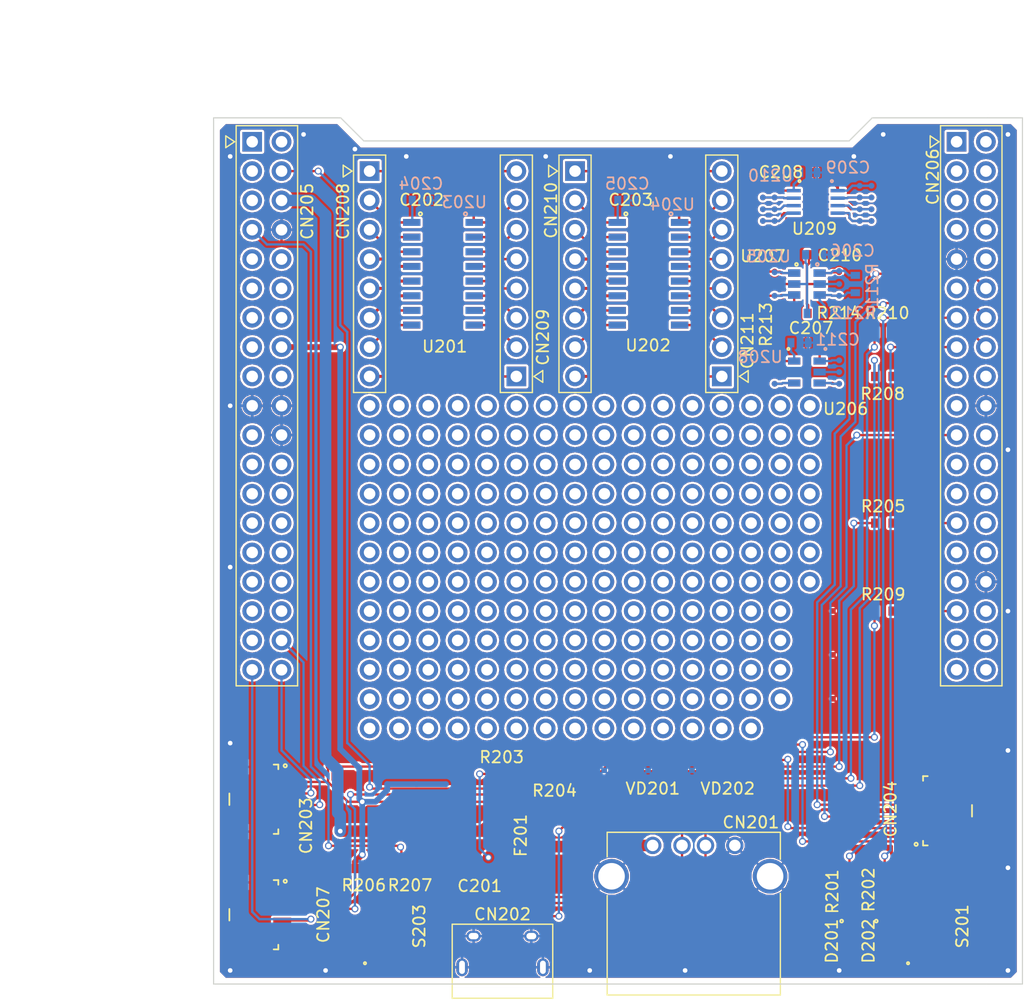
<source format=kicad_pcb>
(kicad_pcb (version 4) (host pcbnew 4.0.6+dfsg1-1)
  (layers (0 F.Cu signal) (31 B.Cu signal hide) (34 B.Paste user hide) (35 F.Paste user hide) (36 B.SilkS user hide) (37 F.SilkS user) (38 B.Mask user hide) (39 F.Mask user) (44 Edge.Cuts user))
  (net 0 "")
  (net 1 "Net-(C201-Pad1)")
  (net 2 GND)
  (net 3 USB_DP)
  (net 4 USB_DM)
  (net 5 USB_ID)
  (net 6 VD_MCU)
  (net 7 I2CM_SCL)
  (net 8 I2CM_SDA)
  (net 9 UART_TXD)
  (net 10 UART_RXD)
  (net 11 PD2:POWER_SW_X)
  (net 12 VD5P00)
  (net 13 PH3_BOOT)
  (net 14 I2CS_SDA)
  (net 15 LED_RED)
  (net 16 LED_BLUE)
  (net 17 "Net-(CN206-Pad16)")
  (net 18 "Net-(CN206-Pad17)")
  (net 19 I2CS_SCL)
  (net 20 "Net-(CN206-Pad27)")
  (net 21 "Net-(CN206-Pad33)")
  (net 22 "Net-(D201-Pad1)")
  (net 23 "Net-(D202-Pad1)")
  (net 24 USB_VBUS_EN)
  (net 25 "Net-(R206-Pad1)")
  (net 26 "Net-(CN208-Pad1)")
  (net 27 "Net-(CN208-Pad2)")
  (net 28 "Net-(CN208-Pad3)")
  (net 29 "Net-(CN208-Pad4)")
  (net 30 "Net-(CN208-Pad5)")
  (net 31 "Net-(CN208-Pad6)")
  (net 32 "Net-(CN208-Pad7)")
  (net 33 "Net-(CN208-Pad8)")
  (net 34 "Net-(CN209-Pad1)")
  (net 35 "Net-(CN209-Pad2)")
  (net 36 "Net-(CN209-Pad3)")
  (net 37 "Net-(CN209-Pad4)")
  (net 38 "Net-(CN209-Pad5)")
  (net 39 "Net-(CN209-Pad6)")
  (net 40 "Net-(CN209-Pad7)")
  (net 41 "Net-(C202-Pad2)")
  (net 42 "Net-(C203-Pad2)")
  (net 43 "Net-(CN210-Pad1)")
  (net 44 "Net-(CN210-Pad2)")
  (net 45 "Net-(CN210-Pad3)")
  (net 46 "Net-(CN210-Pad4)")
  (net 47 "Net-(CN210-Pad5)")
  (net 48 "Net-(CN210-Pad6)")
  (net 49 "Net-(CN210-Pad7)")
  (net 50 "Net-(CN210-Pad8)")
  (net 51 "Net-(CN211-Pad1)")
  (net 52 "Net-(CN211-Pad2)")
  (net 53 "Net-(CN211-Pad3)")
  (net 54 "Net-(CN211-Pad4)")
  (net 55 "Net-(CN211-Pad5)")
  (net 56 "Net-(CN211-Pad6)")
  (net 57 "Net-(CN211-Pad7)")
  (net 58 "Net-(C204-Pad2)")
  (net 59 "Net-(C205-Pad2)")
  (net 60 "Net-(C206-Pad2)")
  (net 61 "Net-(C207-Pad2)")
  (net 62 "Net-(C208-Pad2)")
  (net 63 "Net-(C209-Pad2)")
  (net 64 "Net-(C210-Pad2)")
  (net 65 "Net-(C211-Pad2)")
  (net 66 "Net-(TP201-Pad1)")
  (net 67 "Net-(TP202-Pad1)")
  (net 68 "Net-(TP203-Pad1)")
  (net 69 "Net-(TP204-Pad1)")
  (net 70 "Net-(TP205-Pad1)")
  (net 71 "Net-(TP206-Pad1)")
  (net 72 "Net-(TP207-Pad1)")
  (net 73 "Net-(TP209-Pad1)")
  (net 74 "Net-(TP211-Pad1)")
  (net 75 "Net-(TP212-Pad1)")
  (net 76 "Net-(TP213-Pad1)")
  (net 77 "Net-(TP214-Pad1)")
  (net 78 "Net-(TP215-Pad1)")
  (net 79 "Net-(TP216-Pad1)")
  (net 80 "Net-(TP217-Pad1)")
  (net 81 "Net-(TP218-Pad1)")
  (net 82 "Net-(TP219-Pad1)")
  (net 83 "Net-(TP220-Pad1)")
  (net 84 "Net-(TP232-Pad1)")
  (net 85 "Net-(TP234-Pad1)")
  (net 86 "Net-(TP235-Pad1)")
  (net 87 "Net-(TP236-Pad1)")
  (net 88 "Net-(TP237-Pad1)")
  (net 89 "Net-(TP238-Pad1)")
  (net 90 "Net-(TP243-Pad1)")
  (net 91 "Net-(TP244-Pad1)")
  (net 92 "Net-(R211-Pad1)")
  (net 93 "Net-(R211-Pad2)")
  (net 94 "Net-(TP245-Pad1)")
  (net 95 "Net-(R213-Pad1)")
  (net 96 "Net-(R213-Pad2)")
  (net 97 "Net-(TP246-Pad1)")
  (module zhtlab_CN:CN_C01x1_D1.0mm_TH (layer F.Cu) (at 101.6 97.79)
    (fp_text reference REF** hide)
    (fp_text value CN_01x2_Pitch2.54mm)
  )
  (module zhtlab_CN:CN_C01x1_D1.0mm_TH (layer F.Cu) (at 99.06 97.79)
    (fp_text reference REF** hide)
    (fp_text value CN_01x2_Pitch2.54mm)
    (pad 1 thru_hole oval (at 0 0) (size 1.7 1.7) (drill 1) (layers *.Cu *.Mask))
  )
  (module zhtlab_CN:CN_C01x1_D1.0mm_TH (layer F.Cu) (at 96.52 97.79)
    (fp_text reference REF** hide)
    (fp_text value CN_01x2_Pitch2.54mm)
    (pad 1 thru_hole oval (at 0 0) (size 1.7 1.7) (drill 1) (layers *.Cu *.Mask))
  )
  (module zhtlab_CN:CN_C01x1_D1.0mm_TH (layer F.Cu) (at 91.44 97.79)
    (fp_text reference REF** hide)
    (fp_text value CN_01x2_Pitch2.54mm)
    (pad 1 thru_hole oval (at 0 0) (size 1.7 1.7) (drill 1) (layers *.Cu *.Mask))
  )
  (module zhtlab_CN:CN_C01x1_D1.0mm_TH (layer F.Cu) (at 93.98 97.79)
    (fp_text reference REF** hide)
    (fp_text value CN_01x2_Pitch2.54mm)
    (pad 1 thru_hole oval (at 0 0) (size 1.7 1.7) (drill 1) (layers *.Cu *.Mask))
  )
  (module zhtlab_CN:CN_C01x1_D1.0mm_TH (layer F.Cu) (at 88.9 97.79)
    (fp_text reference REF** hide)
    (fp_text value CN_01x2_Pitch2.54mm)
    (pad 1 thru_hole oval (at 0 0) (size 1.7 1.7) (drill 1) (layers *.Cu *.Mask))
  )
  (module zhtlab_CN:CN_C01x1_D1.0mm_TH (layer F.Cu) (at 86.36 97.79)
    (fp_text reference REF** hide)
    (fp_text value CN_01x2_Pitch2.54mm)
    (pad 1 thru_hole oval (at 0 0) (size 1.7 1.7) (drill 1) (layers *.Cu *.Mask))
  )
  (module zhtlab_CN:CN_C01x1_D1.0mm_TH (layer F.Cu) (at 76.2 97.79)
    (fp_text reference REF** hide)
    (fp_text value CN_01x2_Pitch2.54mm)
    (pad 1 thru_hole oval (at 0 0) (size 1.7 1.7) (drill 1) (layers *.Cu *.Mask))
  )
  (module zhtlab_CN:CN_C01x1_D1.0mm_TH (layer F.Cu) (at 78.74 97.79)
    (fp_text reference REF** hide)
    (fp_text value CN_01x2_Pitch2.54mm)
    (pad 1 thru_hole oval (at 0 0) (size 1.7 1.7) (drill 1) (layers *.Cu *.Mask))
  )
  (module zhtlab_CN:CN_C01x1_D1.0mm_TH (layer F.Cu) (at 83.82 97.79)
    (fp_text reference REF** hide)
    (fp_text value CN_01x2_Pitch2.54mm)
    (pad 1 thru_hole oval (at 0 0) (size 1.7 1.7) (drill 1) (layers *.Cu *.Mask))
  )
  (module zhtlab_CN:CN_C01x1_D1.0mm_TH (layer F.Cu) (at 81.28 97.79)
    (fp_text reference REF** hide)
    (fp_text value CN_01x2_Pitch2.54mm)
    (pad 1 thru_hole oval (at 0 0) (size 1.7 1.7) (drill 1) (layers *.Cu *.Mask))
  )
  (module zhtlab_CN:CN_C01x1_D1.0mm_TH (layer F.Cu) (at 71.12 97.79)
    (fp_text reference REF** hide)
    (fp_text value CN_01x2_Pitch2.54mm)
    (pad 1 thru_hole oval (at 0 0) (size 1.7 1.7) (drill 1) (layers *.Cu *.Mask))
  )
  (module zhtlab_CN:CN_C01x1_D1.0mm_TH (layer F.Cu) (at 73.66 97.79)
    (fp_text reference REF** hide)
    (fp_text value CN_01x2_Pitch2.54mm)
    (pad 1 thru_hole oval (at 0 0) (size 1.7 1.7) (drill 1) (layers *.Cu *.Mask))
  )
  (module zhtlab_CN:CN_C01x1_D1.0mm_TH (layer F.Cu) (at 68.58 97.79)
    (fp_text reference REF** hide)
    (fp_text value CN_01x2_Pitch2.54mm)
    (pad 1 thru_hole oval (at 0 0) (size 1.7 1.7) (drill 1) (layers *.Cu *.Mask))
  )
  (module zhtlab_CN:CN_C01x1_D1.0mm_TH (layer F.Cu) (at 66.04 97.79)
    (fp_text reference REF** hide)
    (fp_text value CN_01x2_Pitch2.54mm)
    (pad 1 thru_hole oval (at 0 0) (size 1.7 1.7) (drill 1) (layers *.Cu *.Mask))
  )
  (module zhtlab_CN:CN_C01x1_D1.0mm_TH (layer F.Cu) (at 63.5 97.79)
    (fp_text reference REF** hide)
    (fp_text value CN_01x2_Pitch2.54mm)
    (pad 1 thru_hole oval (at 0 0) (size 1.7 1.7) (drill 1) (layers *.Cu *.Mask))
  )
  (module zhtlab_CN:CN_C01x1_D1.0mm_TH (layer F.Cu) (at 63.5 100.33)
    (fp_text reference REF** hide)
    (fp_text value CN_01x2_Pitch2.54mm)
    (pad 1 thru_hole oval (at 0 0) (size 1.7 1.7) (drill 1) (layers *.Cu *.Mask))
  )
  (module zhtlab_CN:CN_C01x1_D1.0mm_TH (layer F.Cu) (at 66.04 100.33)
    (fp_text reference REF** hide)
    (fp_text value CN_01x2_Pitch2.54mm)
    (pad 1 thru_hole oval (at 0 0) (size 1.7 1.7) (drill 1) (layers *.Cu *.Mask))
  )
  (module zhtlab_CN:CN_C01x1_D1.0mm_TH (layer F.Cu) (at 68.58 100.33)
    (fp_text reference REF** hide)
    (fp_text value CN_01x2_Pitch2.54mm)
    (pad 1 thru_hole oval (at 0 0) (size 1.7 1.7) (drill 1) (layers *.Cu *.Mask))
  )
  (module zhtlab_CN:CN_C01x1_D1.0mm_TH (layer F.Cu) (at 73.66 100.33)
    (fp_text reference REF** hide)
    (fp_text value CN_01x2_Pitch2.54mm)
    (pad 1 thru_hole oval (at 0 0) (size 1.7 1.7) (drill 1) (layers *.Cu *.Mask))
  )
  (module zhtlab_CN:CN_C01x1_D1.0mm_TH (layer F.Cu) (at 71.12 100.33)
    (fp_text reference REF** hide)
    (fp_text value CN_01x2_Pitch2.54mm)
    (pad 1 thru_hole oval (at 0 0) (size 1.7 1.7) (drill 1) (layers *.Cu *.Mask))
  )
  (module zhtlab_CN:CN_C01x1_D1.0mm_TH (layer F.Cu) (at 81.28 100.33)
    (fp_text reference REF** hide)
    (fp_text value CN_01x2_Pitch2.54mm)
    (pad 1 thru_hole oval (at 0 0) (size 1.7 1.7) (drill 1) (layers *.Cu *.Mask))
  )
  (module zhtlab_CN:CN_C01x1_D1.0mm_TH (layer F.Cu) (at 83.82 100.33)
    (fp_text reference REF** hide)
    (fp_text value CN_01x2_Pitch2.54mm)
    (pad 1 thru_hole oval (at 0 0) (size 1.7 1.7) (drill 1) (layers *.Cu *.Mask))
  )
  (module zhtlab_CN:CN_C01x1_D1.0mm_TH (layer F.Cu) (at 78.74 100.33)
    (fp_text reference REF** hide)
    (fp_text value CN_01x2_Pitch2.54mm)
    (pad 1 thru_hole oval (at 0 0) (size 1.7 1.7) (drill 1) (layers *.Cu *.Mask))
  )
  (module zhtlab_CN:CN_C01x1_D1.0mm_TH (layer F.Cu) (at 76.2 100.33)
    (fp_text reference REF** hide)
    (fp_text value CN_01x2_Pitch2.54mm)
    (pad 1 thru_hole oval (at 0 0) (size 1.7 1.7) (drill 1) (layers *.Cu *.Mask))
  )
  (module zhtlab_CN:CN_C01x1_D1.0mm_TH (layer F.Cu) (at 86.36 100.33)
    (fp_text reference REF** hide)
    (fp_text value CN_01x2_Pitch2.54mm)
    (pad 1 thru_hole oval (at 0 0) (size 1.7 1.7) (drill 1) (layers *.Cu *.Mask))
  )
  (module zhtlab_CN:CN_C01x1_D1.0mm_TH (layer F.Cu) (at 88.9 100.33)
    (fp_text reference REF** hide)
    (fp_text value CN_01x2_Pitch2.54mm)
    (pad 1 thru_hole oval (at 0 0) (size 1.7 1.7) (drill 1) (layers *.Cu *.Mask))
  )
  (module zhtlab_CN:CN_C01x1_D1.0mm_TH (layer F.Cu) (at 93.98 100.33)
    (fp_text reference REF** hide)
    (fp_text value CN_01x2_Pitch2.54mm)
    (pad 1 thru_hole oval (at 0 0) (size 1.7 1.7) (drill 1) (layers *.Cu *.Mask))
  )
  (module zhtlab_CN:CN_C01x1_D1.0mm_TH (layer F.Cu) (at 91.44 100.33)
    (fp_text reference REF** hide)
    (fp_text value CN_01x2_Pitch2.54mm)
    (pad 1 thru_hole oval (at 0 0) (size 1.7 1.7) (drill 1) (layers *.Cu *.Mask))
  )
  (module zhtlab_CN:CN_C01x1_D1.0mm_TH (layer F.Cu) (at 96.52 100.33)
    (fp_text reference REF** hide)
    (fp_text value CN_01x2_Pitch2.54mm)
    (pad 1 thru_hole oval (at 0 0) (size 1.7 1.7) (drill 1) (layers *.Cu *.Mask))
  )
  (module zhtlab_CN:CN_C01x1_D1.0mm_TH (layer F.Cu) (at 99.06 100.33)
    (fp_text reference REF** hide)
    (fp_text value CN_01x2_Pitch2.54mm)
    (pad 1 thru_hole oval (at 0 0) (size 1.7 1.7) (drill 1) (layers *.Cu *.Mask))
  )
  (module zhtlab_CN:CN_C01x1_D1.0mm_TH (layer F.Cu) (at 101.6 87.63)
    (fp_text reference REF** hide)
    (fp_text value CN_01x2_Pitch2.54mm)
    (pad 1 thru_hole oval (at 0 0) (size 1.7 1.7) (drill 1) (layers *.Cu *.Mask))
  )
  (module zhtlab_CN:CN_C01x1_D1.0mm_TH (layer F.Cu) (at 99.06 87.63)
    (fp_text reference REF** hide)
    (fp_text value CN_01x2_Pitch2.54mm)
    (pad 1 thru_hole oval (at 0 0) (size 1.7 1.7) (drill 1) (layers *.Cu *.Mask))
  )
  (module zhtlab_CN:CN_C01x1_D1.0mm_TH (layer F.Cu) (at 96.52 87.63)
    (fp_text reference REF** hide)
    (fp_text value CN_01x2_Pitch2.54mm)
    (pad 1 thru_hole oval (at 0 0) (size 1.7 1.7) (drill 1) (layers *.Cu *.Mask))
  )
  (module zhtlab_CN:CN_C01x1_D1.0mm_TH (layer F.Cu) (at 91.44 87.63)
    (fp_text reference REF** hide)
    (fp_text value CN_01x2_Pitch2.54mm)
    (pad 1 thru_hole oval (at 0 0) (size 1.7 1.7) (drill 1) (layers *.Cu *.Mask))
  )
  (module zhtlab_CN:CN_C01x1_D1.0mm_TH (layer F.Cu) (at 93.98 87.63)
    (fp_text reference REF** hide)
    (fp_text value CN_01x2_Pitch2.54mm)
    (pad 1 thru_hole oval (at 0 0) (size 1.7 1.7) (drill 1) (layers *.Cu *.Mask))
  )
  (module zhtlab_CN:CN_C01x1_D1.0mm_TH (layer F.Cu) (at 88.9 87.63)
    (fp_text reference REF** hide)
    (fp_text value CN_01x2_Pitch2.54mm)
    (pad 1 thru_hole oval (at 0 0) (size 1.7 1.7) (drill 1) (layers *.Cu *.Mask))
  )
  (module zhtlab_CN:CN_C01x1_D1.0mm_TH (layer F.Cu) (at 86.36 87.63)
    (fp_text reference REF** hide)
    (fp_text value CN_01x2_Pitch2.54mm)
    (pad 1 thru_hole oval (at 0 0) (size 1.7 1.7) (drill 1) (layers *.Cu *.Mask))
  )
  (module zhtlab_CN:CN_C01x1_D1.0mm_TH (layer F.Cu) (at 76.2 87.63)
    (fp_text reference REF** hide)
    (fp_text value CN_01x2_Pitch2.54mm)
    (pad 1 thru_hole oval (at 0 0) (size 1.7 1.7) (drill 1) (layers *.Cu *.Mask))
  )
  (module zhtlab_CN:CN_C01x1_D1.0mm_TH (layer F.Cu) (at 78.74 87.63)
    (fp_text reference REF** hide)
    (fp_text value CN_01x2_Pitch2.54mm)
    (pad 1 thru_hole oval (at 0 0) (size 1.7 1.7) (drill 1) (layers *.Cu *.Mask))
  )
  (module zhtlab_CN:CN_C01x1_D1.0mm_TH (layer F.Cu) (at 83.82 87.63)
    (fp_text reference REF** hide)
    (fp_text value CN_01x2_Pitch2.54mm)
    (pad 1 thru_hole oval (at 0 0) (size 1.7 1.7) (drill 1) (layers *.Cu *.Mask))
  )
  (module zhtlab_CN:CN_C01x1_D1.0mm_TH (layer F.Cu) (at 81.28 87.63)
    (fp_text reference REF** hide)
    (fp_text value CN_01x2_Pitch2.54mm)
    (pad 1 thru_hole oval (at 0 0) (size 1.7 1.7) (drill 1) (layers *.Cu *.Mask))
  )
  (module zhtlab_CN:CN_C01x1_D1.0mm_TH (layer F.Cu) (at 71.12 87.63)
    (fp_text reference REF** hide)
    (fp_text value CN_01x2_Pitch2.54mm)
    (pad 1 thru_hole oval (at 0 0) (size 1.7 1.7) (drill 1) (layers *.Cu *.Mask))
  )
  (module zhtlab_CN:CN_C01x1_D1.0mm_TH (layer F.Cu) (at 73.66 87.63)
    (fp_text reference REF** hide)
    (fp_text value CN_01x2_Pitch2.54mm)
    (pad 1 thru_hole oval (at 0 0) (size 1.7 1.7) (drill 1) (layers *.Cu *.Mask))
  )
  (module zhtlab_CN:CN_C01x1_D1.0mm_TH (layer F.Cu) (at 68.58 87.63)
    (fp_text reference REF** hide)
    (fp_text value CN_01x2_Pitch2.54mm)
    (pad 1 thru_hole oval (at 0 0) (size 1.7 1.7) (drill 1) (layers *.Cu *.Mask))
  )
  (module zhtlab_CN:CN_C01x1_D1.0mm_TH (layer F.Cu) (at 66.04 87.63)
    (fp_text reference REF** hide)
    (fp_text value CN_01x2_Pitch2.54mm)
    (pad 1 thru_hole oval (at 0 0) (size 1.7 1.7) (drill 1) (layers *.Cu *.Mask))
  )
  (module zhtlab_CN:CN_C01x1_D1.0mm_TH (layer F.Cu) (at 63.5 87.63)
    (fp_text reference REF** hide)
    (fp_text value CN_01x2_Pitch2.54mm)
    (pad 1 thru_hole oval (at 0 0) (size 1.7 1.7) (drill 1) (layers *.Cu *.Mask))
  )
  (module zhtlab_CN:CN_C01x1_D1.0mm_TH (layer F.Cu) (at 63.5 90.17)
    (fp_text reference REF** hide)
    (fp_text value CN_01x2_Pitch2.54mm)
    (pad 1 thru_hole oval (at 0 0) (size 1.7 1.7) (drill 1) (layers *.Cu *.Mask))
  )
  (module zhtlab_CN:CN_C01x1_D1.0mm_TH (layer F.Cu) (at 66.04 90.17)
    (fp_text reference REF** hide)
    (fp_text value CN_01x2_Pitch2.54mm)
    (pad 1 thru_hole oval (at 0 0) (size 1.7 1.7) (drill 1) (layers *.Cu *.Mask))
  )
  (module zhtlab_CN:CN_C01x1_D1.0mm_TH (layer F.Cu) (at 68.58 90.17)
    (fp_text reference REF** hide)
    (fp_text value CN_01x2_Pitch2.54mm)
    (pad 1 thru_hole oval (at 0 0) (size 1.7 1.7) (drill 1) (layers *.Cu *.Mask))
  )
  (module zhtlab_CN:CN_C01x1_D1.0mm_TH (layer F.Cu) (at 73.66 90.17)
    (fp_text reference REF** hide)
    (fp_text value CN_01x2_Pitch2.54mm)
    (pad 1 thru_hole oval (at 0 0) (size 1.7 1.7) (drill 1) (layers *.Cu *.Mask))
  )
  (module zhtlab_CN:CN_C01x1_D1.0mm_TH (layer F.Cu) (at 71.12 90.17)
    (fp_text reference REF** hide)
    (fp_text value CN_01x2_Pitch2.54mm)
    (pad 1 thru_hole oval (at 0 0) (size 1.7 1.7) (drill 1) (layers *.Cu *.Mask))
  )
  (module zhtlab_CN:CN_C01x1_D1.0mm_TH (layer F.Cu) (at 81.28 90.17)
    (fp_text reference REF** hide)
    (fp_text value CN_01x2_Pitch2.54mm)
    (pad 1 thru_hole oval (at 0 0) (size 1.7 1.7) (drill 1) (layers *.Cu *.Mask))
  )
  (module zhtlab_CN:CN_C01x1_D1.0mm_TH (layer F.Cu) (at 83.82 90.17)
    (fp_text reference REF** hide)
    (fp_text value CN_01x2_Pitch2.54mm)
    (pad 1 thru_hole oval (at 0 0) (size 1.7 1.7) (drill 1) (layers *.Cu *.Mask))
  )
  (module zhtlab_CN:CN_C01x1_D1.0mm_TH (layer F.Cu) (at 78.74 90.17)
    (fp_text reference REF** hide)
    (fp_text value CN_01x2_Pitch2.54mm)
    (pad 1 thru_hole oval (at 0 0) (size 1.7 1.7) (drill 1) (layers *.Cu *.Mask))
  )
  (module zhtlab_CN:CN_C01x1_D1.0mm_TH (layer F.Cu) (at 76.2 90.17)
    (fp_text reference REF** hide)
    (fp_text value CN_01x2_Pitch2.54mm)
    (pad 1 thru_hole oval (at 0 0) (size 1.7 1.7) (drill 1) (layers *.Cu *.Mask))
  )
  (module zhtlab_CN:CN_C01x1_D1.0mm_TH (layer F.Cu) (at 86.36 90.17)
    (fp_text reference REF** hide)
    (fp_text value CN_01x2_Pitch2.54mm)
    (pad 1 thru_hole oval (at 0 0) (size 1.7 1.7) (drill 1) (layers *.Cu *.Mask))
  )
  (module zhtlab_CN:CN_C01x1_D1.0mm_TH (layer F.Cu) (at 88.9 90.17)
    (fp_text reference REF** hide)
    (fp_text value CN_01x2_Pitch2.54mm)
    (pad 1 thru_hole oval (at 0 0) (size 1.7 1.7) (drill 1) (layers *.Cu *.Mask))
  )
  (module zhtlab_CN:CN_C01x1_D1.0mm_TH (layer F.Cu) (at 93.98 90.17)
    (fp_text reference REF** hide)
    (fp_text value CN_01x2_Pitch2.54mm)
    (pad 1 thru_hole oval (at 0 0) (size 1.7 1.7) (drill 1) (layers *.Cu *.Mask))
  )
  (module zhtlab_CN:CN_C01x1_D1.0mm_TH (layer F.Cu) (at 91.44 90.17)
    (fp_text reference REF** hide)
    (fp_text value CN_01x2_Pitch2.54mm)
    (pad 1 thru_hole oval (at 0 0) (size 1.7 1.7) (drill 1) (layers *.Cu *.Mask))
  )
  (module zhtlab_CN:CN_C01x1_D1.0mm_TH (layer F.Cu) (at 96.52 90.17)
    (fp_text reference REF** hide)
    (fp_text value CN_01x2_Pitch2.54mm)
    (pad 1 thru_hole oval (at 0 0) (size 1.7 1.7) (drill 1) (layers *.Cu *.Mask))
  )
  (module zhtlab_CN:CN_C01x1_D1.0mm_TH (layer F.Cu) (at 99.06 90.17)
    (fp_text reference REF** hide)
    (fp_text value CN_01x2_Pitch2.54mm)
    (pad 1 thru_hole oval (at 0 0) (size 1.7 1.7) (drill 1) (layers *.Cu *.Mask))
  )
  (module zhtlab_CN:CN_C01x1_D1.0mm_TH (layer F.Cu) (at 101.6 90.17)
    (fp_text reference REF** hide)
    (fp_text value CN_01x2_Pitch2.54mm)
    (pad 1 thru_hole oval (at 0 0) (size 1.7 1.7) (drill 1) (layers *.Cu *.Mask))
  )
  (module zhtlab_CN:CN_C01x1_D1.0mm_TH (layer F.Cu) (at 99.06 95.25)
    (fp_text reference REF** hide)
    (fp_text value CN_01x2_Pitch2.54mm)
    (pad 1 thru_hole oval (at 0 0) (size 1.7 1.7) (drill 1) (layers *.Cu *.Mask))
  )
  (module zhtlab_CN:CN_C01x1_D1.0mm_TH (layer F.Cu) (at 96.52 95.25)
    (fp_text reference REF** hide)
    (fp_text value CN_01x2_Pitch2.54mm)
    (pad 1 thru_hole oval (at 0 0) (size 1.7 1.7) (drill 1) (layers *.Cu *.Mask))
  )
  (module zhtlab_CN:CN_C01x1_D1.0mm_TH (layer F.Cu) (at 91.44 95.25)
    (fp_text reference REF** hide)
    (fp_text value CN_01x2_Pitch2.54mm)
    (pad 1 thru_hole oval (at 0 0) (size 1.7 1.7) (drill 1) (layers *.Cu *.Mask))
  )
  (module zhtlab_CN:CN_C01x1_D1.0mm_TH (layer F.Cu) (at 93.98 95.25)
    (fp_text reference REF** hide)
    (fp_text value CN_01x2_Pitch2.54mm)
    (pad 1 thru_hole oval (at 0 0) (size 1.7 1.7) (drill 1) (layers *.Cu *.Mask))
  )
  (module zhtlab_CN:CN_C01x1_D1.0mm_TH (layer F.Cu) (at 88.9 95.25)
    (fp_text reference REF** hide)
    (fp_text value CN_01x2_Pitch2.54mm)
    (pad 1 thru_hole oval (at 0 0) (size 1.7 1.7) (drill 1) (layers *.Cu *.Mask))
  )
  (module zhtlab_CN:CN_C01x1_D1.0mm_TH (layer F.Cu) (at 86.36 95.25)
    (fp_text reference REF** hide)
    (fp_text value CN_01x2_Pitch2.54mm)
    (pad 1 thru_hole oval (at 0 0) (size 1.7 1.7) (drill 1) (layers *.Cu *.Mask))
  )
  (module zhtlab_CN:CN_C01x1_D1.0mm_TH (layer F.Cu) (at 76.2 95.25)
    (fp_text reference REF** hide)
    (fp_text value CN_01x2_Pitch2.54mm)
    (pad 1 thru_hole oval (at 0 0) (size 1.7 1.7) (drill 1) (layers *.Cu *.Mask))
  )
  (module zhtlab_CN:CN_C01x1_D1.0mm_TH (layer F.Cu) (at 78.74 95.25)
    (fp_text reference REF** hide)
    (fp_text value CN_01x2_Pitch2.54mm)
    (pad 1 thru_hole oval (at 0 0) (size 1.7 1.7) (drill 1) (layers *.Cu *.Mask))
  )
  (module zhtlab_CN:CN_C01x1_D1.0mm_TH (layer F.Cu) (at 83.82 95.25)
    (fp_text reference REF** hide)
    (fp_text value CN_01x2_Pitch2.54mm)
    (pad 1 thru_hole oval (at 0 0) (size 1.7 1.7) (drill 1) (layers *.Cu *.Mask))
  )
  (module zhtlab_CN:CN_C01x1_D1.0mm_TH (layer F.Cu) (at 81.28 95.25)
    (fp_text reference REF** hide)
    (fp_text value CN_01x2_Pitch2.54mm)
    (pad 1 thru_hole oval (at 0 0) (size 1.7 1.7) (drill 1) (layers *.Cu *.Mask))
  )
  (module zhtlab_CN:CN_C01x1_D1.0mm_TH (layer F.Cu) (at 71.12 95.25)
    (fp_text reference REF** hide)
    (fp_text value CN_01x2_Pitch2.54mm)
    (pad 1 thru_hole oval (at 0 0) (size 1.7 1.7) (drill 1) (layers *.Cu *.Mask))
  )
  (module zhtlab_CN:CN_C01x1_D1.0mm_TH (layer F.Cu) (at 73.66 95.25)
    (fp_text reference REF** hide)
    (fp_text value CN_01x2_Pitch2.54mm)
    (pad 1 thru_hole oval (at 0 0) (size 1.7 1.7) (drill 1) (layers *.Cu *.Mask))
  )
  (module zhtlab_CN:CN_C01x1_D1.0mm_TH (layer F.Cu) (at 68.58 95.25)
    (fp_text reference REF** hide)
    (fp_text value CN_01x2_Pitch2.54mm)
    (pad 1 thru_hole oval (at 0 0) (size 1.7 1.7) (drill 1) (layers *.Cu *.Mask))
  )
  (module zhtlab_CN:CN_C01x1_D1.0mm_TH (layer F.Cu) (at 66.04 95.25)
    (fp_text reference REF** hide)
    (fp_text value CN_01x2_Pitch2.54mm)
    (pad 1 thru_hole oval (at 0 0) (size 1.7 1.7) (drill 1) (layers *.Cu *.Mask))
  )
  (module zhtlab_CN:CN_C01x1_D1.0mm_TH (layer F.Cu) (at 63.5 95.25)
    (fp_text reference REF** hide)
    (fp_text value CN_01x2_Pitch2.54mm)
    (pad 1 thru_hole oval (at 0 0) (size 1.7 1.7) (drill 1) (layers *.Cu *.Mask))
  )
  (module zhtlab_CN:CN_C01x1_D1.0mm_TH (layer F.Cu) (at 63.5 92.71)
    (fp_text reference REF** hide)
    (fp_text value CN_01x2_Pitch2.54mm)
    (pad 1 thru_hole oval (at 0 0) (size 1.7 1.7) (drill 1) (layers *.Cu *.Mask))
  )
  (module zhtlab_CN:CN_C01x1_D1.0mm_TH (layer F.Cu) (at 66.04 92.71)
    (fp_text reference REF** hide)
    (fp_text value CN_01x2_Pitch2.54mm)
    (pad 1 thru_hole oval (at 0 0) (size 1.7 1.7) (drill 1) (layers *.Cu *.Mask))
  )
  (module zhtlab_CN:CN_C01x1_D1.0mm_TH (layer F.Cu) (at 68.58 92.71)
    (fp_text reference REF** hide)
    (fp_text value CN_01x2_Pitch2.54mm)
    (pad 1 thru_hole oval (at 0 0) (size 1.7 1.7) (drill 1) (layers *.Cu *.Mask))
  )
  (module zhtlab_CN:CN_C01x1_D1.0mm_TH (layer F.Cu) (at 73.66 92.71)
    (fp_text reference REF** hide)
    (fp_text value CN_01x2_Pitch2.54mm)
    (pad 1 thru_hole oval (at 0 0) (size 1.7 1.7) (drill 1) (layers *.Cu *.Mask))
  )
  (module zhtlab_CN:CN_C01x1_D1.0mm_TH (layer F.Cu) (at 71.12 92.71)
    (fp_text reference REF** hide)
    (fp_text value CN_01x2_Pitch2.54mm)
    (pad 1 thru_hole oval (at 0 0) (size 1.7 1.7) (drill 1) (layers *.Cu *.Mask))
  )
  (module zhtlab_CN:CN_C01x1_D1.0mm_TH (layer F.Cu) (at 81.28 92.71)
    (fp_text reference REF** hide)
    (fp_text value CN_01x2_Pitch2.54mm)
    (pad 1 thru_hole oval (at 0 0) (size 1.7 1.7) (drill 1) (layers *.Cu *.Mask))
  )
  (module zhtlab_CN:CN_C01x1_D1.0mm_TH (layer F.Cu) (at 83.82 92.71)
    (fp_text reference REF** hide)
    (fp_text value CN_01x2_Pitch2.54mm)
    (pad 1 thru_hole oval (at 0 0) (size 1.7 1.7) (drill 1) (layers *.Cu *.Mask))
  )
  (module zhtlab_CN:CN_C01x1_D1.0mm_TH (layer F.Cu) (at 78.74 92.71)
    (fp_text reference REF** hide)
    (fp_text value CN_01x2_Pitch2.54mm)
    (pad 1 thru_hole oval (at 0 0) (size 1.7 1.7) (drill 1) (layers *.Cu *.Mask))
  )
  (module zhtlab_CN:CN_C01x1_D1.0mm_TH (layer F.Cu) (at 76.2 92.71)
    (fp_text reference REF** hide)
    (fp_text value CN_01x2_Pitch2.54mm)
    (pad 1 thru_hole oval (at 0 0) (size 1.7 1.7) (drill 1) (layers *.Cu *.Mask))
  )
  (module zhtlab_CN:CN_C01x1_D1.0mm_TH (layer F.Cu) (at 86.36 92.71)
    (fp_text reference REF** hide)
    (fp_text value CN_01x2_Pitch2.54mm)
    (pad 1 thru_hole oval (at 0 0) (size 1.7 1.7) (drill 1) (layers *.Cu *.Mask))
  )
  (module zhtlab_CN:CN_C01x1_D1.0mm_TH (layer F.Cu) (at 88.9 92.71)
    (fp_text reference REF** hide)
    (fp_text value CN_01x2_Pitch2.54mm)
    (pad 1 thru_hole oval (at 0 0) (size 1.7 1.7) (drill 1) (layers *.Cu *.Mask))
  )
  (module zhtlab_CN:CN_C01x1_D1.0mm_TH (layer F.Cu) (at 93.98 92.71)
    (fp_text reference REF** hide)
    (fp_text value CN_01x2_Pitch2.54mm)
    (pad 1 thru_hole oval (at 0 0) (size 1.7 1.7) (drill 1) (layers *.Cu *.Mask))
  )
  (module zhtlab_CN:CN_C01x1_D1.0mm_TH (layer F.Cu) (at 91.44 92.71)
    (fp_text reference REF** hide)
    (fp_text value CN_01x2_Pitch2.54mm)
    (pad 1 thru_hole oval (at 0 0) (size 1.7 1.7) (drill 1) (layers *.Cu *.Mask))
  )
  (module zhtlab_CN:CN_C01x1_D1.0mm_TH (layer F.Cu) (at 96.52 92.71)
    (fp_text reference REF** hide)
    (fp_text value CN_01x2_Pitch2.54mm)
    (pad 1 thru_hole oval (at 0 0) (size 1.7 1.7) (drill 1) (layers *.Cu *.Mask))
  )
  (module zhtlab_CN:CN_C01x1_D1.0mm_TH (layer F.Cu) (at 99.06 92.71)
    (fp_text reference REF** hide)
    (fp_text value CN_01x2_Pitch2.54mm)
    (pad 1 thru_hole oval (at 0 0) (size 1.7 1.7) (drill 1) (layers *.Cu *.Mask))
  )
  (module zhtlab_CN:CN_C01x1_D1.0mm_TH (layer F.Cu) (at 101.6 82.55)
    (fp_text reference REF** hide)
    (fp_text value CN_01x2_Pitch2.54mm)
    (pad 1 thru_hole oval (at 0 0) (size 1.7 1.7) (drill 1) (layers *.Cu *.Mask))
  )
  (module zhtlab_CN:CN_C01x1_D1.0mm_TH (layer F.Cu) (at 99.06 82.55)
    (fp_text reference REF** hide)
    (fp_text value CN_01x2_Pitch2.54mm)
    (pad 1 thru_hole oval (at 0 0) (size 1.7 1.7) (drill 1) (layers *.Cu *.Mask))
  )
  (module zhtlab_CN:CN_C01x1_D1.0mm_TH (layer F.Cu) (at 96.52 82.55)
    (fp_text reference REF** hide)
    (fp_text value CN_01x2_Pitch2.54mm)
    (pad 1 thru_hole oval (at 0 0) (size 1.7 1.7) (drill 1) (layers *.Cu *.Mask))
  )
  (module zhtlab_CN:CN_C01x1_D1.0mm_TH (layer F.Cu) (at 91.44 82.55)
    (fp_text reference REF** hide)
    (fp_text value CN_01x2_Pitch2.54mm)
    (pad 1 thru_hole oval (at 0 0) (size 1.7 1.7) (drill 1) (layers *.Cu *.Mask))
  )
  (module zhtlab_CN:CN_C01x1_D1.0mm_TH (layer F.Cu) (at 93.98 82.55)
    (fp_text reference REF** hide)
    (fp_text value CN_01x2_Pitch2.54mm)
    (pad 1 thru_hole oval (at 0 0) (size 1.7 1.7) (drill 1) (layers *.Cu *.Mask))
  )
  (module zhtlab_CN:CN_C01x1_D1.0mm_TH (layer F.Cu) (at 88.9 82.55)
    (fp_text reference REF** hide)
    (fp_text value CN_01x2_Pitch2.54mm)
    (pad 1 thru_hole oval (at 0 0) (size 1.7 1.7) (drill 1) (layers *.Cu *.Mask))
  )
  (module zhtlab_CN:CN_C01x1_D1.0mm_TH (layer F.Cu) (at 86.36 82.55)
    (fp_text reference REF** hide)
    (fp_text value CN_01x2_Pitch2.54mm)
    (pad 1 thru_hole oval (at 0 0) (size 1.7 1.7) (drill 1) (layers *.Cu *.Mask))
  )
  (module zhtlab_CN:CN_C01x1_D1.0mm_TH (layer F.Cu) (at 76.2 82.55)
    (fp_text reference REF** hide)
    (fp_text value CN_01x2_Pitch2.54mm)
    (pad 1 thru_hole oval (at 0 0) (size 1.7 1.7) (drill 1) (layers *.Cu *.Mask))
  )
  (module zhtlab_CN:CN_C01x1_D1.0mm_TH (layer F.Cu) (at 78.74 82.55)
    (fp_text reference REF** hide)
    (fp_text value CN_01x2_Pitch2.54mm)
    (pad 1 thru_hole oval (at 0 0) (size 1.7 1.7) (drill 1) (layers *.Cu *.Mask))
  )
  (module zhtlab_CN:CN_C01x1_D1.0mm_TH (layer F.Cu) (at 83.82 82.55)
    (fp_text reference REF** hide)
    (fp_text value CN_01x2_Pitch2.54mm)
    (pad 1 thru_hole oval (at 0 0) (size 1.7 1.7) (drill 1) (layers *.Cu *.Mask))
  )
  (module zhtlab_CN:CN_C01x1_D1.0mm_TH (layer F.Cu) (at 81.28 82.55)
    (fp_text reference REF** hide)
    (fp_text value CN_01x2_Pitch2.54mm)
    (pad 1 thru_hole oval (at 0 0) (size 1.7 1.7) (drill 1) (layers *.Cu *.Mask))
  )
  (module zhtlab_CN:CN_C01x1_D1.0mm_TH (layer F.Cu) (at 71.12 82.55)
    (fp_text reference REF** hide)
    (fp_text value CN_01x2_Pitch2.54mm)
    (pad 1 thru_hole oval (at 0 0) (size 1.7 1.7) (drill 1) (layers *.Cu *.Mask))
  )
  (module zhtlab_CN:CN_C01x1_D1.0mm_TH (layer F.Cu) (at 73.66 82.55)
    (fp_text reference REF** hide)
    (fp_text value CN_01x2_Pitch2.54mm)
    (pad 1 thru_hole oval (at 0 0) (size 1.7 1.7) (drill 1) (layers *.Cu *.Mask))
  )
  (module zhtlab_CN:CN_C01x1_D1.0mm_TH (layer F.Cu) (at 68.58 82.55)
    (fp_text reference REF** hide)
    (fp_text value CN_01x2_Pitch2.54mm)
    (pad 1 thru_hole oval (at 0 0) (size 1.7 1.7) (drill 1) (layers *.Cu *.Mask))
  )
  (module zhtlab_CN:CN_C01x1_D1.0mm_TH (layer F.Cu) (at 66.04 82.55)
    (fp_text reference REF** hide)
    (fp_text value CN_01x2_Pitch2.54mm)
    (pad 1 thru_hole oval (at 0 0) (size 1.7 1.7) (drill 1) (layers *.Cu *.Mask))
  )
  (module zhtlab_CN:CN_C01x1_D1.0mm_TH (layer F.Cu) (at 63.5 82.55)
    (fp_text reference REF** hide)
    (fp_text value CN_01x2_Pitch2.54mm)
    (pad 1 thru_hole oval (at 0 0) (size 1.7 1.7) (drill 1) (layers *.Cu *.Mask))
  )
  (module zhtlab_CN:CN_C01x1_D1.0mm_TH (layer F.Cu) (at 63.5 85.09)
    (fp_text reference REF** hide)
    (fp_text value CN_01x2_Pitch2.54mm)
    (pad 1 thru_hole oval (at 0 0) (size 1.7 1.7) (drill 1) (layers *.Cu *.Mask))
  )
  (module zhtlab_CN:CN_C01x1_D1.0mm_TH (layer F.Cu) (at 66.04 85.09)
    (fp_text reference REF** hide)
    (fp_text value CN_01x2_Pitch2.54mm)
    (pad 1 thru_hole oval (at 0 0) (size 1.7 1.7) (drill 1) (layers *.Cu *.Mask))
  )
  (module zhtlab_CN:CN_C01x1_D1.0mm_TH (layer F.Cu) (at 68.58 85.09)
    (fp_text reference REF** hide)
    (fp_text value CN_01x2_Pitch2.54mm)
    (pad 1 thru_hole oval (at 0 0) (size 1.7 1.7) (drill 1) (layers *.Cu *.Mask))
  )
  (module zhtlab_CN:CN_C01x1_D1.0mm_TH (layer F.Cu) (at 73.66 85.09)
    (fp_text reference REF** hide)
    (fp_text value CN_01x2_Pitch2.54mm)
    (pad 1 thru_hole oval (at 0 0) (size 1.7 1.7) (drill 1) (layers *.Cu *.Mask))
  )
  (module zhtlab_CN:CN_C01x1_D1.0mm_TH (layer F.Cu) (at 71.12 85.09)
    (fp_text reference REF** hide)
    (fp_text value CN_01x2_Pitch2.54mm)
    (pad 1 thru_hole oval (at 0 0) (size 1.7 1.7) (drill 1) (layers *.Cu *.Mask))
  )
  (module zhtlab_CN:CN_C01x1_D1.0mm_TH (layer F.Cu) (at 81.28 85.09)
    (fp_text reference REF** hide)
    (fp_text value CN_01x2_Pitch2.54mm)
    (pad 1 thru_hole oval (at 0 0) (size 1.7 1.7) (drill 1) (layers *.Cu *.Mask))
  )
  (module zhtlab_CN:CN_C01x1_D1.0mm_TH (layer F.Cu) (at 83.82 85.09)
    (fp_text reference REF** hide)
    (fp_text value CN_01x2_Pitch2.54mm)
    (pad 1 thru_hole oval (at 0 0) (size 1.7 1.7) (drill 1) (layers *.Cu *.Mask))
  )
  (module zhtlab_CN:CN_C01x1_D1.0mm_TH (layer F.Cu) (at 78.74 85.09)
    (fp_text reference REF** hide)
    (fp_text value CN_01x2_Pitch2.54mm)
    (pad 1 thru_hole oval (at 0 0) (size 1.7 1.7) (drill 1) (layers *.Cu *.Mask))
  )
  (module zhtlab_CN:CN_C01x1_D1.0mm_TH (layer F.Cu) (at 76.2 85.09)
    (fp_text reference REF** hide)
    (fp_text value CN_01x2_Pitch2.54mm)
    (pad 1 thru_hole oval (at 0 0) (size 1.7 1.7) (drill 1) (layers *.Cu *.Mask))
  )
  (module zhtlab_CN:CN_C01x1_D1.0mm_TH (layer F.Cu) (at 86.36 85.09)
    (fp_text reference REF** hide)
    (fp_text value CN_01x2_Pitch2.54mm)
    (pad 1 thru_hole oval (at 0 0) (size 1.7 1.7) (drill 1) (layers *.Cu *.Mask))
  )
  (module zhtlab_CN:CN_C01x1_D1.0mm_TH (layer F.Cu) (at 88.9 85.09)
    (fp_text reference REF** hide)
    (fp_text value CN_01x2_Pitch2.54mm)
    (pad 1 thru_hole oval (at 0 0) (size 1.7 1.7) (drill 1) (layers *.Cu *.Mask))
  )
  (module zhtlab_CN:CN_C01x1_D1.0mm_TH (layer F.Cu) (at 93.98 85.09)
    (fp_text reference REF** hide)
    (fp_text value CN_01x2_Pitch2.54mm)
    (pad 1 thru_hole oval (at 0 0) (size 1.7 1.7) (drill 1) (layers *.Cu *.Mask))
  )
  (module zhtlab_CN:CN_C01x1_D1.0mm_TH (layer F.Cu) (at 91.44 85.09)
    (fp_text reference REF** hide)
    (fp_text value CN_01x2_Pitch2.54mm)
    (pad 1 thru_hole oval (at 0 0) (size 1.7 1.7) (drill 1) (layers *.Cu *.Mask))
  )
  (module zhtlab_CN:CN_C01x1_D1.0mm_TH (layer F.Cu) (at 96.52 85.09)
    (fp_text reference REF** hide)
    (fp_text value CN_01x2_Pitch2.54mm)
    (pad 1 thru_hole oval (at 0 0) (size 1.7 1.7) (drill 1) (layers *.Cu *.Mask))
  )
  (module zhtlab_CN:CN_C01x1_D1.0mm_TH (layer F.Cu) (at 99.06 85.09)
    (fp_text reference REF** hide)
    (fp_text value CN_01x2_Pitch2.54mm)
    (pad 1 thru_hole oval (at 0 0) (size 1.7 1.7) (drill 1) (layers *.Cu *.Mask))
  )
  (module zhtlab_CN:CN_C01x1_D1.0mm_TH (layer F.Cu) (at 101.6 85.09)
    (fp_text reference REF** hide)
    (fp_text value CN_01x2_Pitch2.54mm)
    (pad 1 thru_hole oval (at 0 0) (size 1.7 1.7) (drill 1) (layers *.Cu *.Mask))
  )
  (module zhtlab_CN:CN_C01x1_D1.0mm_TH (layer F.Cu) (at 101.6 80.01)
    (fp_text reference REF** hide)
    (fp_text value CN_01x2_Pitch2.54mm)
    (pad 1 thru_hole oval (at 0 0) (size 1.7 1.7) (drill 1) (layers *.Cu *.Mask))
  )
  (module zhtlab_CN:CN_C01x1_D1.0mm_TH (layer F.Cu) (at 99.06 80.01)
    (fp_text reference REF** hide)
    (fp_text value CN_01x2_Pitch2.54mm)
    (pad 1 thru_hole oval (at 0 0) (size 1.7 1.7) (drill 1) (layers *.Cu *.Mask))
  )
  (module zhtlab_CN:CN_C01x1_D1.0mm_TH (layer F.Cu) (at 96.52 80.01)
    (fp_text reference REF** hide)
    (fp_text value CN_01x2_Pitch2.54mm)
    (pad 1 thru_hole oval (at 0 0) (size 1.7 1.7) (drill 1) (layers *.Cu *.Mask))
  )
  (module zhtlab_CN:CN_C01x1_D1.0mm_TH (layer F.Cu) (at 91.44 80.01)
    (fp_text reference REF** hide)
    (fp_text value CN_01x2_Pitch2.54mm)
    (pad 1 thru_hole oval (at 0 0) (size 1.7 1.7) (drill 1) (layers *.Cu *.Mask))
  )
  (module zhtlab_CN:CN_C01x1_D1.0mm_TH (layer F.Cu) (at 93.98 80.01)
    (fp_text reference REF** hide)
    (fp_text value CN_01x2_Pitch2.54mm)
    (pad 1 thru_hole oval (at 0 0) (size 1.7 1.7) (drill 1) (layers *.Cu *.Mask))
  )
  (module zhtlab_CN:CN_C01x1_D1.0mm_TH (layer F.Cu) (at 88.9 80.01)
    (fp_text reference REF** hide)
    (fp_text value CN_01x2_Pitch2.54mm)
    (pad 1 thru_hole oval (at 0 0) (size 1.7 1.7) (drill 1) (layers *.Cu *.Mask))
  )
  (module zhtlab_CN:CN_C01x1_D1.0mm_TH (layer F.Cu) (at 86.36 80.01)
    (fp_text reference REF** hide)
    (fp_text value CN_01x2_Pitch2.54mm)
    (pad 1 thru_hole oval (at 0 0) (size 1.7 1.7) (drill 1) (layers *.Cu *.Mask))
  )
  (module zhtlab_CN:CN_C01x1_D1.0mm_TH (layer F.Cu) (at 76.2 80.01)
    (fp_text reference REF** hide)
    (fp_text value CN_01x2_Pitch2.54mm)
    (pad 1 thru_hole oval (at 0 0) (size 1.7 1.7) (drill 1) (layers *.Cu *.Mask))
  )
  (module zhtlab_CN:CN_C01x1_D1.0mm_TH (layer F.Cu) (at 78.74 80.01)
    (fp_text reference REF** hide)
    (fp_text value CN_01x2_Pitch2.54mm)
    (pad 1 thru_hole oval (at 0 0) (size 1.7 1.7) (drill 1) (layers *.Cu *.Mask))
  )
  (module zhtlab_CN:CN_C01x1_D1.0mm_TH (layer F.Cu) (at 83.82 80.01)
    (fp_text reference REF** hide)
    (fp_text value CN_01x2_Pitch2.54mm)
    (pad 1 thru_hole oval (at 0 0) (size 1.7 1.7) (drill 1) (layers *.Cu *.Mask))
  )
  (module zhtlab_CN:CN_C01x1_D1.0mm_TH (layer F.Cu) (at 81.28 80.01)
    (fp_text reference REF** hide)
    (fp_text value CN_01x2_Pitch2.54mm)
    (pad 1 thru_hole oval (at 0 0) (size 1.7 1.7) (drill 1) (layers *.Cu *.Mask))
  )
  (module zhtlab_CN:CN_C01x1_D1.0mm_TH (layer F.Cu) (at 71.12 80.01)
    (fp_text reference REF** hide)
    (fp_text value CN_01x2_Pitch2.54mm)
    (pad 1 thru_hole oval (at 0 0) (size 1.7 1.7) (drill 1) (layers *.Cu *.Mask))
  )
  (module zhtlab_CN:CN_C01x1_D1.0mm_TH (layer F.Cu) (at 73.66 80.01)
    (fp_text reference REF** hide)
    (fp_text value CN_01x2_Pitch2.54mm)
    (pad 1 thru_hole oval (at 0 0) (size 1.7 1.7) (drill 1) (layers *.Cu *.Mask))
  )
  (module zhtlab_CN:CN_C01x1_D1.0mm_TH (layer F.Cu) (at 68.58 80.01)
    (fp_text reference REF** hide)
    (fp_text value CN_01x2_Pitch2.54mm)
    (pad 1 thru_hole oval (at 0 0) (size 1.7 1.7) (drill 1) (layers *.Cu *.Mask))
  )
  (module zhtlab_CN:CN_C01x1_D1.0mm_TH (layer F.Cu) (at 66.04 80.01)
    (fp_text reference REF** hide)
    (fp_text value CN_01x2_Pitch2.54mm)
    (pad 1 thru_hole oval (at 0 0) (size 1.7 1.7) (drill 1) (layers *.Cu *.Mask))
  )
  (module zhtlab_CN:CN_C01x1_D1.0mm_TH (layer F.Cu) (at 63.5 80.01)
    (fp_text reference REF** hide)
    (fp_text value CN_01x2_Pitch2.54mm)
    (pad 1 thru_hole oval (at 0 0) (size 1.7 1.7) (drill 1) (layers *.Cu *.Mask))
  )
  (module zhtlab_CN:CN_C01x1_D1.0mm_TH (layer F.Cu) (at 63.5 77.47)
    (fp_text reference REF** hide)
    (fp_text value CN_01x2_Pitch2.54mm)
    (pad 1 thru_hole oval (at 0 0) (size 1.7 1.7) (drill 1) (layers *.Cu *.Mask))
  )
  (module zhtlab_CN:CN_C01x1_D1.0mm_TH (layer F.Cu) (at 66.04 77.47)
    (fp_text reference REF** hide)
    (fp_text value CN_01x2_Pitch2.54mm)
    (pad 1 thru_hole oval (at 0 0) (size 1.7 1.7) (drill 1) (layers *.Cu *.Mask))
  )
  (module zhtlab_CN:CN_C01x1_D1.0mm_TH (layer F.Cu) (at 68.58 77.47)
    (fp_text reference REF** hide)
    (fp_text value CN_01x2_Pitch2.54mm)
    (pad 1 thru_hole oval (at 0 0) (size 1.7 1.7) (drill 1) (layers *.Cu *.Mask))
  )
  (module zhtlab_CN:CN_C01x1_D1.0mm_TH (layer F.Cu) (at 73.66 77.47)
    (fp_text reference REF** hide)
    (fp_text value CN_01x2_Pitch2.54mm)
    (pad 1 thru_hole oval (at 0 0) (size 1.7 1.7) (drill 1) (layers *.Cu *.Mask))
  )
  (module zhtlab_CN:CN_C01x1_D1.0mm_TH (layer F.Cu) (at 71.12 77.47)
    (fp_text reference REF** hide)
    (fp_text value CN_01x2_Pitch2.54mm)
    (pad 1 thru_hole oval (at 0 0) (size 1.7 1.7) (drill 1) (layers *.Cu *.Mask))
  )
  (module zhtlab_CN:CN_C01x1_D1.0mm_TH (layer F.Cu) (at 81.28 77.47)
    (fp_text reference REF** hide)
    (fp_text value CN_01x2_Pitch2.54mm)
    (pad 1 thru_hole oval (at 0 0) (size 1.7 1.7) (drill 1) (layers *.Cu *.Mask))
  )
  (module zhtlab_CN:CN_C01x1_D1.0mm_TH (layer F.Cu) (at 83.82 77.47)
    (fp_text reference REF** hide)
    (fp_text value CN_01x2_Pitch2.54mm)
    (pad 1 thru_hole oval (at 0 0) (size 1.7 1.7) (drill 1) (layers *.Cu *.Mask))
  )
  (module zhtlab_CN:CN_C01x1_D1.0mm_TH (layer F.Cu) (at 78.74 77.47)
    (fp_text reference REF** hide)
    (fp_text value CN_01x2_Pitch2.54mm)
    (pad 1 thru_hole oval (at 0 0) (size 1.7 1.7) (drill 1) (layers *.Cu *.Mask))
  )
  (module zhtlab_CN:CN_C01x1_D1.0mm_TH (layer F.Cu) (at 76.2 77.47)
    (fp_text reference REF** hide)
    (fp_text value CN_01x2_Pitch2.54mm)
    (pad 1 thru_hole oval (at 0 0) (size 1.7 1.7) (drill 1) (layers *.Cu *.Mask))
  )
  (module zhtlab_CN:CN_C01x1_D1.0mm_TH (layer F.Cu) (at 86.36 77.47)
    (fp_text reference REF** hide)
    (fp_text value CN_01x2_Pitch2.54mm)
    (pad 1 thru_hole oval (at 0 0) (size 1.7 1.7) (drill 1) (layers *.Cu *.Mask))
  )
  (module zhtlab_CN:CN_C01x1_D1.0mm_TH (layer F.Cu) (at 88.9 77.47)
    (fp_text reference REF** hide)
    (fp_text value CN_01x2_Pitch2.54mm)
    (pad 1 thru_hole oval (at 0 0) (size 1.7 1.7) (drill 1) (layers *.Cu *.Mask))
  )
  (module zhtlab_CN:CN_C01x1_D1.0mm_TH (layer F.Cu) (at 93.98 77.47)
    (fp_text reference REF** hide)
    (fp_text value CN_01x2_Pitch2.54mm)
    (pad 1 thru_hole oval (at 0 0) (size 1.7 1.7) (drill 1) (layers *.Cu *.Mask))
  )
  (module zhtlab_CN:CN_C01x1_D1.0mm_TH (layer F.Cu) (at 91.44 77.47)
    (fp_text reference REF** hide)
    (fp_text value CN_01x2_Pitch2.54mm)
    (pad 1 thru_hole oval (at 0 0) (size 1.7 1.7) (drill 1) (layers *.Cu *.Mask))
  )
  (module zhtlab_CN:CN_C01x1_D1.0mm_TH (layer F.Cu) (at 96.52 77.47)
    (fp_text reference REF** hide)
    (fp_text value CN_01x2_Pitch2.54mm)
    (pad 1 thru_hole oval (at 0 0) (size 1.7 1.7) (drill 1) (layers *.Cu *.Mask))
  )
  (module zhtlab_CN:CN_C01x1_D1.0mm_TH (layer F.Cu) (at 99.06 77.47)
    (fp_text reference REF** hide)
    (fp_text value CN_01x2_Pitch2.54mm)
    (pad 1 thru_hole oval (at 0 0) (size 1.7 1.7) (drill 1) (layers *.Cu *.Mask))
  )
  (module zhtlab_CN:CN_C01x1_D1.0mm_TH (layer F.Cu) (at 101.6 77.47)
    (fp_text reference REF** hide)
    (fp_text value CN_01x2_Pitch2.54mm)
    (pad 1 thru_hole oval (at 0 0) (size 1.7 1.7) (drill 1) (layers *.Cu *.Mask))
  )
  (module zhtlab_Connector:USB_A (layer F.Cu) (at 88 113)
    (fp_text reference CN201 (at 8.5 -2) (layer F.SilkS))
    (fp_text value 292303-3)
    (pad 4 thru_hole circle (at 7.11 0 270) (size 1.5 1.5) (drill 1) (layers *.Cu *.Mask) (net 2 GND))
    (pad 3 thru_hole circle (at 4.57 0 270) (size 1.5 1.5) (drill 1) (layers *.Cu *.Mask) (net 3 USB_DP))
    (pad 2 thru_hole circle (at 2.54 0 270) (size 1.5 1.5) (drill 1) (layers *.Cu *.Mask) (net 4 USB_DM))
    (pad 1 thru_hole circle (at 0 0 270) (size 1.5 1.5) (drill 1) (layers *.Cu *.Mask) (net 1 "Net-(C201-Pad1)"))
    (pad 6 thru_hole circle (at 10.16 2.67 270) (size 3 3) (drill 2.3) (layers *.Cu *.Mask) (net 2 GND))
    (pad 5 thru_hole circle (at -3.56 2.67 270) (size 3 3) (drill 2.3) (layers *.Cu *.Mask) (net 2 GND))
  )
  (module Connectors:USB_Micro-B (layer F.Cu) (at 75 122.2)
    (fp_text reference CN202 (at 0 -3.24) (layer F.SilkS))
    (fp_text value "ZX62D-B-5PA8(30)")
    (pad 1 smd rect (at -1.3 -1.35 90) (size 1.35 0.4) (layers F.Cu F.Paste F.Mask) (net 1 "Net-(C201-Pad1)"))
    (pad 2 smd rect (at -0.65 -1.35 90) (size 1.35 0.4) (layers F.Cu F.Paste F.Mask) (net 4 USB_DM))
    (pad 3 smd rect (at 0 -1.35 90) (size 1.35 0.4) (layers F.Cu F.Paste F.Mask) (net 3 USB_DP))
    (pad 4 smd rect (at 0.65 -1.35 90) (size 1.35 0.4) (layers F.Cu F.Paste F.Mask) (net 5 USB_ID))
    (pad 5 smd rect (at 1.3 -1.35 90) (size 1.35 0.4) (layers F.Cu F.Paste F.Mask) (net 2 GND))
    (pad 7 thru_hole oval (at -2.5 -1.35 90) (size 0.95 1.25) (drill oval 0.55 0.85) (layers *.Cu *.Mask) (net 2 GND))
    (pad 8 thru_hole oval (at 2.5 -1.35 90) (size 0.95 1.25) (drill oval 0.55 0.85) (layers *.Cu *.Mask) (net 2 GND))
    (pad 6 thru_hole oval (at -3.5 1.35 90) (size 1.55 1) (drill oval 1.15 0.5) (layers *.Cu *.Mask) (net 2 GND))
    (pad 9 thru_hole oval (at 3.5 1.35 90) (size 1.55 1) (drill oval 1.15 0.5) (layers *.Cu *.Mask) (net 2 GND))
  )
  (module zhtlab_CN:CN_C01x1_D1.0mm_TH (layer F.Cu) (at 101.6 74.93)
    (fp_text reference REF** hide)
    (fp_text value CN_01x2_Pitch2.54mm)
    (pad 1 thru_hole oval (at 0 0) (size 1.7 1.7) (drill 1) (layers *.Cu *.Mask))
  )
  (module zhtlab_CN:CN_C01x1_D1.0mm_TH (layer F.Cu) (at 83.82 102.87)
    (fp_text reference REF** hide)
    (fp_text value CN_01x2_Pitch2.54mm)
    (pad 1 thru_hole oval (at 0 0) (size 1.7 1.7) (drill 1) (layers *.Cu *.Mask))
  )
  (module zhtlab_CN:CN_C01x1_D1.0mm_TH (layer F.Cu) (at 81.28 102.87)
    (fp_text reference REF** hide)
    (fp_text value CN_01x2_Pitch2.54mm)
    (pad 1 thru_hole oval (at 0 0) (size 1.7 1.7) (drill 1) (layers *.Cu *.Mask))
  )
  (module zhtlab_CN:CN_C01x1_D1.0mm_TH (layer F.Cu) (at 78.74 102.87)
    (fp_text reference REF** hide)
    (fp_text value CN_01x2_Pitch2.54mm)
    (pad 1 thru_hole oval (at 0 0) (size 1.7 1.7) (drill 1) (layers *.Cu *.Mask))
  )
  (module zhtlab_CN:CN_C01x1_D1.0mm_TH (layer F.Cu) (at 76.2 102.87)
    (fp_text reference REF** hide)
    (fp_text value CN_01x2_Pitch2.54mm)
    (pad 1 thru_hole oval (at 0 0) (size 1.7 1.7) (drill 1) (layers *.Cu *.Mask))
  )
  (module zhtlab_CN:CN_C01x1_D1.0mm_TH (layer F.Cu) (at 86.36 102.87)
    (fp_text reference REF** hide)
    (fp_text value CN_01x2_Pitch2.54mm)
    (pad 1 thru_hole oval (at 0 0) (size 1.7 1.7) (drill 1) (layers *.Cu *.Mask))
  )
  (module zhtlab_CN:CN_C01x1_D1.0mm_TH (layer F.Cu) (at 88.9 102.87)
    (fp_text reference REF** hide)
    (fp_text value CN_01x2_Pitch2.54mm)
    (pad 1 thru_hole oval (at 0 0) (size 1.7 1.7) (drill 1) (layers *.Cu *.Mask))
  )
  (module zhtlab_CN:CN_C01x1_D1.0mm_TH (layer F.Cu) (at 91.44 102.87)
    (fp_text reference REF** hide)
    (fp_text value CN_01x2_Pitch2.54mm)
    (pad 1 thru_hole oval (at 0 0) (size 1.7 1.7) (drill 1) (layers *.Cu *.Mask))
  )
  (module zhtlab_CN:CN_C01x1_D1.0mm_TH (layer F.Cu) (at 93.98 102.87)
    (fp_text reference REF** hide)
    (fp_text value CN_01x2_Pitch2.54mm)
    (pad 1 thru_hole oval (at 0 0) (size 1.7 1.7) (drill 1) (layers *.Cu *.Mask))
  )
  (module zhtlab_CN:CN_C01x1_D1.0mm_TH (layer F.Cu) (at 99.06 102.87)
    (fp_text reference REF** hide)
    (fp_text value CN_01x2_Pitch2.54mm)
  )
  (module zhtlab_CN:CN_C01x1_D1.0mm_TH (layer F.Cu) (at 96.52 102.87)
    (fp_text reference REF** hide)
    (fp_text value CN_01x2_Pitch2.54mm)
    (pad 1 thru_hole oval (at 0 0) (size 1.7 1.7) (drill 1) (layers *.Cu *.Mask))
  )
  (module zhtlab_CN:CN_C01x1_D1.0mm_TH (layer F.Cu) (at 99.06 74.93)
    (fp_text reference REF** hide)
    (fp_text value CN_01x2_Pitch2.54mm)
    (pad 1 thru_hole oval (at 0 0) (size 1.7 1.7) (drill 1) (layers *.Cu *.Mask))
  )
  (module zhtlab_CN:CN_C01x1_D1.0mm_TH (layer F.Cu) (at 96.52 74.93)
    (fp_text reference REF** hide)
    (fp_text value CN_01x2_Pitch2.54mm)
    (pad 1 thru_hole oval (at 0 0) (size 1.7 1.7) (drill 1) (layers *.Cu *.Mask))
  )
  (module zhtlab_CN:CN_C01x1_D1.0mm_TH (layer F.Cu) (at 91.44 74.93)
    (fp_text reference REF** hide)
    (fp_text value CN_01x2_Pitch2.54mm)
    (pad 1 thru_hole oval (at 0 0) (size 1.7 1.7) (drill 1) (layers *.Cu *.Mask))
  )
  (module zhtlab_CN:CN_C01x1_D1.0mm_TH (layer F.Cu) (at 93.98 74.93)
    (fp_text reference REF** hide)
    (fp_text value CN_01x2_Pitch2.54mm)
    (pad 1 thru_hole oval (at 0 0) (size 1.7 1.7) (drill 1) (layers *.Cu *.Mask))
  )
  (module zhtlab_CN:CN_C01x1_D1.0mm_TH (layer F.Cu) (at 88.9 74.93)
    (fp_text reference REF** hide)
    (fp_text value CN_01x2_Pitch2.54mm)
    (pad 1 thru_hole oval (at 0 0) (size 1.7 1.7) (drill 1) (layers *.Cu *.Mask))
  )
  (module zhtlab_CN:CN_C01x1_D1.0mm_TH (layer F.Cu) (at 86.36 74.93)
    (fp_text reference REF** hide)
    (fp_text value CN_01x2_Pitch2.54mm)
    (pad 1 thru_hole oval (at 0 0) (size 1.7 1.7) (drill 1) (layers *.Cu *.Mask))
  )
  (module zhtlab_CN:CN_C01x1_D1.0mm_TH (layer F.Cu) (at 76.2 74.93)
    (fp_text reference REF** hide)
    (fp_text value CN_01x2_Pitch2.54mm)
    (pad 1 thru_hole oval (at 0 0) (size 1.7 1.7) (drill 1) (layers *.Cu *.Mask))
  )
  (module zhtlab_CN:CN_C01x1_D1.0mm_TH (layer F.Cu) (at 78.74 74.93)
    (fp_text reference REF** hide)
    (fp_text value CN_01x2_Pitch2.54mm)
    (pad 1 thru_hole oval (at 0 0) (size 1.7 1.7) (drill 1) (layers *.Cu *.Mask))
  )
  (module zhtlab_CN:CN_C01x1_D1.0mm_TH (layer F.Cu) (at 83.82 74.93)
    (fp_text reference REF** hide)
    (fp_text value CN_01x2_Pitch2.54mm)
    (pad 1 thru_hole oval (at 0 0) (size 1.7 1.7) (drill 1) (layers *.Cu *.Mask))
  )
  (module zhtlab_CN:CN_C01x1_D1.0mm_TH (layer F.Cu) (at 81.28 74.93)
    (fp_text reference REF** hide)
    (fp_text value CN_01x2_Pitch2.54mm)
    (pad 1 thru_hole oval (at 0 0) (size 1.7 1.7) (drill 1) (layers *.Cu *.Mask))
  )
  (module zhtlab_CN:CN_C01x1_D1.0mm_TH (layer F.Cu) (at 73.66 102.87)
    (fp_text reference REF** hide)
    (fp_text value CN_01x2_Pitch2.54mm)
    (pad 1 thru_hole oval (at 0 0) (size 1.7 1.7) (drill 1) (layers *.Cu *.Mask))
  )
  (module zhtlab_CN:CN_C01x1_D1.0mm_TH (layer F.Cu) (at 71.12 102.87)
    (fp_text reference REF** hide)
    (fp_text value CN_01x2_Pitch2.54mm)
    (pad 1 thru_hole oval (at 0 0) (size 1.7 1.7) (drill 1) (layers *.Cu *.Mask))
  )
  (module zhtlab_CN:CN_C01x1_D1.0mm_TH (layer F.Cu) (at 71.12 74.93)
    (fp_text reference REF** hide)
    (fp_text value CN_01x2_Pitch2.54mm)
    (pad 1 thru_hole oval (at 0 0) (size 1.7 1.7) (drill 1) (layers *.Cu *.Mask))
  )
  (module zhtlab_CN:CN_C01x1_D1.0mm_TH (layer F.Cu) (at 73.66 74.93)
    (fp_text reference REF** hide)
    (fp_text value CN_01x2_Pitch2.54mm)
    (pad 1 thru_hole oval (at 0 0) (size 1.7 1.7) (drill 1) (layers *.Cu *.Mask))
  )
  (module zhtlab_CN:CN_C01x1_D1.0mm_TH (layer F.Cu) (at 68.58 102.87)
    (fp_text reference REF** hide)
    (fp_text value CN_01x2_Pitch2.54mm)
    (pad 1 thru_hole oval (at 0 0) (size 1.7 1.7) (drill 1) (layers *.Cu *.Mask))
  )
  (module zhtlab_CN:CN_C01x1_D1.0mm_TH (layer F.Cu) (at 68.58 74.93)
    (fp_text reference REF** hide)
    (fp_text value CN_01x2_Pitch2.54mm)
    (pad 1 thru_hole oval (at 0 0) (size 1.7 1.7) (drill 1) (layers *.Cu *.Mask))
  )
  (module zhtlab_CN:CN_C01x1_D1.0mm_TH (layer F.Cu) (at 66.04 102.87)
    (fp_text reference REF** hide)
    (fp_text value CN_01x2_Pitch2.54mm)
    (pad 1 thru_hole oval (at 0 0) (size 1.7 1.7) (drill 1) (layers *.Cu *.Mask))
  )
  (module zhtlab_CN:CN_C01x1_D1.0mm_TH (layer F.Cu) (at 63.5 102.87)
    (fp_text reference REF** hide)
    (fp_text value CN_01x2_Pitch2.54mm)
    (pad 1 thru_hole oval (at 0 0) (size 1.7 1.7) (drill 1) (layers *.Cu *.Mask))
  )
  (module zhtlab_CN:CN_C01x1_D1.0mm_TH (layer F.Cu) (at 66.04 74.93)
    (fp_text reference REF** hide)
    (fp_text value CN_01x2_Pitch2.54mm)
    (pad 1 thru_hole oval (at 0 0) (size 1.7 1.7) (drill 1) (layers *.Cu *.Mask))
  )
  (module zhtlab_SMD_standard:RCL_1608m (layer F.Cu) (at 71.755 57.15)
    (fp_text reference C202 (at -3.755 -0.05) (layer F.SilkS))
    (fp_text value 0.1u)
    (pad 1 smd rect (at -0.75 0) (size 0.6 0.8) (layers F.Cu F.Paste F.Mask) (net 2 GND))
    (pad 2 smd rect (at 0.75 0) (size 0.6 0.8) (layers F.Cu F.Paste F.Mask) (net 41 "Net-(C202-Pad2)"))
  )
  (module zhtlab_CN:CN_08x1_D1.0mm_P2.54mm_TH (layer F.Cu) (at 76.2 72.39 180)
    (fp_text reference CN209 (at -2.3 3.39 270) (layer F.SilkS))
    (fp_text value CN_08x1_D1.0mm_P2.54mm_TH)
    (pad 1 thru_hole rect (at 0 0 180) (size 1.7 1.7) (drill 1) (layers *.Cu *.Mask) (net 34 "Net-(CN209-Pad1)"))
    (pad 2 thru_hole oval (at 0 2.54 180) (size 1.7 1.7) (drill 1) (layers *.Cu *.Mask) (net 35 "Net-(CN209-Pad2)"))
    (pad 3 thru_hole oval (at 0 5.08 180) (size 1.7 1.7) (drill 1) (layers *.Cu *.Mask) (net 36 "Net-(CN209-Pad3)"))
    (pad 4 thru_hole oval (at 0 7.62 180) (size 1.7 1.7) (drill 1) (layers *.Cu *.Mask) (net 37 "Net-(CN209-Pad4)"))
    (pad 5 thru_hole circle (at 0 10.16 180) (size 1.7 1.7) (drill 1) (layers *.Cu *.Mask) (net 38 "Net-(CN209-Pad5)"))
    (pad 6 thru_hole oval (at 0 12.7 180) (size 1.7 1.7) (drill 1) (layers *.Cu *.Mask) (net 39 "Net-(CN209-Pad6)"))
    (pad 7 thru_hole oval (at 0 15.24 180) (size 1.7 1.7) (drill 1) (layers *.Cu *.Mask) (net 40 "Net-(CN209-Pad7)"))
    (pad 8 thru_hole oval (at 0 17.78 180) (size 1.7 1.7) (drill 1) (layers *.Cu *.Mask) (net 41 "Net-(C202-Pad2)"))
  )
  (module zhtlab_CN:CN_08x1_D1.0mm_P2.54mm_TH (layer F.Cu) (at 63.5 54.61)
    (fp_text reference CN208 (at -2.3 3.49 90) (layer F.SilkS))
    (fp_text value CN_08x1_D1.0mm_P2.54mm_TH)
    (pad 1 thru_hole rect (at 0 0) (size 1.7 1.7) (drill 1) (layers *.Cu *.Mask) (net 26 "Net-(CN208-Pad1)"))
    (pad 2 thru_hole oval (at 0 2.54) (size 1.7 1.7) (drill 1) (layers *.Cu *.Mask) (net 27 "Net-(CN208-Pad2)"))
    (pad 3 thru_hole oval (at 0 5.08) (size 1.7 1.7) (drill 1) (layers *.Cu *.Mask) (net 28 "Net-(CN208-Pad3)"))
    (pad 4 thru_hole oval (at 0 7.62) (size 1.7 1.7) (drill 1) (layers *.Cu *.Mask) (net 29 "Net-(CN208-Pad4)"))
    (pad 5 thru_hole circle (at 0 10.16) (size 1.7 1.7) (drill 1) (layers *.Cu *.Mask) (net 30 "Net-(CN208-Pad5)"))
    (pad 6 thru_hole oval (at 0 12.7) (size 1.7 1.7) (drill 1) (layers *.Cu *.Mask) (net 31 "Net-(CN208-Pad6)"))
    (pad 7 thru_hole oval (at 0 15.24) (size 1.7 1.7) (drill 1) (layers *.Cu *.Mask) (net 32 "Net-(CN208-Pad7)"))
    (pad 8 thru_hole oval (at 0 17.78) (size 1.7 1.7) (drill 1) (layers *.Cu *.Mask) (net 33 "Net-(CN208-Pad8)"))
  )
  (module zhtlab_SMD_standard:RCL_1608m (layer F.Cu) (at 73.025 115.062 180)
    (fp_text reference C201 (at 0 -1.45 180) (layer F.SilkS))
    (fp_text value 10u)
    (pad 1 smd rect (at -0.75 0 180) (size 0.6 0.8) (layers F.Cu F.Paste F.Mask) (net 1 "Net-(C201-Pad1)"))
    (pad 2 smd rect (at 0.75 0 180) (size 0.6 0.8) (layers F.Cu F.Paste F.Mask) (net 2 GND))
  )
  (module zhtlab_SMD001-010:LED_1608M_Rohm (layer F.Cu) (at 105 121 90)
    (fp_text reference D201 (at -0.285 -1.495 90) (layer F.SilkS))
    (fp_text value SML-E12V8TT86)
    (pad 1 smd rect (at 0.8 0 270) (size 0.8 0.8) (layers F.Cu F.Paste F.Mask) (net 22 "Net-(D201-Pad1)"))
    (pad 2 smd rect (at -0.8 0 270) (size 0.8 0.8) (layers F.Cu F.Paste F.Mask) (net 2 GND))
  )
  (module zhtlab_SMD001-010:LED_1608M_Rohm (layer F.Cu) (at 108 121 90)
    (fp_text reference D202 (at -0.285 -1.32 90) (layer F.SilkS))
    (fp_text value SML-E13BC8TT86)
    (pad 1 smd rect (at 0.8 0 270) (size 0.8 0.8) (layers F.Cu F.Paste F.Mask) (net 23 "Net-(D202-Pad1)"))
    (pad 2 smd rect (at -0.8 0 270) (size 0.8 0.8) (layers F.Cu F.Paste F.Mask) (net 2 GND))
  )
  (module zhtlab_SMD_standard:RCL_1608m (layer F.Cu) (at 74.93 112.256 90)
    (fp_text reference F201 (at 0.115 1.651 90) (layer F.SilkS))
    (fp_text value MFU0603FF03150P500)
    (pad 1 smd rect (at -0.75 0 90) (size 0.6 0.8) (layers F.Cu F.Paste F.Mask) (net 1 "Net-(C201-Pad1)"))
    (pad 2 smd rect (at 0.75 0 90) (size 0.6 0.8) (layers F.Cu F.Paste F.Mask) (net 12 VD5P00))
  )
  (module zhtlab_SMD_standard:RCL_1608m (layer F.Cu) (at 105 117 90)
    (fp_text reference R201 (at 0 -1.45 90) (layer F.SilkS))
    (fp_text value 4.7k)
    (pad 1 smd rect (at -0.75 0 90) (size 0.6 0.8) (layers F.Cu F.Paste F.Mask) (net 22 "Net-(D201-Pad1)"))
    (pad 2 smd rect (at 0.75 0 90) (size 0.6 0.8) (layers F.Cu F.Paste F.Mask) (net 15 LED_RED))
  )
  (module zhtlab_SMD_standard:RCL_1608m (layer F.Cu) (at 108 117 90)
    (fp_text reference R202 (at 0.16 -1.32 90) (layer F.SilkS))
    (fp_text value 4.7k)
    (pad 1 smd rect (at -0.75 0 90) (size 0.6 0.8) (layers F.Cu F.Paste F.Mask) (net 23 "Net-(D202-Pad1)"))
    (pad 2 smd rect (at 0.75 0 90) (size 0.6 0.8) (layers F.Cu F.Paste F.Mask) (net 16 LED_BLUE))
  )
  (module zhtlab_SMD_standard:RCL_1608m (layer F.Cu) (at 79.502 106.807 180)
    (fp_text reference R204 (at 0 -1.45 180) (layer F.SilkS))
    (fp_text value 150k)
    (pad 1 smd rect (at -0.75 0 180) (size 0.6 0.8) (layers F.Cu F.Paste F.Mask) (net 2 GND))
    (pad 2 smd rect (at 0.75 0 180) (size 0.6 0.8) (layers F.Cu F.Paste F.Mask) (net 24 USB_VBUS_EN))
  )
  (module zhtlab_SMD_standard:RCL_1608m (layer F.Cu) (at 107.95 68.58 180)
    (fp_text reference R210 (at -0.35 1.68 180) (layer F.SilkS))
    (fp_text value 0)
    (pad 1 smd rect (at -0.75 0 180) (size 0.6 0.8) (layers F.Cu F.Paste F.Mask) (net 17 "Net-(CN206-Pad16)"))
    (pad 2 smd rect (at 0.75 0 180) (size 0.6 0.8) (layers F.Cu F.Paste F.Mask) (net 4 USB_DM))
  )
  (module zhtlab_Switches:Alps_SKRPABE010 (layer F.Cu) (at 112 120 90)
    (fp_text reference S201 (at 0 2.8 90) (layer F.SilkS))
    (fp_text value SKRPABE010)
    (pad 1 smd rect (at -2.075 -1.075 90) (size 1.05 0.65) (layers F.Cu F.Paste F.Mask))
    (pad 2 smd rect (at 2.075 -1.075 90) (size 1.05 0.65) (layers F.Cu F.Paste F.Mask) (net 11 PD2:POWER_SW_X))
    (pad 4 smd rect (at 2.075 1.075 90) (size 1.05 0.65) (layers F.Cu F.Paste F.Mask) (net 2 GND))
    (pad 3 smd rect (at -2.075 1.075 90) (size 1.05 0.65) (layers F.Cu F.Paste F.Mask))
  )
  (module zhtlab_Switches:Alps_SKRPABE010 (layer F.Cu) (at 65 120 90)
    (fp_text reference S203 (at 0 2.8 90) (layer F.SilkS))
    (fp_text value SKRPABE010)
    (pad 1 smd rect (at -2.075 -1.075 90) (size 1.05 0.65) (layers F.Cu F.Paste F.Mask))
    (pad 2 smd rect (at 2.075 -1.075 90) (size 1.05 0.65) (layers F.Cu F.Paste F.Mask) (net 25 "Net-(R206-Pad1)"))
    (pad 4 smd rect (at 2.075 1.075 90) (size 1.05 0.65) (layers F.Cu F.Paste F.Mask) (net 13 PH3_BOOT))
    (pad 3 smd rect (at -2.075 1.075 90) (size 1.05 0.65) (layers F.Cu F.Paste F.Mask))
  )
  (module zhtlab_SMD_standard:RCL_1608m (layer F.Cu) (at 89.5 109.5 180)
    (fp_text reference VD201 (at 1.489 1.423 180) (layer F.SilkS))
    (fp_text value AVRL161A3R3FTA)
    (pad 1 smd rect (at -0.75 0 180) (size 0.6 0.8) (layers F.Cu F.Paste F.Mask) (net 4 USB_DM))
    (pad 2 smd rect (at 0.75 0 180) (size 0.6 0.8) (layers F.Cu F.Paste F.Mask) (net 2 GND))
  )
  (module zhtlab_SMD_standard:RCL_1608m (layer F.Cu) (at 93.5 109.5)
    (fp_text reference VD202 (at 0.988 -1.423) (layer F.SilkS))
    (fp_text value AVRL161A3R3FTA)
    (pad 1 smd rect (at -0.75 0) (size 0.6 0.8) (layers F.Cu F.Paste F.Mask) (net 3 USB_DP))
    (pad 2 smd rect (at 0.75 0) (size 0.6 0.8) (layers F.Cu F.Paste F.Mask) (net 2 GND))
  )
  (module zhtlab_Connector:JST_SH_SM04B-SRSS-TB_04x1.00mm_Angled (layer F.Cu) (at 54 109 270)
    (fp_text reference CN203 (at 2.3 -4 270) (layer F.SilkS))
    (fp_text value JST_SM04B-SRSS-TB)
    (pad 1 smd rect (at -1.5 -1.9375 270) (size 0.5 1.55) (layers F.Cu F.Paste F.Mask) (net 6 VD_MCU))
    (pad 2 smd rect (at -0.5 -1.9375 270) (size 0.5 1.55) (layers F.Cu F.Paste F.Mask) (net 7 I2CM_SCL))
    (pad 3 smd rect (at 0.5 -1.9375 270) (size 0.5 1.55) (layers F.Cu F.Paste F.Mask) (net 8 I2CM_SDA))
    (pad 4 smd rect (at 1.5 -1.9375 270) (size 0.5 1.55) (layers F.Cu F.Paste F.Mask) (net 2 GND))
    (pad 5 smd rect (at -2.8 1.9375 270) (size 1.2 1.8) (layers F.Cu F.Paste F.Mask) (net 2 GND))
    (pad 6 smd rect (at 2.8 1.9375 270) (size 1.2 1.8) (layers F.Cu F.Paste F.Mask) (net 2 GND))
  )
  (module zhtlab_Connector:JST_SH_SM04B-SRSS-TB_04x1.00mm_Angled (layer F.Cu) (at 113 110 90)
    (fp_text reference CN204 (at 0.145 -4.415 90) (layer F.SilkS))
    (fp_text value JST_SM04B-SRSS-TB)
    (pad 1 smd rect (at -1.5 -1.9375 90) (size 0.5 1.55) (layers F.Cu F.Paste F.Mask) (net 6 VD_MCU))
    (pad 2 smd rect (at -0.5 -1.9375 90) (size 0.5 1.55) (layers F.Cu F.Paste F.Mask) (net 9 UART_TXD))
    (pad 3 smd rect (at 0.5 -1.9375 90) (size 0.5 1.55) (layers F.Cu F.Paste F.Mask) (net 10 UART_RXD))
    (pad 4 smd rect (at 1.5 -1.9375 90) (size 0.5 1.55) (layers F.Cu F.Paste F.Mask) (net 2 GND))
    (pad 5 smd rect (at -2.8 1.9375 90) (size 1.2 1.8) (layers F.Cu F.Paste F.Mask) (net 2 GND))
    (pad 6 smd rect (at 2.8 1.9375 90) (size 1.2 1.8) (layers F.Cu F.Paste F.Mask) (net 2 GND))
  )
  (module zhtlab_Connector:JST_SH_SM04B-SRSS-TB_04x1.00mm_Angled (layer F.Cu) (at 54 119 270)
    (fp_text reference CN207 (at 0 -5.5 270) (layer F.SilkS))
    (fp_text value JST_SM04B-SRSS-TB)
    (pad 1 smd rect (at -1.5 -1.9375 270) (size 0.5 1.55) (layers F.Cu F.Paste F.Mask) (net 6 VD_MCU))
    (pad 2 smd rect (at -0.5 -1.9375 270) (size 0.5 1.55) (layers F.Cu F.Paste F.Mask) (net 19 I2CS_SCL))
    (pad 3 smd rect (at 0.5 -1.9375 270) (size 0.5 1.55) (layers F.Cu F.Paste F.Mask) (net 14 I2CS_SDA))
    (pad 4 smd rect (at 1.5 -1.9375 270) (size 0.5 1.55) (layers F.Cu F.Paste F.Mask) (net 2 GND))
    (pad 5 smd rect (at -2.8 1.9375 270) (size 1.2 1.8) (layers F.Cu F.Paste F.Mask) (net 2 GND))
    (pad 6 smd rect (at 2.8 1.9375 270) (size 1.2 1.8) (layers F.Cu F.Paste F.Mask) (net 2 GND))
  )
  (module zhtlab_CN:CN_19x2_D1.0mm_P2.54mm_TH (layer F.Cu) (at 53.34 52.07)
    (fp_text reference CN205 (at 4.76 6.03 90) (layer F.SilkS))
    (fp_text value CN_19x2_D1.0mm_P2.54mm_TH)
    (pad 1 thru_hole rect (at 0 0) (size 1.7 1.7) (drill 1) (layers *.Cu *.Mask))
    (pad 2 thru_hole oval (at 2.54 0) (size 1.7 1.7) (drill 1) (layers *.Cu *.Mask))
    (pad 3 thru_hole oval (at 0 2.54) (size 1.7 1.7) (drill 1) (layers *.Cu *.Mask))
    (pad 4 thru_hole oval (at 2.54 2.54) (size 1.7 1.7) (drill 1) (layers *.Cu *.Mask) (net 11 PD2:POWER_SW_X))
    (pad 5 thru_hole oval (at 0 5.08) (size 1.7 1.7) (drill 1) (layers *.Cu *.Mask))
    (pad 6 thru_hole oval (at 2.54 5.08) (size 1.7 1.7) (drill 1) (layers *.Cu *.Mask) (net 12 VD5P00))
    (pad 7 thru_hole oval (at 0 7.62) (size 1.7 1.7) (drill 1) (layers *.Cu *.Mask) (net 13 PH3_BOOT))
    (pad 8 thru_hole oval (at 2.54 7.62) (size 1.7 1.7) (drill 1) (layers *.Cu *.Mask) (net 2 GND))
    (pad 9 thru_hole oval (at 0 10.16) (size 1.7 1.7) (drill 1) (layers *.Cu *.Mask))
    (pad 10 thru_hole oval (at 2.54 10.16) (size 1.7 1.7) (drill 1) (layers *.Cu *.Mask))
    (pad 11 thru_hole oval (at 0 12.7) (size 1.7 1.7) (drill 1) (layers *.Cu *.Mask))
    (pad 12 thru_hole oval (at 2.54 12.7) (size 1.7 1.7) (drill 1) (layers *.Cu *.Mask))
    (pad 13 thru_hole oval (at 0 15.24) (size 1.7 1.7) (drill 1) (layers *.Cu *.Mask))
    (pad 14 thru_hole oval (at 2.54 15.24) (size 1.7 1.7) (drill 1) (layers *.Cu *.Mask))
    (pad 15 thru_hole oval (at 0 17.78) (size 1.7 1.7) (drill 1) (layers *.Cu *.Mask))
    (pad 16 thru_hole oval (at 2.54 17.78) (size 1.7 1.7) (drill 1) (layers *.Cu *.Mask) (net 6 VD_MCU))
    (pad 17 thru_hole oval (at 0 20.32) (size 1.7 1.7) (drill 1) (layers *.Cu *.Mask))
    (pad 18 thru_hole oval (at 2.54 20.32) (size 1.7 1.7) (drill 1) (layers *.Cu *.Mask))
    (pad 19 thru_hole oval (at 0 22.86) (size 1.7 1.7) (drill 1) (layers *.Cu *.Mask) (net 2 GND))
    (pad 20 thru_hole oval (at 2.54 22.86) (size 1.7 1.7) (drill 1) (layers *.Cu *.Mask) (net 2 GND))
    (pad 21 thru_hole oval (at 0 25.4) (size 1.7 1.7) (drill 1) (layers *.Cu *.Mask))
    (pad 22 thru_hole oval (at 2.54 25.4) (size 1.7 1.7) (drill 1) (layers *.Cu *.Mask) (net 2 GND))
    (pad 23 thru_hole oval (at 0 27.94) (size 1.7 1.7) (drill 1) (layers *.Cu *.Mask))
    (pad 24 thru_hole oval (at 2.54 27.94) (size 1.7 1.7) (drill 1) (layers *.Cu *.Mask))
    (pad 25 thru_hole oval (at 0 30.48) (size 1.7 1.7) (drill 1) (layers *.Cu *.Mask))
    (pad 26 thru_hole oval (at 2.54 30.48) (size 1.7 1.7) (drill 1) (layers *.Cu *.Mask))
    (pad 27 thru_hole oval (at 0 33.02) (size 1.7 1.7) (drill 1) (layers *.Cu *.Mask))
    (pad 28 thru_hole oval (at 2.54 33.02) (size 1.7 1.7) (drill 1) (layers *.Cu *.Mask))
    (pad 29 thru_hole oval (at 0 35.56) (size 1.7 1.7) (drill 1) (layers *.Cu *.Mask))
    (pad 30 thru_hole oval (at 2.54 35.56) (size 1.7 1.7) (drill 1) (layers *.Cu *.Mask))
    (pad 31 thru_hole oval (at 0 38.1) (size 1.7 1.7) (drill 1) (layers *.Cu *.Mask))
    (pad 32 thru_hole oval (at 2.54 38.1) (size 1.7 1.7) (drill 1) (layers *.Cu *.Mask))
    (pad 33 thru_hole oval (at 0 40.64) (size 1.7 1.7) (drill 1) (layers *.Cu *.Mask))
    (pad 34 thru_hole oval (at 2.54 40.64) (size 1.7 1.7) (drill 1) (layers *.Cu *.Mask))
    (pad 35 thru_hole oval (at 0 43.18) (size 1.7 1.7) (drill 1) (layers *.Cu *.Mask))
    (pad 36 thru_hole oval (at 2.54 43.18) (size 1.7 1.7) (drill 1) (layers *.Cu *.Mask) (net 8 I2CM_SDA))
    (pad 37 thru_hole oval (at 0 45.72) (size 1.7 1.7) (drill 1) (layers *.Cu *.Mask) (net 14 I2CS_SDA))
    (pad 38 thru_hole oval (at 2.54 45.72) (size 1.7 1.7) (drill 1) (layers *.Cu *.Mask) (net 7 I2CM_SCL))
  )
  (module zhtlab_CN:CN_19x2_D1.0mm_P2.54mm_TH (layer F.Cu) (at 114.3 52.07)
    (fp_text reference CN206 (at -2.06 3.03 90) (layer F.SilkS))
    (fp_text value CN_19x2_D1.0mm_P2.54mm_TH)
    (pad 1 thru_hole rect (at 0 0) (size 1.7 1.7) (drill 1) (layers *.Cu *.Mask))
    (pad 2 thru_hole oval (at 2.54 0) (size 1.7 1.7) (drill 1) (layers *.Cu *.Mask))
    (pad 3 thru_hole oval (at 0 2.54) (size 1.7 1.7) (drill 1) (layers *.Cu *.Mask))
    (pad 4 thru_hole oval (at 2.54 2.54) (size 1.7 1.7) (drill 1) (layers *.Cu *.Mask))
    (pad 5 thru_hole oval (at 0 5.08) (size 1.7 1.7) (drill 1) (layers *.Cu *.Mask))
    (pad 6 thru_hole oval (at 2.54 5.08) (size 1.7 1.7) (drill 1) (layers *.Cu *.Mask))
    (pad 7 thru_hole oval (at 0 7.62) (size 1.7 1.7) (drill 1) (layers *.Cu *.Mask))
    (pad 8 thru_hole oval (at 2.54 7.62) (size 1.7 1.7) (drill 1) (layers *.Cu *.Mask))
    (pad 9 thru_hole oval (at 0 10.16) (size 1.7 1.7) (drill 1) (layers *.Cu *.Mask) (net 2 GND))
    (pad 10 thru_hole oval (at 2.54 10.16) (size 1.7 1.7) (drill 1) (layers *.Cu *.Mask))
    (pad 11 thru_hole oval (at 0 12.7) (size 1.7 1.7) (drill 1) (layers *.Cu *.Mask))
    (pad 12 thru_hole oval (at 2.54 12.7) (size 1.7 1.7) (drill 1) (layers *.Cu *.Mask) (net 10 UART_RXD))
    (pad 13 thru_hole oval (at 0 15.24) (size 1.7 1.7) (drill 1) (layers *.Cu *.Mask) (net 15 LED_RED))
    (pad 14 thru_hole oval (at 2.54 15.24) (size 1.7 1.7) (drill 1) (layers *.Cu *.Mask) (net 9 UART_TXD))
    (pad 15 thru_hole oval (at 0 17.78) (size 1.7 1.7) (drill 1) (layers *.Cu *.Mask) (net 16 LED_BLUE))
    (pad 16 thru_hole oval (at 2.54 17.78) (size 1.7 1.7) (drill 1) (layers *.Cu *.Mask) (net 17 "Net-(CN206-Pad16)"))
    (pad 17 thru_hole oval (at 0 20.32) (size 1.7 1.7) (drill 1) (layers *.Cu *.Mask) (net 18 "Net-(CN206-Pad17)"))
    (pad 18 thru_hole oval (at 2.54 20.32) (size 1.7 1.7) (drill 1) (layers *.Cu *.Mask))
    (pad 19 thru_hole oval (at 0 22.86) (size 1.7 1.7) (drill 1) (layers *.Cu *.Mask))
    (pad 20 thru_hole oval (at 2.54 22.86) (size 1.7 1.7) (drill 1) (layers *.Cu *.Mask) (net 2 GND))
    (pad 21 thru_hole oval (at 0 25.4) (size 1.7 1.7) (drill 1) (layers *.Cu *.Mask) (net 19 I2CS_SCL))
    (pad 22 thru_hole oval (at 2.54 25.4) (size 1.7 1.7) (drill 1) (layers *.Cu *.Mask))
    (pad 23 thru_hole oval (at 0 27.94) (size 1.7 1.7) (drill 1) (layers *.Cu *.Mask))
    (pad 24 thru_hole oval (at 2.54 27.94) (size 1.7 1.7) (drill 1) (layers *.Cu *.Mask))
    (pad 25 thru_hole oval (at 0 30.48) (size 1.7 1.7) (drill 1) (layers *.Cu *.Mask))
    (pad 26 thru_hole oval (at 2.54 30.48) (size 1.7 1.7) (drill 1) (layers *.Cu *.Mask))
    (pad 27 thru_hole oval (at 0 33.02) (size 1.7 1.7) (drill 1) (layers *.Cu *.Mask) (net 20 "Net-(CN206-Pad27)"))
    (pad 28 thru_hole oval (at 2.54 33.02) (size 1.7 1.7) (drill 1) (layers *.Cu *.Mask))
    (pad 29 thru_hole oval (at 0 35.56) (size 1.7 1.7) (drill 1) (layers *.Cu *.Mask))
    (pad 30 thru_hole oval (at 2.54 35.56) (size 1.7 1.7) (drill 1) (layers *.Cu *.Mask))
    (pad 31 thru_hole oval (at 0 38.1) (size 1.7 1.7) (drill 1) (layers *.Cu *.Mask))
    (pad 32 thru_hole oval (at 2.54 38.1) (size 1.7 1.7) (drill 1) (layers *.Cu *.Mask) (net 2 GND))
    (pad 33 thru_hole oval (at 0 40.64) (size 1.7 1.7) (drill 1) (layers *.Cu *.Mask) (net 21 "Net-(CN206-Pad33)"))
    (pad 34 thru_hole oval (at 2.54 40.64) (size 1.7 1.7) (drill 1) (layers *.Cu *.Mask))
    (pad 35 thru_hole oval (at 0 43.18) (size 1.7 1.7) (drill 1) (layers *.Cu *.Mask))
    (pad 36 thru_hole oval (at 2.54 43.18) (size 1.7 1.7) (drill 1) (layers *.Cu *.Mask))
    (pad 37 thru_hole oval (at 0 45.72) (size 1.7 1.7) (drill 1) (layers *.Cu *.Mask))
    (pad 38 thru_hole oval (at 2.54 45.72) (size 1.7 1.7) (drill 1) (layers *.Cu *.Mask))
  )
  (module zhtlab_SMD_standard:SOIC-16_3.9x10.0mm_Pitch1.27mm (layer F.Cu) (at 69.85 62.865)
    (fp_text reference U201 (at 0.15 6.935) (layer F.SilkS))
    (fp_text value SN74LVC138ADR)
    (pad 16 smd rect (at 2.7 -3.81) (size 1.5 0.6) (layers F.Cu F.Paste F.Mask) (net 41 "Net-(C202-Pad2)"))
    (pad 15 smd rect (at 2.7 -2.54) (size 1.5 0.6) (layers F.Cu F.Paste F.Mask) (net 40 "Net-(CN209-Pad7)"))
    (pad 8 smd rect (at -2.7 5.08) (size 1.5 0.6) (layers F.Cu F.Paste F.Mask) (net 33 "Net-(CN208-Pad8)"))
    (pad 1 smd rect (at -2.7 -3.81) (size 1.5 0.6) (layers F.Cu F.Paste F.Mask) (net 26 "Net-(CN208-Pad1)"))
    (pad 2 smd rect (at -2.7 -2.54) (size 1.5 0.6) (layers F.Cu F.Paste F.Mask) (net 27 "Net-(CN208-Pad2)"))
    (pad 3 smd rect (at -2.7 -1.27) (size 1.5 0.6) (layers F.Cu F.Paste F.Mask) (net 28 "Net-(CN208-Pad3)"))
    (pad 4 smd rect (at -2.7 0) (size 1.5 0.6) (layers F.Cu F.Paste F.Mask) (net 29 "Net-(CN208-Pad4)"))
    (pad 5 smd rect (at -2.7 1.27) (size 1.5 0.6) (layers F.Cu F.Paste F.Mask) (net 30 "Net-(CN208-Pad5)"))
    (pad 6 smd rect (at -2.7 2.54) (size 1.5 0.6) (layers F.Cu F.Paste F.Mask) (net 31 "Net-(CN208-Pad6)"))
    (pad 7 smd rect (at -2.7 3.81) (size 1.5 0.6) (layers F.Cu F.Paste F.Mask) (net 32 "Net-(CN208-Pad7)"))
    (pad 9 smd rect (at 2.7 5.08) (size 1.5 0.6) (layers F.Cu F.Paste F.Mask) (net 34 "Net-(CN209-Pad1)"))
    (pad 10 smd rect (at 2.7 3.81) (size 1.5 0.6) (layers F.Cu F.Paste F.Mask) (net 35 "Net-(CN209-Pad2)"))
    (pad 11 smd rect (at 2.7 2.54) (size 1.5 0.6) (layers F.Cu F.Paste F.Mask) (net 36 "Net-(CN209-Pad3)"))
    (pad 12 smd rect (at 2.7 1.27) (size 1.5 0.6) (layers F.Cu F.Paste F.Mask) (net 37 "Net-(CN209-Pad4)"))
    (pad 13 smd rect (at 2.7 0) (size 1.5 0.6) (layers F.Cu F.Paste F.Mask) (net 38 "Net-(CN209-Pad5)"))
    (pad 14 smd rect (at 2.7 -1.27) (size 1.5 0.6) (layers F.Cu F.Paste F.Mask) (net 39 "Net-(CN209-Pad6)"))
  )
  (module zhtlab_SMD_standard:RCL_1608m (layer F.Cu) (at 89.535 57.15)
    (fp_text reference C203 (at -3.435 -0.05) (layer F.SilkS))
    (fp_text value 0.1u)
    (pad 1 smd rect (at -0.75 0) (size 0.6 0.8) (layers F.Cu F.Paste F.Mask) (net 2 GND))
    (pad 2 smd rect (at 0.75 0) (size 0.6 0.8) (layers F.Cu F.Paste F.Mask) (net 42 "Net-(C203-Pad2)"))
  )
  (module zhtlab_CN:CN_08x1_D1.0mm_P2.54mm_TH (layer F.Cu) (at 81.28 54.61)
    (fp_text reference CN210 (at -2.08 3.39 90) (layer F.SilkS))
    (fp_text value CN_08x1_D1.0mm_P2.54mm_TH)
    (pad 1 thru_hole rect (at 0 0) (size 1.7 1.7) (drill 1) (layers *.Cu *.Mask) (net 43 "Net-(CN210-Pad1)"))
    (pad 2 thru_hole oval (at 0 2.54) (size 1.7 1.7) (drill 1) (layers *.Cu *.Mask) (net 44 "Net-(CN210-Pad2)"))
    (pad 3 thru_hole oval (at 0 5.08) (size 1.7 1.7) (drill 1) (layers *.Cu *.Mask) (net 45 "Net-(CN210-Pad3)"))
    (pad 4 thru_hole oval (at 0 7.62) (size 1.7 1.7) (drill 1) (layers *.Cu *.Mask) (net 46 "Net-(CN210-Pad4)"))
    (pad 5 thru_hole circle (at 0 10.16) (size 1.7 1.7) (drill 1) (layers *.Cu *.Mask) (net 47 "Net-(CN210-Pad5)"))
    (pad 6 thru_hole oval (at 0 12.7) (size 1.7 1.7) (drill 1) (layers *.Cu *.Mask) (net 48 "Net-(CN210-Pad6)"))
    (pad 7 thru_hole oval (at 0 15.24) (size 1.7 1.7) (drill 1) (layers *.Cu *.Mask) (net 49 "Net-(CN210-Pad7)"))
    (pad 8 thru_hole oval (at 0 17.78) (size 1.7 1.7) (drill 1) (layers *.Cu *.Mask) (net 50 "Net-(CN210-Pad8)"))
  )
  (module zhtlab_CN:CN_08x1_D1.0mm_P2.54mm_TH (layer F.Cu) (at 93.98 72.39 180)
    (fp_text reference CN211 (at -2.22 3.09 270) (layer F.SilkS))
    (fp_text value CN_08x1_D1.0mm_P2.54mm_TH)
    (pad 1 thru_hole rect (at 0 0 180) (size 1.7 1.7) (drill 1) (layers *.Cu *.Mask) (net 51 "Net-(CN211-Pad1)"))
    (pad 2 thru_hole oval (at 0 2.54 180) (size 1.7 1.7) (drill 1) (layers *.Cu *.Mask) (net 52 "Net-(CN211-Pad2)"))
    (pad 3 thru_hole oval (at 0 5.08 180) (size 1.7 1.7) (drill 1) (layers *.Cu *.Mask) (net 53 "Net-(CN211-Pad3)"))
    (pad 4 thru_hole oval (at 0 7.62 180) (size 1.7 1.7) (drill 1) (layers *.Cu *.Mask) (net 54 "Net-(CN211-Pad4)"))
    (pad 5 thru_hole circle (at 0 10.16 180) (size 1.7 1.7) (drill 1) (layers *.Cu *.Mask) (net 55 "Net-(CN211-Pad5)"))
    (pad 6 thru_hole oval (at 0 12.7 180) (size 1.7 1.7) (drill 1) (layers *.Cu *.Mask) (net 56 "Net-(CN211-Pad6)"))
    (pad 7 thru_hole oval (at 0 15.24 180) (size 1.7 1.7) (drill 1) (layers *.Cu *.Mask) (net 57 "Net-(CN211-Pad7)"))
    (pad 8 thru_hole oval (at 0 17.78 180) (size 1.7 1.7) (drill 1) (layers *.Cu *.Mask) (net 42 "Net-(C203-Pad2)"))
  )
  (module zhtlab_SMD_standard:SOIC-16_3.9x10.0mm_Pitch1.27mm (layer F.Cu) (at 87.63 62.865)
    (fp_text reference U202 (at -0.03 6.835) (layer F.SilkS))
    (fp_text value SN74LVC138ADR)
    (pad 16 smd rect (at 2.7 -3.81) (size 1.5 0.6) (layers F.Cu F.Paste F.Mask) (net 42 "Net-(C203-Pad2)"))
    (pad 15 smd rect (at 2.7 -2.54) (size 1.5 0.6) (layers F.Cu F.Paste F.Mask) (net 57 "Net-(CN211-Pad7)"))
    (pad 8 smd rect (at -2.7 5.08) (size 1.5 0.6) (layers F.Cu F.Paste F.Mask) (net 50 "Net-(CN210-Pad8)"))
    (pad 1 smd rect (at -2.7 -3.81) (size 1.5 0.6) (layers F.Cu F.Paste F.Mask) (net 43 "Net-(CN210-Pad1)"))
    (pad 2 smd rect (at -2.7 -2.54) (size 1.5 0.6) (layers F.Cu F.Paste F.Mask) (net 44 "Net-(CN210-Pad2)"))
    (pad 3 smd rect (at -2.7 -1.27) (size 1.5 0.6) (layers F.Cu F.Paste F.Mask) (net 45 "Net-(CN210-Pad3)"))
    (pad 4 smd rect (at -2.7 0) (size 1.5 0.6) (layers F.Cu F.Paste F.Mask) (net 46 "Net-(CN210-Pad4)"))
    (pad 5 smd rect (at -2.7 1.27) (size 1.5 0.6) (layers F.Cu F.Paste F.Mask) (net 47 "Net-(CN210-Pad5)"))
    (pad 6 smd rect (at -2.7 2.54) (size 1.5 0.6) (layers F.Cu F.Paste F.Mask) (net 48 "Net-(CN210-Pad6)"))
    (pad 7 smd rect (at -2.7 3.81) (size 1.5 0.6) (layers F.Cu F.Paste F.Mask) (net 49 "Net-(CN210-Pad7)"))
    (pad 9 smd rect (at 2.7 5.08) (size 1.5 0.6) (layers F.Cu F.Paste F.Mask) (net 51 "Net-(CN211-Pad1)"))
    (pad 10 smd rect (at 2.7 3.81) (size 1.5 0.6) (layers F.Cu F.Paste F.Mask) (net 52 "Net-(CN211-Pad2)"))
    (pad 11 smd rect (at 2.7 2.54) (size 1.5 0.6) (layers F.Cu F.Paste F.Mask) (net 53 "Net-(CN211-Pad3)"))
    (pad 12 smd rect (at 2.7 1.27) (size 1.5 0.6) (layers F.Cu F.Paste F.Mask) (net 54 "Net-(CN211-Pad4)"))
    (pad 13 smd rect (at 2.7 0) (size 1.5 0.6) (layers F.Cu F.Paste F.Mask) (net 55 "Net-(CN211-Pad5)"))
    (pad 14 smd rect (at 2.7 -1.27) (size 1.5 0.6) (layers F.Cu F.Paste F.Mask) (net 56 "Net-(CN211-Pad6)"))
  )
  (module zhtlab_SMD_standard:RCL_1608m (layer B.Cu) (at 67.945 57.15 180)
    (fp_text reference C204 (at 0 1.45 180) (layer B.SilkS) (effects (justify mirror)))
    (fp_text value 0.1u)
    (pad 1 smd rect (at -0.75 0 180) (size 0.6 0.8) (layers B.Cu B.Paste B.Mask) (net 2 GND))
    (pad 2 smd rect (at 0.75 0 180) (size 0.6 0.8) (layers B.Cu B.Paste B.Mask) (net 58 "Net-(C204-Pad2)"))
  )
  (module zhtlab_SMD_standard:RCL_1608m (layer B.Cu) (at 85.725 57.15 180)
    (fp_text reference C205 (at -0.075 1.45 180) (layer B.SilkS) (effects (justify mirror)))
    (fp_text value 0.1u)
    (pad 1 smd rect (at -0.75 0 180) (size 0.6 0.8) (layers B.Cu B.Paste B.Mask) (net 2 GND))
    (pad 2 smd rect (at 0.75 0 180) (size 0.6 0.8) (layers B.Cu B.Paste B.Mask) (net 59 "Net-(C205-Pad2)"))
  )
  (module zhtlab_SMD_standard:SOIC-16_3.9x10.0mm_Pitch1.27mm (layer B.Cu) (at 69.85 62.865 180)
    (fp_text reference U203 (at -1.85 5.565 180) (layer B.SilkS) (effects (justify mirror)))
    (fp_text value SN74LVC138ADR)
    (pad 16 smd rect (at 2.7 3.81 180) (size 1.5 0.6) (layers B.Cu B.Paste B.Mask) (net 58 "Net-(C204-Pad2)"))
    (pad 15 smd rect (at 2.7 2.54 180) (size 1.5 0.6) (layers B.Cu B.Paste B.Mask))
    (pad 8 smd rect (at -2.7 -5.08 180) (size 1.5 0.6) (layers B.Cu B.Paste B.Mask))
    (pad 1 smd rect (at -2.7 3.81 180) (size 1.5 0.6) (layers B.Cu B.Paste B.Mask))
    (pad 2 smd rect (at -2.7 2.54 180) (size 1.5 0.6) (layers B.Cu B.Paste B.Mask))
    (pad 3 smd rect (at -2.7 1.27 180) (size 1.5 0.6) (layers B.Cu B.Paste B.Mask))
    (pad 4 smd rect (at -2.7 0 180) (size 1.5 0.6) (layers B.Cu B.Paste B.Mask))
    (pad 5 smd rect (at -2.7 -1.27 180) (size 1.5 0.6) (layers B.Cu B.Paste B.Mask))
    (pad 6 smd rect (at -2.7 -2.54 180) (size 1.5 0.6) (layers B.Cu B.Paste B.Mask))
    (pad 7 smd rect (at -2.7 -3.81 180) (size 1.5 0.6) (layers B.Cu B.Paste B.Mask))
    (pad 9 smd rect (at 2.7 -5.08 180) (size 1.5 0.6) (layers B.Cu B.Paste B.Mask))
    (pad 10 smd rect (at 2.7 -3.81 180) (size 1.5 0.6) (layers B.Cu B.Paste B.Mask))
    (pad 11 smd rect (at 2.7 -2.54 180) (size 1.5 0.6) (layers B.Cu B.Paste B.Mask))
    (pad 12 smd rect (at 2.7 -1.27 180) (size 1.5 0.6) (layers B.Cu B.Paste B.Mask))
    (pad 13 smd rect (at 2.7 0 180) (size 1.5 0.6) (layers B.Cu B.Paste B.Mask))
    (pad 14 smd rect (at 2.7 1.27 180) (size 1.5 0.6) (layers B.Cu B.Paste B.Mask))
  )
  (module zhtlab_SMD_standard:SOIC-16_3.9x10.0mm_Pitch1.27mm (layer B.Cu) (at 87.63 62.865 180)
    (fp_text reference U204 (at -2.07 5.365 180) (layer B.SilkS) (effects (justify mirror)))
    (fp_text value SN74LVC138ADR)
    (pad 16 smd rect (at 2.7 3.81 180) (size 1.5 0.6) (layers B.Cu B.Paste B.Mask) (net 59 "Net-(C205-Pad2)"))
    (pad 15 smd rect (at 2.7 2.54 180) (size 1.5 0.6) (layers B.Cu B.Paste B.Mask))
    (pad 8 smd rect (at -2.7 -5.08 180) (size 1.5 0.6) (layers B.Cu B.Paste B.Mask))
    (pad 1 smd rect (at -2.7 3.81 180) (size 1.5 0.6) (layers B.Cu B.Paste B.Mask))
    (pad 2 smd rect (at -2.7 2.54 180) (size 1.5 0.6) (layers B.Cu B.Paste B.Mask))
    (pad 3 smd rect (at -2.7 1.27 180) (size 1.5 0.6) (layers B.Cu B.Paste B.Mask))
    (pad 4 smd rect (at -2.7 0 180) (size 1.5 0.6) (layers B.Cu B.Paste B.Mask))
    (pad 5 smd rect (at -2.7 -1.27 180) (size 1.5 0.6) (layers B.Cu B.Paste B.Mask))
    (pad 6 smd rect (at -2.7 -2.54 180) (size 1.5 0.6) (layers B.Cu B.Paste B.Mask))
    (pad 7 smd rect (at -2.7 -3.81 180) (size 1.5 0.6) (layers B.Cu B.Paste B.Mask))
    (pad 9 smd rect (at 2.7 -5.08 180) (size 1.5 0.6) (layers B.Cu B.Paste B.Mask))
    (pad 10 smd rect (at 2.7 -3.81 180) (size 1.5 0.6) (layers B.Cu B.Paste B.Mask))
    (pad 11 smd rect (at 2.7 -2.54 180) (size 1.5 0.6) (layers B.Cu B.Paste B.Mask))
    (pad 12 smd rect (at 2.7 -1.27 180) (size 1.5 0.6) (layers B.Cu B.Paste B.Mask))
    (pad 13 smd rect (at 2.7 0 180) (size 1.5 0.6) (layers B.Cu B.Paste B.Mask))
    (pad 14 smd rect (at 2.7 1.27 180) (size 1.5 0.6) (layers B.Cu B.Paste B.Mask))
  )
  (module zhtlab_SMD_standard:RCL_1608m (layer B.Cu) (at 101.981 61.849 180)
    (fp_text reference C206 (at -3.319 0.349 180) (layer B.SilkS) (effects (justify mirror)))
    (fp_text value 0.1u)
    (pad 1 smd rect (at -0.75 0 180) (size 0.6 0.8) (layers B.Cu B.Paste B.Mask) (net 2 GND))
    (pad 2 smd rect (at 0.75 0 180) (size 0.6 0.8) (layers B.Cu B.Paste B.Mask) (net 60 "Net-(C206-Pad2)"))
  )
  (module zhtlab_SMD_standard:RCL_1608m (layer F.Cu) (at 101.981 69.469)
    (fp_text reference C207 (at -0.281 -1.269) (layer F.SilkS))
    (fp_text value 0.1u)
    (pad 1 smd rect (at -0.75 0) (size 0.6 0.8) (layers F.Cu F.Paste F.Mask) (net 2 GND))
    (pad 2 smd rect (at 0.75 0) (size 0.6 0.8) (layers F.Cu F.Paste F.Mask) (net 61 "Net-(C207-Pad2)"))
  )
  (module zhtlab_SMD_standard:RCL_1608m (layer F.Cu) (at 102.743 54.737)
    (fp_text reference C208 (at -3.643 -0.037) (layer F.SilkS))
    (fp_text value 0.1u)
    (pad 1 smd rect (at -0.75 0) (size 0.6 0.8) (layers F.Cu F.Paste F.Mask) (net 2 GND))
    (pad 2 smd rect (at 0.75 0) (size 0.6 0.8) (layers F.Cu F.Paste F.Mask) (net 62 "Net-(C208-Pad2)"))
  )
  (module zhtlab_SMD_standard:RCL_1608m (layer B.Cu) (at 101.473 54.737 180)
    (fp_text reference C209 (at -3.427 0.437 180) (layer B.SilkS) (effects (justify mirror)))
    (fp_text value 0.1u)
    (pad 1 smd rect (at -0.75 0 180) (size 0.6 0.8) (layers B.Cu B.Paste B.Mask) (net 2 GND))
    (pad 2 smd rect (at 0.75 0 180) (size 0.6 0.8) (layers B.Cu B.Paste B.Mask) (net 63 "Net-(C209-Pad2)"))
  )
  (module zhtlab_SMD_standard:RCL_1608m (layer F.Cu) (at 100.7745 61.849)
    (fp_text reference C210 (at 3.4255 0.051) (layer F.SilkS))
    (fp_text value 0.1u)
    (pad 1 smd rect (at -0.75 0) (size 0.6 0.8) (layers F.Cu F.Paste F.Mask) (net 2 GND))
    (pad 2 smd rect (at 0.75 0) (size 0.6 0.8) (layers F.Cu F.Paste F.Mask) (net 64 "Net-(C210-Pad2)"))
  )
  (module zhtlab_SMD_standard:RCL_1608m (layer B.Cu) (at 100.711 69.469 180)
    (fp_text reference C211 (at -3.289 0.269 180) (layer B.SilkS) (effects (justify mirror)))
    (fp_text value 0.1u)
    (pad 1 smd rect (at -0.75 0 180) (size 0.6 0.8) (layers B.Cu B.Paste B.Mask) (net 2 GND))
    (pad 2 smd rect (at 0.75 0 180) (size 0.6 0.8) (layers B.Cu B.Paste B.Mask) (net 65 "Net-(C211-Pad2)"))
  )
  (module zhtlab_SMD_standard:MSOP-8_2.8x2.9mm_Pitch0.65mm (layer F.Cu) (at 102.108 57.277)
    (fp_text reference U209 (at -0.108 2.323) (layer F.SilkS))
    (fp_text value SN74LVC1G74DCT)
    (pad 1 smd rect (at -1.9 -0.975) (size 1.2 0.3) (layers F.Cu F.Paste F.Mask) (net 66 "Net-(TP201-Pad1)"))
    (pad 2 smd rect (at -1.9 -0.325) (size 1.2 0.3) (layers F.Cu F.Paste F.Mask) (net 67 "Net-(TP202-Pad1)"))
    (pad 3 smd rect (at -1.9 0.325) (size 1.2 0.3) (layers F.Cu F.Paste F.Mask) (net 72 "Net-(TP207-Pad1)"))
    (pad 4 smd rect (at -1.9 0.975) (size 1.2 0.3) (layers F.Cu F.Paste F.Mask) (net 70 "Net-(TP205-Pad1)"))
    (pad 5 smd rect (at 1.9 0.975) (size 1.2 0.3) (layers F.Cu F.Paste F.Mask) (net 71 "Net-(TP206-Pad1)"))
    (pad 6 smd rect (at 1.9 0.325) (size 1.2 0.3) (layers F.Cu F.Paste F.Mask) (net 69 "Net-(TP204-Pad1)"))
    (pad 7 smd rect (at 1.9 -0.325) (size 1.2 0.3) (layers F.Cu F.Paste F.Mask) (net 68 "Net-(TP203-Pad1)"))
    (pad 8 smd rect (at 1.9 -0.975) (size 1.2 0.3) (layers F.Cu F.Paste F.Mask) (net 62 "Net-(C208-Pad2)"))
  )
  (module zhtlab_SMD_standard:MSOP-8_2.8x2.9mm_Pitch0.65mm (layer B.Cu) (at 102.108 57.277 180)
    (fp_text reference U210 (at 3.908 2.277 180) (layer B.SilkS) (effects (justify mirror)))
    (fp_text value SN74LVC1G74DCT)
    (pad 1 smd rect (at -1.9 0.975 180) (size 1.2 0.3) (layers B.Cu B.Paste B.Mask) (net 79 "Net-(TP216-Pad1)"))
    (pad 2 smd rect (at -1.9 0.325 180) (size 1.2 0.3) (layers B.Cu B.Paste B.Mask) (net 80 "Net-(TP217-Pad1)"))
    (pad 3 smd rect (at -1.9 -0.325 180) (size 1.2 0.3) (layers B.Cu B.Paste B.Mask) (net 89 "Net-(TP238-Pad1)"))
    (pad 4 smd rect (at -1.9 -0.975 180) (size 1.2 0.3) (layers B.Cu B.Paste B.Mask) (net 83 "Net-(TP220-Pad1)"))
    (pad 5 smd rect (at 1.9 -0.975 180) (size 1.2 0.3) (layers B.Cu B.Paste B.Mask) (net 88 "Net-(TP237-Pad1)"))
    (pad 6 smd rect (at 1.9 -0.325 180) (size 1.2 0.3) (layers B.Cu B.Paste B.Mask) (net 82 "Net-(TP219-Pad1)"))
    (pad 7 smd rect (at 1.9 0.325 180) (size 1.2 0.3) (layers B.Cu B.Paste B.Mask) (net 81 "Net-(TP218-Pad1)"))
    (pad 8 smd rect (at 1.9 0.975 180) (size 1.2 0.3) (layers B.Cu B.Paste B.Mask) (net 63 "Net-(C209-Pad2)"))
  )
  (module zhtlab_SMD001-010:TP_C0.5mm_nonsolder (layer F.Cu) (at 106.934 56.896)
    (fp_text reference TP203 hide)
    (fp_text value TP-C05N)
    (pad 1 smd circle (at 0 0) (size 0.5 0.5) (layers F.Cu F.Mask) (net 68 "Net-(TP203-Pad1)"))
  )
  (module zhtlab_SMD001-010:TP_C0.5mm_nonsolder (layer F.Cu) (at 106.934 57.912)
    (fp_text reference TP204 hide)
    (fp_text value TP-C05N)
    (pad 1 smd circle (at 0 0) (size 0.5 0.5) (layers F.Cu F.Mask) (net 69 "Net-(TP204-Pad1)"))
  )
  (module zhtlab_SMD001-010:TP_C0.5mm_nonsolder (layer F.Cu) (at 97.536 58.928)
    (fp_text reference TP205 hide)
    (fp_text value TP-C05N)
    (pad 1 smd circle (at 0 0) (size 0.5 0.5) (layers F.Cu F.Mask) (net 70 "Net-(TP205-Pad1)"))
  )
  (module zhtlab_SMD001-010:TP_C0.5mm_nonsolder (layer F.Cu) (at 105.918 58.928)
    (fp_text reference TP206 hide)
    (fp_text value TP-C05N)
    (pad 1 smd circle (at 0 0) (size 0.5 0.5) (layers F.Cu F.Mask) (net 71 "Net-(TP206-Pad1)"))
  )
  (module zhtlab_SMD001-010:TP_C0.5mm_nonsolder (layer F.Cu) (at 98.552 57.912)
    (fp_text reference TP207 hide)
    (fp_text value TP-C05N)
    (pad 1 smd circle (at 0 0) (size 0.5 0.5) (layers F.Cu F.Mask) (net 72 "Net-(TP207-Pad1)"))
  )
  (module zhtlab_SMD001-010:TP_C0.5mm_nonsolder (layer B.Cu) (at 104.14 65.405)
    (fp_text reference TP210 hide)
    (fp_text value TP-C05N)
    (pad 1 smd circle (at 0 0) (size 0.5 0.5) (layers B.Cu B.Mask) (net 93 "Net-(R211-Pad2)"))
  )
  (module zhtlab_SMD001-010:TP_C0.5mm_nonsolder (layer F.Cu) (at 98.552 70.993)
    (fp_text reference TP211 hide)
    (fp_text value TP-C05N)
    (pad 1 smd circle (at 0 0) (size 0.5 0.5) (layers F.Cu F.Mask) (net 74 "Net-(TP211-Pad1)"))
  )
  (module zhtlab_SMD001-010:TP_C0.5mm_nonsolder (layer F.Cu) (at 98.552 72.009)
    (fp_text reference TP212 hide)
    (fp_text value TP-C05N)
    (pad 1 smd circle (at 0 0) (size 0.5 0.5) (layers F.Cu F.Mask) (net 75 "Net-(TP212-Pad1)"))
  )
  (module zhtlab_SMD001-010:TP_C0.5mm_nonsolder (layer F.Cu) (at 98.552 73.025)
    (fp_text reference TP213 hide)
    (fp_text value TP-C05N)
    (pad 1 smd circle (at 0 0) (size 0.5 0.5) (layers F.Cu F.Mask) (net 76 "Net-(TP213-Pad1)"))
  )
  (module zhtlab_SMD001-010:TP_C0.5mm_nonsolder (layer B.Cu) (at 98.552 63.373)
    (fp_text reference TP214 hide)
    (fp_text value TP-C05N)
    (pad 1 smd circle (at 0 0) (size 0.5 0.5) (layers B.Cu B.Mask) (net 77 "Net-(TP214-Pad1)"))
  )
  (module zhtlab_SMD001-010:TP_C0.5mm_nonsolder (layer F.Cu) (at 98.552 55.88)
    (fp_text reference TP201 hide)
    (fp_text value TP-C05N)
    (pad 1 smd circle (at 0 0) (size 0.5 0.5) (layers F.Cu F.Mask) (net 66 "Net-(TP201-Pad1)"))
  )
  (module zhtlab_SMD001-010:TP_C0.5mm_nonsolder (layer F.Cu) (at 98.552 56.896)
    (fp_text reference TP202 hide)
    (fp_text value TP-C05N)
    (pad 1 smd circle (at 0 0) (size 0.5 0.5) (layers F.Cu F.Mask) (net 67 "Net-(TP202-Pad1)"))
  )
  (module zhtlab_SMD001-010:TP_C0.5mm_nonsolder (layer B.Cu) (at 104.14 63.246)
    (fp_text reference TP208 hide)
    (fp_text value TP-C05N)
    (pad 1 smd circle (at 0 0) (size 0.5 0.5) (layers B.Cu B.Mask) (net 92 "Net-(R211-Pad1)"))
  )
  (module zhtlab_SMD001-010:TP_C0.5mm_nonsolder (layer B.Cu) (at 104.14 64.389)
    (fp_text reference TP209 hide)
    (fp_text value TP-C05N)
    (pad 1 smd circle (at 0 0) (size 0.5 0.5) (layers B.Cu B.Mask) (net 73 "Net-(TP209-Pad1)"))
  )
  (module zhtlab_SMD001-010:TP_C0.5mm_nonsolder (layer F.Cu) (at 104.14 73.025)
    (fp_text reference TP215 hide)
    (fp_text value TP-C05N)
    (pad 1 smd circle (at 0 0) (size 0.5 0.5) (layers F.Cu F.Mask) (net 78 "Net-(TP215-Pad1)"))
  )
  (module zhtlab_SMD001-010:TP_C0.5mm_nonsolder (layer B.Cu) (at 105.918 55.88)
    (fp_text reference TP216 hide)
    (fp_text value TP-C05N)
    (pad 1 smd circle (at 0 0) (size 0.5 0.5) (layers B.Cu B.Mask) (net 79 "Net-(TP216-Pad1)"))
  )
  (module zhtlab_SMD001-010:TP_C0.5mm_nonsolder (layer B.Cu) (at 105.918 56.896)
    (fp_text reference TP217 hide)
    (fp_text value TP-C05N)
    (pad 1 smd circle (at 0 0) (size 0.5 0.5) (layers B.Cu B.Mask) (net 80 "Net-(TP217-Pad1)"))
  )
  (module zhtlab_SMD001-010:TP_C0.5mm_nonsolder (layer B.Cu) (at 97.536 56.896)
    (fp_text reference TP218 hide)
    (fp_text value TP-C05N)
    (pad 1 smd circle (at 0 0) (size 0.5 0.5) (layers B.Cu B.Mask) (net 81 "Net-(TP218-Pad1)"))
  )
  (module zhtlab_SMD001-010:TP_C0.5mm_nonsolder (layer B.Cu) (at 98.552 57.912)
    (fp_text reference TP219 hide)
    (fp_text value TP-C05N)
    (pad 1 smd circle (at 0 0) (size 0.5 0.5) (layers B.Cu B.Mask) (net 82 "Net-(TP219-Pad1)"))
  )
  (module zhtlab_SMD001-010:TP_C0.5mm_nonsolder (layer B.Cu) (at 105.918 58.928)
    (fp_text reference TP220 hide)
    (fp_text value TP-C05N)
    (pad 1 smd circle (at 0 0) (size 0.5 0.5) (layers B.Cu B.Mask) (net 83 "Net-(TP220-Pad1)"))
  )
  (module zhtlab_SMD001-010:TP_C0.5mm_nonsolder (layer F.Cu) (at 97.536 55.88)
    (fp_text reference TP221 hide)
    (fp_text value TP-C05N)
    (pad 1 smd circle (at 0 0) (size 0.5 0.5) (layers F.Cu F.Mask) (net 66 "Net-(TP201-Pad1)"))
  )
  (module zhtlab_SMD001-010:TP_C0.5mm_nonsolder (layer F.Cu) (at 97.536 56.896)
    (fp_text reference TP222 hide)
    (fp_text value TP-C05N)
    (pad 1 smd circle (at 0 0) (size 0.5 0.5) (layers F.Cu F.Mask) (net 67 "Net-(TP202-Pad1)"))
  )
  (module zhtlab_SMD001-010:TP_C0.5mm_nonsolder (layer F.Cu) (at 105.918 56.896)
    (fp_text reference TP223 hide)
    (fp_text value TP-C05N)
    (pad 1 smd circle (at 0 0) (size 0.5 0.5) (layers F.Cu F.Mask) (net 68 "Net-(TP203-Pad1)"))
  )
  (module zhtlab_SMD001-010:TP_C0.5mm_nonsolder (layer F.Cu) (at 105.918 57.912)
    (fp_text reference TP224 hide)
    (fp_text value TP-C05N)
    (pad 1 smd circle (at 0 0) (size 0.5 0.5) (layers F.Cu F.Mask) (net 69 "Net-(TP204-Pad1)"))
  )
  (module zhtlab_SMD001-010:TP_C0.5mm_nonsolder (layer F.Cu) (at 98.552 58.928)
    (fp_text reference TP225 hide)
    (fp_text value TP-C05N)
    (pad 1 smd circle (at 0 0) (size 0.5 0.5) (layers F.Cu F.Mask) (net 70 "Net-(TP205-Pad1)"))
  )
  (module zhtlab_SMD001-010:TP_C0.5mm_nonsolder (layer B.Cu) (at 106.934 55.88)
    (fp_text reference TP226 hide)
    (fp_text value TP-C05N)
    (pad 1 smd circle (at 0 0) (size 0.5 0.5) (layers B.Cu B.Mask) (net 79 "Net-(TP216-Pad1)"))
  )
  (module zhtlab_SMD001-010:TP_C0.5mm_nonsolder (layer B.Cu) (at 106.934 56.896)
    (fp_text reference TP227 hide)
    (fp_text value TP-C05N)
    (pad 1 smd circle (at 0 0) (size 0.5 0.5) (layers B.Cu B.Mask) (net 80 "Net-(TP217-Pad1)"))
  )
  (module zhtlab_SMD001-010:TP_C0.5mm_nonsolder (layer B.Cu) (at 98.552 56.896)
    (fp_text reference TP228 hide)
    (fp_text value TP-C05N)
    (pad 1 smd circle (at 0 0) (size 0.5 0.5) (layers B.Cu B.Mask) (net 81 "Net-(TP218-Pad1)"))
  )
  (module zhtlab_SMD001-010:TP_C0.5mm_nonsolder (layer B.Cu) (at 97.536 57.912)
    (fp_text reference TP229 hide)
    (fp_text value TP-C05N)
    (pad 1 smd circle (at 0 0) (size 0.5 0.5) (layers B.Cu B.Mask) (net 82 "Net-(TP219-Pad1)"))
  )
  (module zhtlab_SMD001-010:TP_C0.5mm_nonsolder (layer B.Cu) (at 106.934 58.928)
    (fp_text reference TP230 hide)
    (fp_text value TP-C05N)
    (pad 1 smd circle (at 0 0) (size 0.5 0.5) (layers B.Cu B.Mask) (net 83 "Net-(TP220-Pad1)"))
  )
  (module zhtlab_SMD001-010:TP_C0.5mm_nonsolder (layer F.Cu) (at 98.552 64.389)
    (fp_text reference TP232 hide)
    (fp_text value TP-C05N)
    (pad 1 smd circle (at 0 0) (size 0.5 0.5) (layers F.Cu F.Mask) (net 84 "Net-(TP232-Pad1)"))
  )
  (module zhtlab_SMD001-010:TP_C0.5mm_nonsolder (layer F.Cu) (at 98.552 65.405)
    (fp_text reference TP233 hide)
    (fp_text value TP-C05N)
    (pad 1 smd circle (at 0 0) (size 0.5 0.5) (layers F.Cu F.Mask) (net 96 "Net-(R213-Pad2)"))
  )
  (module zhtlab_SMD001-010:TP_C0.5mm_nonsolder (layer B.Cu) (at 104.14 70.993)
    (fp_text reference TP234 hide)
    (fp_text value TP-C05N)
    (pad 1 smd circle (at 0 0) (size 0.5 0.5) (layers B.Cu B.Mask) (net 85 "Net-(TP234-Pad1)"))
  )
  (module zhtlab_SMD001-010:TP_C0.5mm_nonsolder (layer B.Cu) (at 104.14 72.009)
    (fp_text reference TP235 hide)
    (fp_text value TP-C05N)
    (pad 1 smd circle (at 0 0) (size 0.5 0.5) (layers B.Cu B.Mask) (net 86 "Net-(TP235-Pad1)"))
  )
  (module zhtlab_SMD001-010:TP_C0.5mm_nonsolder (layer B.Cu) (at 104.14 73.025)
    (fp_text reference TP236 hide)
    (fp_text value TP-C05N)
    (pad 1 smd circle (at 0 0) (size 0.5 0.5) (layers B.Cu B.Mask) (net 87 "Net-(TP236-Pad1)"))
  )
  (module zhtlab_SMD001-010:TP_C0.5mm_nonsolder (layer B.Cu) (at 98.552 58.928)
    (fp_text reference TP237 hide)
    (fp_text value TP-C05N)
    (pad 1 smd circle (at 0 0) (size 0.5 0.5) (layers B.Cu B.Mask) (net 88 "Net-(TP237-Pad1)"))
  )
  (module zhtlab_SMD001-010:TP_C0.5mm_nonsolder (layer B.Cu) (at 105.918 57.912)
    (fp_text reference TP238 hide)
    (fp_text value TP-C05N)
    (pad 1 smd circle (at 0 0) (size 0.5 0.5) (layers B.Cu B.Mask) (net 89 "Net-(TP238-Pad1)"))
  )
  (module zhtlab_SMD001-010:TP_C0.5mm_nonsolder (layer F.Cu) (at 106.934 58.928)
    (fp_text reference TP239 hide)
    (fp_text value TP-C05N)
    (pad 1 smd circle (at 0 0) (size 0.5 0.5) (layers F.Cu F.Mask) (net 71 "Net-(TP206-Pad1)"))
  )
  (module zhtlab_SMD001-010:TP_C0.5mm_nonsolder (layer F.Cu) (at 97.536 57.912)
    (fp_text reference TP240 hide)
    (fp_text value TP-C05N)
    (pad 1 smd circle (at 0 0) (size 0.5 0.5) (layers F.Cu F.Mask) (net 72 "Net-(TP207-Pad1)"))
  )
  (module zhtlab_SMD001-010:TP_C0.5mm_nonsolder (layer B.Cu) (at 97.536 58.928)
    (fp_text reference TP241 hide)
    (fp_text value TP-C05N)
    (pad 1 smd circle (at 0 0) (size 0.5 0.5) (layers B.Cu B.Mask) (net 88 "Net-(TP237-Pad1)"))
  )
  (module zhtlab_SMD001-010:TP_C0.5mm_nonsolder (layer B.Cu) (at 106.934 57.912)
    (fp_text reference TP242 hide)
    (fp_text value TP-C05N)
    (pad 1 smd circle (at 0 0) (size 0.5 0.5) (layers B.Cu B.Mask) (net 89 "Net-(TP238-Pad1)"))
  )
  (module zhtlab_SMD001-010:TP_C0.5mm_nonsolder (layer F.Cu) (at 104.14 65.405)
    (fp_text reference TP243 hide)
    (fp_text value TP-C05N)
    (pad 1 smd circle (at 0 0) (size 0.5 0.5) (layers F.Cu F.Mask) (net 90 "Net-(TP243-Pad1)"))
  )
  (module zhtlab_SMD001-010:TP_C0.5mm_nonsolder (layer B.Cu) (at 98.552 73.025)
    (fp_text reference TP244 hide)
    (fp_text value TP-C05N)
    (pad 1 smd circle (at 0 0) (size 0.5 0.5) (layers B.Cu B.Mask) (net 91 "Net-(TP244-Pad1)"))
  )
  (module zhtlab_SMD001-010:TP_C0.5mm_nonsolder (layer F.Cu) (at 98.552 63.3095)
    (fp_text reference TP231 hide)
    (fp_text value TP-C05N)
    (pad 1 smd circle (at 0 0) (size 0.5 0.5) (layers F.Cu F.Mask) (net 95 "Net-(R213-Pad1)"))
  )
  (module zhtlab_SMD_standard:RCL_1608m (layer F.Cu) (at 107.95 72.39)
    (fp_text reference R208 (at -0.05 1.51) (layer F.SilkS))
    (fp_text value 0)
    (pad 1 smd rect (at -0.75 0) (size 0.6 0.8) (layers F.Cu F.Paste F.Mask) (net 3 USB_DP))
    (pad 2 smd rect (at 0.75 0) (size 0.6 0.8) (layers F.Cu F.Paste F.Mask) (net 18 "Net-(CN206-Pad17)"))
  )
  (module zhtlab_SMD_standard:RCL_1608m (layer F.Cu) (at 107.95 92.71)
    (fp_text reference R209 (at 0 -1.45) (layer F.SilkS))
    (fp_text value 0)
    (pad 1 smd rect (at -0.75 0) (size 0.6 0.8) (layers F.Cu F.Paste F.Mask) (net 24 USB_VBUS_EN))
    (pad 2 smd rect (at 0.75 0) (size 0.6 0.8) (layers F.Cu F.Paste F.Mask) (net 21 "Net-(CN206-Pad33)"))
  )
  (module zhtlab_SMD_standard:RCL_1608m (layer F.Cu) (at 107.95 85.09)
    (fp_text reference R205 (at 0 -1.45) (layer F.SilkS))
    (fp_text value 0)
    (pad 1 smd rect (at -0.75 0) (size 0.6 0.8) (layers F.Cu F.Paste F.Mask) (net 5 USB_ID))
    (pad 2 smd rect (at 0.75 0) (size 0.6 0.8) (layers F.Cu F.Paste F.Mask) (net 20 "Net-(CN206-Pad27)"))
  )
  (module zhtlab_SMD_standard:RCL_1608m (layer F.Cu) (at 63 115 180)
    (fp_text reference R206 (at 0 -1.45 180) (layer F.SilkS))
    (fp_text value 4.7k)
    (pad 1 smd rect (at -0.75 0 180) (size 0.6 0.8) (layers F.Cu F.Paste F.Mask) (net 25 "Net-(R206-Pad1)"))
    (pad 2 smd rect (at 0.75 0 180) (size 0.6 0.8) (layers F.Cu F.Paste F.Mask) (net 6 VD_MCU))
  )
  (module zhtlab_SMD_standard:RCL_1608m (layer F.Cu) (at 67 115 180)
    (fp_text reference R207 (at 0 -1.45 180) (layer F.SilkS))
    (fp_text value 100k)
    (pad 1 smd rect (at -0.75 0 180) (size 0.6 0.8) (layers F.Cu F.Paste F.Mask) (net 2 GND))
    (pad 2 smd rect (at 0.75 0 180) (size 0.6 0.8) (layers F.Cu F.Paste F.Mask) (net 13 PH3_BOOT))
  )
  (module zhtlab_SMD_standard:RCL_1608m (layer F.Cu) (at 74.93 106.807)
    (fp_text reference R203 (at 0 -1.45) (layer F.SilkS))
    (fp_text value 100k)
    (pad 1 smd rect (at -0.75 0) (size 0.6 0.8) (layers F.Cu F.Paste F.Mask) (net 1 "Net-(C201-Pad1)"))
    (pad 2 smd rect (at 0.75 0) (size 0.6 0.8) (layers F.Cu F.Paste F.Mask) (net 24 USB_VBUS_EN))
  )
  (module zhtlab_SMD_standard:RCL_1608m (layer B.Cu) (at 105.537 64.389 270)
    (fp_text reference R211 (at 0.111 -1.463 270) (layer B.SilkS) (effects (justify mirror)))
    (fp_text value 0)
    (pad 1 smd rect (at -0.75 0 270) (size 0.6 0.8) (layers B.Cu B.Paste B.Mask) (net 92 "Net-(R211-Pad1)"))
    (pad 2 smd rect (at 0.75 0 270) (size 0.6 0.8) (layers B.Cu B.Paste B.Mask) (net 93 "Net-(R211-Pad2)"))
  )
  (module zhtlab_SMD_standard:RCL_1608m (layer B.Cu) (at 102.108 66.929 180)
    (fp_text reference R212 (at -3.292 0.029 180) (layer B.SilkS) (effects (justify mirror)))
    (fp_text value 0)
    (pad 1 smd rect (at -0.75 0 180) (size 0.6 0.8) (layers B.Cu B.Paste B.Mask) (net 93 "Net-(R211-Pad2)"))
    (pad 2 smd rect (at 0.75 0 180) (size 0.6 0.8) (layers B.Cu B.Paste B.Mask) (net 60 "Net-(C206-Pad2)"))
  )
  (module zhtlab_SMD001-010:TP_C0.5mm_nonsolder (layer B.Cu) (at 97.409 65.913)
    (fp_text reference TP245 hide)
    (fp_text value TP-C05N)
    (pad 1 smd circle (at 1.143 -0.508) (size 0.5 0.5) (layers B.Cu B.Mask) (net 94 "Net-(TP245-Pad1)"))
  )
  (module zhtlab_SMD_standard:SOT-23-6_2.7x2.9mm_Pitch0.95mm (layer B.Cu) (at 101.346 64.389 180)
    (fp_text reference U205 (at 3.346 2.389 180) (layer B.SilkS) (effects (justify mirror)))
    (fp_text value SN74LVC1G57DBV)
    (pad 5 smd rect (at 1.1 0 180) (size 1.06 0.65) (layers B.Cu B.Paste B.Mask) (net 60 "Net-(C206-Pad2)"))
    (pad 1 smd rect (at -1.1 0.95 180) (size 1.06 0.65) (layers B.Cu B.Paste B.Mask) (net 92 "Net-(R211-Pad1)"))
    (pad 2 smd rect (at -1.1 0 180) (size 1.06 0.65) (layers B.Cu B.Paste B.Mask) (net 73 "Net-(TP209-Pad1)"))
    (pad 3 smd rect (at -1.1 -0.95 180) (size 1.06 0.65) (layers B.Cu B.Paste B.Mask) (net 93 "Net-(R211-Pad2)"))
    (pad 4 smd rect (at 1.1 -0.95 180) (size 1.06 0.65) (layers B.Cu B.Paste B.Mask) (net 94 "Net-(TP245-Pad1)"))
    (pad 6 smd rect (at 1.1 0.95 180) (size 1.06 0.65) (layers B.Cu B.Paste B.Mask) (net 77 "Net-(TP214-Pad1)"))
  )
  (module zhtlab_SMD_standard:RCL_1608m (layer F.Cu) (at 96.9645 64.389 270)
    (fp_text reference R213 (at 3.511 -0.8355 270) (layer F.SilkS))
    (fp_text value 0)
    (pad 1 smd rect (at -0.75 0 270) (size 0.6 0.8) (layers F.Cu F.Paste F.Mask) (net 95 "Net-(R213-Pad1)"))
    (pad 2 smd rect (at 0.75 0 270) (size 0.6 0.8) (layers F.Cu F.Paste F.Mask) (net 96 "Net-(R213-Pad2)"))
  )
  (module zhtlab_SMD_standard:RCL_1608m (layer F.Cu) (at 100.711 66.929)
    (fp_text reference R214 (at 3.389 -0.029) (layer F.SilkS))
    (fp_text value 0)
    (pad 1 smd rect (at -0.75 0) (size 0.6 0.8) (layers F.Cu F.Paste F.Mask) (net 96 "Net-(R213-Pad2)"))
    (pad 2 smd rect (at 0.75 0) (size 0.6 0.8) (layers F.Cu F.Paste F.Mask) (net 64 "Net-(C210-Pad2)"))
  )
  (module zhtlab_SMD001-010:TP_C0.5mm_nonsolder (layer F.Cu) (at 104.14 63.373)
    (fp_text reference TP246 hide)
    (fp_text value TP-C05N)
    (pad 1 smd circle (at 0 0) (size 0.5 0.5) (layers F.Cu F.Mask) (net 97 "Net-(TP246-Pad1)"))
  )
  (module zhtlab_SMD_standard:SOT-23-6_2.7x2.9mm_Pitch0.95mm (layer F.Cu) (at 101.346 64.389)
    (fp_text reference U207 (at -3.81 -2.413) (layer F.SilkS))
    (fp_text value SN74LVC1G57DBV)
    (pad 5 smd rect (at 1.1 0) (size 1.06 0.65) (layers F.Cu F.Paste F.Mask) (net 64 "Net-(C210-Pad2)"))
    (pad 1 smd rect (at -1.1 -0.95) (size 1.06 0.65) (layers F.Cu F.Paste F.Mask) (net 95 "Net-(R213-Pad1)"))
    (pad 2 smd rect (at -1.1 0) (size 1.06 0.65) (layers F.Cu F.Paste F.Mask) (net 84 "Net-(TP232-Pad1)"))
    (pad 3 smd rect (at -1.1 0.95) (size 1.06 0.65) (layers F.Cu F.Paste F.Mask) (net 96 "Net-(R213-Pad2)"))
    (pad 4 smd rect (at 1.1 0.95) (size 1.06 0.65) (layers F.Cu F.Paste F.Mask) (net 90 "Net-(TP243-Pad1)"))
    (pad 6 smd rect (at 1.1 -0.95) (size 1.06 0.65) (layers F.Cu F.Paste F.Mask) (net 97 "Net-(TP246-Pad1)"))
  )
  (module zhtlab_CN:CN_C01x1_D1.0mm_TH (layer F.Cu) (at 63.5 74.93)
    (fp_text reference REF** hide)
    (fp_text value CN_01x2_Pitch2.54mm)
    (pad 1 thru_hole oval (at 0 0) (size 1.7 1.7) (drill 1) (layers *.Cu *.Mask))
  )
  (module zhtlab_SMD001-010:TP_C0.5mm_nonsolder (layer F.Cu) (at 59.952 106.172)
    (fp_text reference TP247 hide)
    (fp_text value TP-C05N)
    (pad 1 smd circle (at 0 0) (size 0.5 0.5) (layers F.Cu F.Mask) (net 6 VD_MCU))
  )
  (module zhtlab_SMD001-010:TP_C0.5mm_nonsolder (layer F.Cu) (at 103.6 96.5)
    (fp_text reference TP248 hide)
    (fp_text value TP-C05N)
    (pad 1 smd circle (at 0 0) (size 0.5 0.5) (layers F.Cu F.Mask) (net 2 GND))
  )
  (module zhtlab_SMD001-010:TP_C0.5mm_nonsolder (layer B.Cu) (at 70.104 107.696)
    (fp_text reference TP249 hide)
    (fp_text value TP-C05N)
    (pad 1 smd circle (at 0 0) (size 0.5 0.5) (layers B.Cu B.Mask) (net 6 VD_MCU))
  )
  (module zhtlab_SMD001-010:TP_C0.5mm_nonsolder (layer B.Cu) (at 83.8 106.5)
    (fp_text reference TP250 hide)
    (fp_text value TP-C05N)
    (pad 1 smd circle (at 0 0) (size 0.5 0.5) (layers B.Cu B.Mask) (net 2 GND))
  )
  (module zhtlab_SMD001-010:TP_C0.5mm_nonsolder (layer B.Cu) (at 65.024 107.696)
    (fp_text reference TP251 hide)
    (fp_text value TP-C05N)
    (pad 1 smd circle (at 0 0) (size 0.5 0.5) (layers B.Cu B.Mask) (net 6 VD_MCU))
  )
  (module zhtlab_SMD001-010:TP_C0.5mm_nonsolder (layer B.Cu) (at 87.6 106.5)
    (fp_text reference TP252 hide)
    (fp_text value TP-C05N)
    (pad 1 smd circle (at 0 0) (size 0.5 0.5) (layers B.Cu B.Mask) (net 2 GND))
  )
  (module zhtlab_SMD001-010:TP_C0.5mm_nonsolder (layer F.Cu) (at 62.492 106.172)
    (fp_text reference TP253 hide)
    (fp_text value TP-C05N)
    (pad 1 smd circle (at 0 0) (size 0.5 0.5) (layers F.Cu F.Mask) (net 6 VD_MCU))
  )
  (module zhtlab_SMD001-010:TP_C0.5mm_nonsolder (layer B.Cu) (at 91.4 106.5)
    (fp_text reference TP254 hide)
    (fp_text value TP-C05N)
    (pad 1 smd circle (at 0 0) (size 0.5 0.5) (layers B.Cu B.Mask) (net 2 GND))
  )
  (module zhtlab_SMD001-010:TP_C0.5mm_nonsolder (layer B.Cu) (at 67.564 107.696)
    (fp_text reference TP255 hide)
    (fp_text value TP-C05N)
    (pad 1 smd circle (at 0 0) (size 0.5 0.5) (layers B.Cu B.Mask) (net 6 VD_MCU))
  )
  (module zhtlab_SMD001-010:TP_C0.5mm_nonsolder (layer F.Cu) (at 103.6 92.7)
    (fp_text reference TP256 hide)
    (fp_text value TP-C05N)
    (pad 1 smd circle (at 0 0) (size 0.5 0.5) (layers F.Cu F.Mask) (net 2 GND))
  )
  (module zhtlab_SMD001-010:TP_C0.5mm_nonsolder (layer F.Cu) (at 65.032 106.172)
    (fp_text reference TP257 hide)
    (fp_text value TP-C05N)
    (pad 1 smd circle (at 0 0) (size 0.5 0.5) (layers F.Cu F.Mask) (net 6 VD_MCU))
  )
  (module zhtlab_SMD001-010:TP_C0.5mm_nonsolder (layer F.Cu) (at 103.6 100.3)
    (fp_text reference TP258 hide)
    (fp_text value TP-C05N)
    (pad 1 smd circle (at 0 0) (size 0.5 0.5) (layers F.Cu F.Mask) (net 2 GND))
  )
  (module zhtlab_SMD_standard:SOT-23-5_2.7x2.9mm_Pitch0.95mm (layer B.Cu) (at 101.346 72.009 180)
    (fp_text reference U208 (at 4.046 1.309 180) (layer B.SilkS) (effects (justify mirror)))
    (fp_text value SN74LVC1G32DBV)
    (pad 1 smd rect (at -1.1 0.95 180) (size 1.06 0.6) (layers B.Cu B.Paste B.Mask) (net 85 "Net-(TP234-Pad1)"))
    (pad 2 smd rect (at -1.1 0 180) (size 1.06 0.6) (layers B.Cu B.Paste B.Mask) (net 86 "Net-(TP235-Pad1)"))
    (pad 3 smd rect (at -1.1 -0.95 180) (size 1.06 0.6) (layers B.Cu B.Paste B.Mask) (net 87 "Net-(TP236-Pad1)"))
    (pad 4 smd rect (at 1.1 -0.95 180) (size 1.06 0.6) (layers B.Cu B.Paste B.Mask) (net 91 "Net-(TP244-Pad1)"))
    (pad 5 smd rect (at 1.1 0.95 180) (size 1.06 0.6) (layers B.Cu B.Paste B.Mask) (net 65 "Net-(C211-Pad2)"))
  )
  (module zhtlab_SMD_standard:SOT-23-5_2.7x2.9mm_Pitch0.95mm (layer F.Cu) (at 101.346 72.009)
    (fp_text reference U206 (at 3.354 3.191) (layer F.SilkS))
    (fp_text value SN74LVC1G32DBV)
    (pad 1 smd rect (at -1.1 -0.95) (size 1.06 0.6) (layers F.Cu F.Paste F.Mask) (net 74 "Net-(TP211-Pad1)"))
    (pad 2 smd rect (at -1.1 0) (size 1.06 0.6) (layers F.Cu F.Paste F.Mask) (net 75 "Net-(TP212-Pad1)"))
    (pad 3 smd rect (at -1.1 0.95) (size 1.06 0.6) (layers F.Cu F.Paste F.Mask) (net 76 "Net-(TP213-Pad1)"))
    (pad 4 smd rect (at 1.1 0.95) (size 1.06 0.6) (layers F.Cu F.Paste F.Mask) (net 78 "Net-(TP215-Pad1)"))
    (pad 5 smd rect (at 1.1 -0.95) (size 1.06 0.6) (layers F.Cu F.Paste F.Mask) (net 61 "Net-(C207-Pad2)"))
  )
  (gr_line (start 120 125) (end 117 125) (angle 90) (layer Edge.Cuts) (width 0.1))
  (gr_line (start 120 50) (end 120 125) (angle 90) (layer Edge.Cuts) (width 0.1))
  (gr_line (start 117 50) (end 120 50) (angle 90) (layer Edge.Cuts) (width 0.1))
  (gr_line (start 107 50) (end 117 50) (angle 90) (layer Edge.Cuts) (width 0.1))
  (gr_line (start 50 50) (end 61 50) (angle 90) (layer Edge.Cuts) (width 0.1))
  (gr_line (start 105 52) (end 107 50) (angle 90) (layer Edge.Cuts) (width 0.1))
  (gr_line (start 63 52) (end 105 52) (angle 90) (layer Edge.Cuts) (width 0.1))
  (gr_line (start 61 50) (end 63 52) (angle 90) (layer Edge.Cuts) (width 0.1))
  (gr_line (start 50 125) (end 50 50) (angle 90) (layer Edge.Cuts) (width 0.1))
  (gr_line (start 50 125) (end 117 125) (angle 90) (layer Edge.Cuts) (width 0.1))
  (segment (start 73.775 115.062) (end 73.775 115.939) (width 0.2) (layer F.Cu) (net 1))
  (segment (start 73.775 115.939) (end 73.787 115.951) (width 0.2) (layer F.Cu) (net 1))
  (segment (start 74.18 106.807) (end 73.025 106.807) (width 0.2) (layer F.Cu) (net 1))
  (via (at 73.787 114.046) (size 0.6) (drill 0.4) (layers F.Cu B.Cu) (net 1))
  (segment (start 73.025 113.284) (end 73.787 114.046) (width 0.2) (layer B.Cu) (net 1))
  (segment (start 73.025 106.807) (end 73.025 113.284) (width 0.2) (layer B.Cu) (net 1))
  (via (at 73.025 106.807) (size 0.6) (drill 0.4) (layers F.Cu B.Cu) (net 1))
  (segment (start 74.732999 113.100001) (end 73.787 114.046) (width 1) (layer F.Cu) (net 1))
  (segment (start 73.787 114.046) (end 73.787 115.951) (width 1) (layer F.Cu) (net 1))
  (segment (start 73.787 115.951) (end 73.787 117.983) (width 1) (layer F.Cu) (net 1))
  (segment (start 88 113) (end 86.93934 113) (width 1) (layer F.Cu) (net 1))
  (segment (start 86.93934 113) (end 86.839339 113.100001) (width 1) (layer F.Cu) (net 1))
  (segment (start 86.839339 113.100001) (end 74.732999 113.100001) (width 1) (layer F.Cu) (net 1))
  (segment (start 73.7 120.85) (end 73.7 118.07) (width 0.3) (layer F.Cu) (net 1))
  (segment (start 73.7 118.07) (end 73.787 117.983) (width 0.3) (layer F.Cu) (net 1))
  (segment (start 116.84 90.17) (end 118.745 90.17) (width 0.2) (layer F.Cu) (net 2))
  (segment (start 62.23 52.705) (end 60.325 50.8) (width 0.2) (layer F.Cu) (net 2))
  (segment (start 62.865 53.34) (end 62.23 52.705) (width 0.2) (layer F.Cu) (net 2))
  (via (at 62.23 52.705) (size 0.6) (drill 0.4) (layers F.Cu B.Cu) (net 2))
  (segment (start 66.675 53.34) (end 78.74 53.34) (width 0.2) (layer F.Cu) (net 2))
  (via (at 78.74 53.34) (size 0.6) (drill 0.4) (layers F.Cu B.Cu) (net 2))
  (segment (start 89.535 53.34) (end 105.41 53.34) (width 0.2) (layer F.Cu) (net 2))
  (segment (start 107.315 51.435) (end 105.41 53.34) (width 0.2) (layer F.Cu) (net 2))
  (via (at 105.41 53.34) (size 0.6) (drill 0.4) (layers F.Cu B.Cu) (net 2))
  (segment (start 118.745 53.34) (end 109.855 53.34) (width 0.2) (layer F.Cu) (net 2))
  (via (at 107.95 51.435) (size 0.6) (drill 0.4) (layers F.Cu B.Cu) (net 2))
  (segment (start 109.855 53.34) (end 107.95 51.435) (width 0.2) (layer F.Cu) (net 2))
  (segment (start 107.95 51.435) (end 107.315 51.435) (width 0.2) (layer F.Cu) (net 2))
  (via (at 89.535 53.34) (size 0.6) (drill 0.4) (layers F.Cu B.Cu) (net 2))
  (segment (start 78.74 53.34) (end 89.535 53.34) (width 0.2) (layer F.Cu) (net 2))
  (via (at 66.675 53.34) (size 0.6) (drill 0.4) (layers F.Cu B.Cu) (net 2))
  (segment (start 66.675 53.34) (end 62.865 53.34) (width 0.2) (layer F.Cu) (net 2))
  (via (at 57.785 51.435) (size 0.6) (drill 0.4) (layers F.Cu B.Cu) (net 2))
  (segment (start 58.42 50.8) (end 57.785 51.435) (width 0.2) (layer F.Cu) (net 2))
  (segment (start 60.325 50.8) (end 58.42 50.8) (width 0.2) (layer F.Cu) (net 2))
  (segment (start 118.745 51.435) (end 118.745 53.34) (width 0.2) (layer F.Cu) (net 2))
  (segment (start 118.745 53.34) (end 118.745 74.93) (width 0.2) (layer F.Cu) (net 2))
  (segment (start 118.745 74.93) (end 118.745 75.438) (width 0.2) (layer F.Cu) (net 2))
  (segment (start 118.745 75.438) (end 118.745 78.74) (width 0.2) (layer F.Cu) (net 2))
  (via (at 118.745 78.74) (size 0.6) (drill 0.4) (layers F.Cu B.Cu) (net 2))
  (segment (start 118.745 78.74) (end 118.745 90.17) (width 0.2) (layer F.Cu) (net 2))
  (segment (start 118.745 90.17) (end 118.745 92.71) (width 0.2) (layer F.Cu) (net 2))
  (via (at 118.745 51.435) (size 0.6) (drill 0.4) (layers F.Cu B.Cu) (net 2))
  (via (at 90.805 123.825) (size 0.6) (drill 0.4) (layers F.Cu B.Cu) (net 2))
  (via (at 104.14 123.825) (size 0.6) (drill 0.4) (layers F.Cu B.Cu) (net 2))
  (segment (start 118.745 123.825) (end 118.745 114.935) (width 0.2) (layer F.Cu) (net 2))
  (segment (start 118.745 114.935) (end 118.745 104.775) (width 0.2) (layer F.Cu) (net 2))
  (via (at 118.745 104.775) (size 0.6) (drill 0.4) (layers F.Cu B.Cu) (net 2))
  (segment (start 118.745 92.71) (end 118.745 104.775) (width 0.2) (layer B.Cu) (net 2))
  (via (at 118.745 92.71) (size 0.6) (drill 0.4) (layers F.Cu B.Cu) (net 2))
  (via (at 118.745 114.935) (size 0.6) (drill 0.4) (layers F.Cu B.Cu) (net 2))
  (via (at 118.745 123.825) (size 0.6) (drill 0.4) (layers F.Cu B.Cu) (net 2))
  (segment (start 118.745 123.825) (end 104.14 123.825) (width 0.2) (layer F.Cu) (net 2))
  (segment (start 90.805 123.825) (end 104.14 123.825) (width 0.2) (layer F.Cu) (net 2))
  (via (at 82.55 123.825) (size 0.6) (drill 0.4) (layers F.Cu B.Cu) (net 2))
  (segment (start 90.805 123.825) (end 82.55 123.825) (width 0.2) (layer F.Cu) (net 2))
  (segment (start 51.435 53.34) (end 51.435 74.93) (width 0.2) (layer F.Cu) (net 2))
  (via (at 51.435 74.93) (size 0.6) (drill 0.4) (layers F.Cu B.Cu) (net 2))
  (segment (start 52.0625 104.7675) (end 52.0625 106.2) (width 0.2) (layer F.Cu) (net 2))
  (via (at 51.435 88.9) (size 0.6) (drill 0.4) (layers F.Cu B.Cu) (net 2))
  (segment (start 51.435 104.14) (end 51.435 88.9) (width 0.2) (layer F.Cu) (net 2))
  (segment (start 52.0625 104.7675) (end 51.435 104.14) (width 0.2) (layer F.Cu) (net 2))
  (segment (start 51.435 74.93) (end 51.435 88.9) (width 0.2) (layer F.Cu) (net 2))
  (via (at 51.435 104.14) (size 0.6) (drill 0.4) (layers F.Cu B.Cu) (net 2))
  (via (at 51.435 53.34) (size 0.6) (drill 0.4) (layers F.Cu B.Cu) (net 2))
  (segment (start 51.435 123.825) (end 59.69 123.825) (width 0.2) (layer F.Cu) (net 2))
  (segment (start 70.125 123.55) (end 69.85 123.825) (width 0.2) (layer F.Cu) (net 2))
  (segment (start 69.85 123.825) (end 59.69 123.825) (width 0.2) (layer F.Cu) (net 2))
  (via (at 59.69 123.825) (size 0.6) (drill 0.4) (layers F.Cu B.Cu) (net 2))
  (segment (start 70.125 123.55) (end 71.5 123.55) (width 0.2) (layer F.Cu) (net 2))
  (via (at 51.435 123.825) (size 0.6) (drill 0.4) (layers F.Cu B.Cu) (net 2))
  (segment (start 107.2 72.39) (end 107.2 71.005) (width 0.2) (layer F.Cu) (net 3))
  (segment (start 107.188 70.993) (end 107.188 73.66) (width 0.2) (layer B.Cu) (net 3))
  (via (at 107.188 70.993) (size 0.6) (drill 0.4) (layers F.Cu B.Cu) (net 3))
  (segment (start 107.2 71.005) (end 107.188 70.993) (width 0.2) (layer F.Cu) (net 3))
  (segment (start 92.75 109.5) (end 92.75 108.752) (width 0.2) (layer F.Cu) (net 3))
  (segment (start 92.583 107.823) (end 93.726 107.823) (width 0.2) (layer F.Cu) (net 3))
  (segment (start 92.329 108.077) (end 92.583 107.823) (width 0.2) (layer F.Cu) (net 3))
  (segment (start 92.329 108.331) (end 92.329 108.077) (width 0.2) (layer F.Cu) (net 3))
  (segment (start 92.75 108.752) (end 92.329 108.331) (width 0.2) (layer F.Cu) (net 3))
  (segment (start 75.692 118.364) (end 76.073 117.983) (width 0.2) (layer F.Cu) (net 3))
  (segment (start 80.899 117.983) (end 81.28 118.364) (width 0.2) (layer F.Cu) (net 3))
  (segment (start 76.073 117.983) (end 80.899 117.983) (width 0.2) (layer F.Cu) (net 3))
  (segment (start 91.7575 116.1415) (end 91.7575 114.87316) (width 0.2) (layer F.Cu) (net 3))
  (segment (start 91.7575 114.87316) (end 92.57 114.06066) (width 0.2) (layer F.Cu) (net 3))
  (segment (start 81.28 118.364) (end 89.535 118.364) (width 0.2) (layer F.Cu) (net 3))
  (segment (start 91.7575 116.1415) (end 89.535 118.364) (width 0.2) (layer F.Cu) (net 3))
  (segment (start 92.57 113) (end 92.57 114.06066) (width 0.2) (layer F.Cu) (net 3))
  (segment (start 105.918 107.823) (end 105.918 104.775) (width 0.2) (layer B.Cu) (net 3))
  (segment (start 107.188 73.66) (end 107.188 91.186) (width 0.2) (layer B.Cu) (net 3))
  (segment (start 107.188 91.186) (end 105.918 92.456) (width 0.2) (layer B.Cu) (net 3))
  (segment (start 105.918 92.456) (end 105.918 104.775) (width 0.2) (layer B.Cu) (net 3))
  (segment (start 93.726 107.823) (end 105.918 107.823) (width 0.2) (layer F.Cu) (net 3))
  (via (at 105.918 107.823) (size 0.6) (drill 0.4) (layers F.Cu B.Cu) (net 3))
  (segment (start 92.57 113) (end 92.57 110.884) (width 0.2) (layer F.Cu) (net 3))
  (segment (start 92.75 110.704) (end 92.75 109.5) (width 0.2) (layer F.Cu) (net 3))
  (segment (start 92.57 110.884) (end 92.75 110.704) (width 0.2) (layer F.Cu) (net 3))
  (segment (start 75 120.85) (end 75 119.056) (width 0.2) (layer F.Cu) (net 3))
  (segment (start 75 119.056) (end 75.692 118.364) (width 0.2) (layer F.Cu) (net 3))
  (segment (start 89.408 117.856) (end 81.407 117.856) (width 0.2) (layer F.Cu) (net 4))
  (segment (start 74.35 118.944) (end 75.438 117.856) (width 0.2) (layer F.Cu) (net 4))
  (segment (start 74.35 118.944) (end 74.35 120.85) (width 0.2) (layer F.Cu) (net 4))
  (segment (start 75.819 117.475) (end 81.026 117.475) (width 0.2) (layer F.Cu) (net 4))
  (segment (start 81.026 117.475) (end 81.407 117.856) (width 0.2) (layer F.Cu) (net 4))
  (segment (start 75.438 117.856) (end 75.819 117.475) (width 0.2) (layer F.Cu) (net 4))
  (segment (start 91.313 115.951) (end 91.313 114.935) (width 0.2) (layer F.Cu) (net 4))
  (segment (start 90.551 114.173) (end 90.54 114.173) (width 0.2) (layer F.Cu) (net 4))
  (segment (start 90.54 114.162) (end 90.551 114.173) (width 0.2) (layer F.Cu) (net 4))
  (segment (start 91.313 114.935) (end 90.54 114.162) (width 0.2) (layer F.Cu) (net 4))
  (segment (start 88.138 117.856) (end 89.408 117.856) (width 0.2) (layer F.Cu) (net 4))
  (segment (start 89.408 117.856) (end 91.186 116.078) (width 0.2) (layer F.Cu) (net 4))
  (segment (start 90.54 113) (end 90.54 114.173) (width 0.2) (layer F.Cu) (net 4))
  (segment (start 91.186 116.078) (end 91.313 115.951) (width 0.2) (layer F.Cu) (net 4))
  (segment (start 90.25 109.5) (end 90.25 108.759) (width 0.2) (layer F.Cu) (net 4))
  (segment (start 105.156 107.188) (end 105.156 104.14) (width 0.2) (layer B.Cu) (net 4))
  (via (at 105.156 107.188) (size 0.6) (drill 0.4) (layers F.Cu B.Cu) (net 4))
  (segment (start 91.821 107.188) (end 105.156 107.188) (width 0.2) (layer F.Cu) (net 4))
  (segment (start 90.25 108.759) (end 91.821 107.188) (width 0.2) (layer F.Cu) (net 4))
  (segment (start 90.54 113) (end 90.54 110.987) (width 0.2) (layer F.Cu) (net 4))
  (segment (start 90.25 110.697) (end 90.25 109.5) (width 0.2) (layer F.Cu) (net 4))
  (segment (start 90.54 110.987) (end 90.25 110.697) (width 0.2) (layer F.Cu) (net 4))
  (via (at 107.188 69.85) (size 0.6) (drill 0.4) (layers F.Cu B.Cu) (net 4))
  (segment (start 106.553 91.186) (end 105.156 92.583) (width 0.2) (layer B.Cu) (net 4))
  (segment (start 105.156 92.583) (end 105.156 104.14) (width 0.2) (layer B.Cu) (net 4))
  (segment (start 106.553 70.485) (end 106.553 91.186) (width 0.2) (layer B.Cu) (net 4))
  (segment (start 106.888001 70.149999) (end 106.553 70.485) (width 0.2) (layer B.Cu) (net 4))
  (segment (start 107.188 69.85) (end 106.888001 70.149999) (width 0.2) (layer B.Cu) (net 4))
  (segment (start 107.2 68.58) (end 107.2 69.838) (width 0.2) (layer F.Cu) (net 4))
  (segment (start 107.2 69.838) (end 107.188 69.85) (width 0.2) (layer F.Cu) (net 4))
  (segment (start 85.471 106.172) (end 85.979 106.172) (width 0.2) (layer F.Cu) (net 5))
  (segment (start 104.14 106.172) (end 104.14 102.87) (width 0.2) (layer B.Cu) (net 5))
  (via (at 104.14 106.172) (size 0.6) (drill 0.4) (layers F.Cu B.Cu) (net 5))
  (segment (start 85.979 106.172) (end 104.14 106.172) (width 0.2) (layer F.Cu) (net 5))
  (segment (start 80.182999 111.460001) (end 79.883 111.76) (width 0.2) (layer F.Cu) (net 5))
  (segment (start 85.471 106.172) (end 80.182999 111.460001) (width 0.2) (layer F.Cu) (net 5))
  (segment (start 79.883 111.76) (end 79.883 119.126) (width 0.2) (layer B.Cu) (net 5))
  (via (at 79.883 111.76) (size 0.6) (drill 0.4) (layers F.Cu B.Cu) (net 5))
  (via (at 79.883 119.126) (size 0.6) (drill 0.4) (layers F.Cu B.Cu) (net 5))
  (segment (start 75.819 119.126) (end 79.883 119.126) (width 0.2) (layer F.Cu) (net 5))
  (segment (start 75.65 119.295) (end 75.819 119.126) (width 0.2) (layer F.Cu) (net 5))
  (segment (start 75.65 120.85) (end 75.65 119.295) (width 0.2) (layer F.Cu) (net 5))
  (segment (start 105.41 90.551) (end 104.14 91.821) (width 0.2) (layer B.Cu) (net 5))
  (segment (start 104.14 91.821) (end 104.14 102.87) (width 0.2) (layer B.Cu) (net 5))
  (segment (start 105.41 85.09) (end 105.41 90.551) (width 0.2) (layer B.Cu) (net 5))
  (segment (start 107.2 85.09) (end 105.41 85.09) (width 0.2) (layer F.Cu) (net 5))
  (via (at 105.41 85.09) (size 0.6) (drill 0.4) (layers F.Cu B.Cu) (net 5))
  (segment (start 62.865 109.22) (end 62.611 108.966) (width 0.5) (layer B.Cu) (net 6))
  (segment (start 62.611 108.966) (end 62.611 106.299) (width 0.5) (layer B.Cu) (net 6))
  (segment (start 62.611 106.299) (end 62.611 106.426) (width 0.5) (layer B.Cu) (net 6))
  (segment (start 62.611 106.426) (end 62.611 106.299) (width 0.5) (layer B.Cu) (net 6))
  (segment (start 59.952 106.172) (end 62.492 106.172) (width 0.2) (layer F.Cu) (net 6))
  (segment (start 62.492 106.172) (end 65.032 106.172) (width 0.2) (layer F.Cu) (net 6))
  (segment (start 59.9 107.5) (end 59.9 106.224) (width 0.2) (layer F.Cu) (net 6))
  (segment (start 59.9 106.224) (end 59.952 106.172) (width 0.2) (layer F.Cu) (net 6))
  (segment (start 55.9375 107.5) (end 59.9 107.5) (width 0.2) (layer F.Cu) (net 6))
  (segment (start 61.62 109.22) (end 62.865 109.22) (width 0.2) (layer F.Cu) (net 6))
  (segment (start 59.9 107.5) (end 61.62 109.22) (width 0.2) (layer F.Cu) (net 6))
  (segment (start 70.104 107.696) (end 67.564 107.696) (width 0.5) (layer B.Cu) (net 6))
  (segment (start 62.865 109.22) (end 64.008 109.22) (width 0.5) (layer B.Cu) (net 6))
  (segment (start 64.008 109.22) (end 65.024 108.204) (width 0.5) (layer B.Cu) (net 6))
  (segment (start 65.024 108.204) (end 65.024 107.696) (width 0.5) (layer B.Cu) (net 6))
  (segment (start 65.024 107.696) (end 67.564 107.696) (width 0.5) (layer B.Cu) (net 6))
  (segment (start 85.2805 105.6005) (end 99.6315 105.6005) (width 0.2) (layer F.Cu) (net 6))
  (via (at 99.695 105.537) (size 0.6) (drill 0.4) (layers F.Cu B.Cu) (net 6))
  (segment (start 99.6315 105.6005) (end 99.695 105.537) (width 0.2) (layer F.Cu) (net 6))
  (segment (start 60.96 69.85) (end 55.88 69.85) (width 0.5) (layer F.Cu) (net 6))
  (segment (start 62.611 106.299) (end 60.96 104.648) (width 0.5) (layer B.Cu) (net 6))
  (via (at 60.96 69.85) (size 0.6) (drill 0.4) (layers F.Cu B.Cu) (net 6))
  (segment (start 60.96 104.648) (end 60.96 69.85) (width 0.5) (layer B.Cu) (net 6))
  (segment (start 62.865 109.22) (end 62.865 109.644264) (width 0.5) (layer B.Cu) (net 6))
  (via (at 62.865 113.792) (size 0.6) (drill 0.4) (layers F.Cu B.Cu) (net 6))
  (segment (start 62.23 114.427) (end 62.865 113.792) (width 0.5) (layer F.Cu) (net 6))
  (segment (start 62.23 114.78) (end 62.23 114.427) (width 0.5) (layer F.Cu) (net 6))
  (segment (start 62.865 109.644264) (end 62.865 113.792) (width 0.5) (layer B.Cu) (net 6))
  (via (at 62.865 109.22) (size 0.6) (drill 0.4) (layers F.Cu B.Cu) (net 6))
  (segment (start 81.661 109.22) (end 62.865 109.22) (width 0.2) (layer F.Cu) (net 6))
  (segment (start 85.2805 105.6005) (end 81.661 109.22) (width 0.2) (layer F.Cu) (net 6))
  (segment (start 111.0625 111.5) (end 99.816 111.5) (width 0.2) (layer F.Cu) (net 6))
  (segment (start 99.816 111.5) (end 99.695 111.379) (width 0.2) (layer F.Cu) (net 6))
  (via (at 99.695 111.379) (size 0.6) (drill 0.4) (layers F.Cu B.Cu) (net 6))
  (segment (start 99.695 105.537) (end 99.695 111.379) (width 0.2) (layer B.Cu) (net 6))
  (segment (start 62.25 115) (end 62.25 114.8) (width 0.2) (layer F.Cu) (net 6))
  (segment (start 62.25 114.8) (end 62.23 114.78) (width 0.2) (layer F.Cu) (net 6))
  (segment (start 61.849 117.475) (end 62.25 117.074) (width 0.2) (layer F.Cu) (net 6))
  (segment (start 62.25 117.074) (end 62.25 115) (width 0.2) (layer F.Cu) (net 6))
  (segment (start 57.658 117.475) (end 61.849 117.475) (width 0.2) (layer F.Cu) (net 6))
  (segment (start 57.658 117.475) (end 55.9625 117.475) (width 0.2) (layer F.Cu) (net 6))
  (segment (start 55.9625 117.475) (end 55.9375 117.5) (width 0.2) (layer F.Cu) (net 6))
  (segment (start 58.42 107.315) (end 55.88 104.775) (width 0.2) (layer B.Cu) (net 7))
  (segment (start 58.42 108.458) (end 58.42 107.315) (width 0.2) (layer B.Cu) (net 7))
  (segment (start 55.88 98.992081) (end 55.88 104.775) (width 0.2) (layer B.Cu) (net 7))
  (segment (start 55.9375 108.5) (end 58.378 108.5) (width 0.2) (layer F.Cu) (net 7))
  (segment (start 58.378 108.5) (end 58.42 108.458) (width 0.2) (layer F.Cu) (net 7))
  (via (at 58.42 108.458) (size 0.6) (drill 0.4) (layers F.Cu B.Cu) (net 7))
  (segment (start 55.88 97.79) (end 55.88 98.992081) (width 0.2) (layer B.Cu) (net 7))
  (segment (start 59.182 109.049736) (end 59.182 109.474) (width 0.2) (layer B.Cu) (net 8))
  (segment (start 59.182 107.5113) (end 59.182 109.049736) (width 0.2) (layer B.Cu) (net 8))
  (segment (start 57.785 106.1143) (end 59.182 107.5113) (width 0.2) (layer B.Cu) (net 8))
  (segment (start 57.785 97.155) (end 57.785 106.1143) (width 0.2) (layer B.Cu) (net 8))
  (segment (start 55.88 95.25) (end 57.785 97.155) (width 0.2) (layer B.Cu) (net 8))
  (segment (start 55.9375 109.5) (end 59.156 109.5) (width 0.2) (layer F.Cu) (net 8))
  (segment (start 59.156 109.5) (end 59.182 109.474) (width 0.2) (layer F.Cu) (net 8))
  (via (at 59.182 109.474) (size 0.6) (drill 0.4) (layers F.Cu B.Cu) (net 8))
  (segment (start 111.0625 110.5) (end 102.88 110.5) (width 0.2) (layer F.Cu) (net 9))
  (segment (start 115.57 66.04) (end 116.84 67.31) (width 0.2) (layer F.Cu) (net 9))
  (segment (start 108.077 66.04) (end 115.57 66.04) (width 0.2) (layer F.Cu) (net 9))
  (segment (start 107.95 66.167) (end 108.077 66.04) (width 0.2) (layer F.Cu) (net 9))
  (via (at 107.95 66.167) (size 0.6) (drill 0.4) (layers F.Cu B.Cu) (net 9))
  (segment (start 107.061 66.167) (end 107.95 66.167) (width 0.2) (layer B.Cu) (net 9))
  (segment (start 105.537 67.691) (end 107.061 66.167) (width 0.2) (layer B.Cu) (net 9))
  (segment (start 105.537 76.327) (end 105.537 67.691) (width 0.2) (layer B.Cu) (net 9))
  (segment (start 104.267 77.597) (end 105.537 76.327) (width 0.2) (layer B.Cu) (net 9))
  (segment (start 104.267 90.551) (end 104.267 77.597) (width 0.2) (layer B.Cu) (net 9))
  (segment (start 102.635002 92.182998) (end 104.267 90.551) (width 0.2) (layer B.Cu) (net 9))
  (segment (start 102.635002 107.969002) (end 102.635002 92.182998) (width 0.2) (layer B.Cu) (net 9))
  (segment (start 102.87 108.204) (end 102.635002 107.969002) (width 0.2) (layer B.Cu) (net 9))
  (segment (start 102.87 110.49) (end 102.87 108.204) (width 0.2) (layer B.Cu) (net 9))
  (via (at 102.87 110.49) (size 0.6) (drill 0.4) (layers F.Cu B.Cu) (net 9))
  (segment (start 102.88 110.5) (end 102.87 110.49) (width 0.2) (layer F.Cu) (net 9))
  (segment (start 116.84 64.77) (end 115.57 63.5) (width 0.2) (layer F.Cu) (net 10))
  (segment (start 115.57 63.5) (end 113.03 63.5) (width 0.2) (layer F.Cu) (net 10))
  (segment (start 102.235 104.14) (end 102.235 109.474) (width 0.2) (layer B.Cu) (net 10))
  (segment (start 102.235 109.474) (end 106.172 109.474) (width 0.2) (layer F.Cu) (net 10))
  (via (at 102.235 109.474) (size 0.6) (drill 0.4) (layers F.Cu B.Cu) (net 10))
  (segment (start 106.172 109.474) (end 111.0365 109.474) (width 0.2) (layer F.Cu) (net 10))
  (segment (start 111.0365 109.474) (end 111.0625 109.5) (width 0.2) (layer F.Cu) (net 10))
  (segment (start 102.235 91.948) (end 102.235 104.14) (width 0.2) (layer B.Cu) (net 10))
  (segment (start 103.759 90.424) (end 102.235 91.948) (width 0.2) (layer B.Cu) (net 10))
  (segment (start 103.759 77.343) (end 103.759 90.424) (width 0.2) (layer B.Cu) (net 10))
  (segment (start 105.029 76.073) (end 103.759 77.343) (width 0.2) (layer B.Cu) (net 10))
  (segment (start 105.029 67.437) (end 106.553 65.913) (width 0.2) (layer B.Cu) (net 10))
  (segment (start 106.553 65.913) (end 106.553 64.262) (width 0.2) (layer B.Cu) (net 10))
  (segment (start 106.553 64.262) (end 106.553 64.389) (width 0.2) (layer B.Cu) (net 10))
  (segment (start 106.553 64.389) (end 106.553 64.262) (width 0.2) (layer B.Cu) (net 10))
  (segment (start 105.029 67.437) (end 105.029 76.073) (width 0.2) (layer B.Cu) (net 10))
  (segment (start 107.015001 63.799999) (end 106.553 64.262) (width 0.2) (layer B.Cu) (net 10))
  (segment (start 107.315 63.5) (end 107.015001 63.799999) (width 0.2) (layer B.Cu) (net 10))
  (via (at 107.315 63.5) (size 0.6) (drill 0.4) (layers F.Cu B.Cu) (net 10))
  (segment (start 113.03 63.5) (end 107.315 63.5) (width 0.2) (layer F.Cu) (net 10))
  (segment (start 63.5 106.68) (end 63.5 106.045) (width 0.2) (layer B.Cu) (net 11))
  (segment (start 61.595 104.14) (end 61.560001 104.14) (width 0.2) (layer B.Cu) (net 11))
  (segment (start 61.560001 104.105001) (end 61.595 104.14) (width 0.2) (layer B.Cu) (net 11))
  (segment (start 63.5 106.045) (end 61.560001 104.105001) (width 0.2) (layer B.Cu) (net 11))
  (segment (start 84.709 104.648) (end 98.679 104.648) (width 0.2) (layer F.Cu) (net 11))
  (via (at 100.965 104.267) (size 0.6) (drill 0.4) (layers F.Cu B.Cu) (net 11))
  (segment (start 99.06 104.267) (end 100.965 104.267) (width 0.2) (layer F.Cu) (net 11))
  (segment (start 98.679 104.648) (end 99.06 104.267) (width 0.2) (layer F.Cu) (net 11))
  (segment (start 100.965 104.521) (end 100.965 112.649) (width 0.2) (layer B.Cu) (net 11))
  (segment (start 100.965 112.649) (end 104.14 112.649) (width 0.2) (layer F.Cu) (net 11))
  (via (at 100.965 112.649) (size 0.6) (drill 0.4) (layers F.Cu B.Cu) (net 11))
  (segment (start 100.965 104.521) (end 100.965 104.267) (width 0.2) (layer B.Cu) (net 11))
  (segment (start 108.839 112.649) (end 104.14 112.649) (width 0.2) (layer F.Cu) (net 11))
  (segment (start 109.093 112.903) (end 108.839 112.649) (width 0.2) (layer F.Cu) (net 11))
  (segment (start 109.093 115.368) (end 109.093 112.903) (width 0.2) (layer F.Cu) (net 11))
  (segment (start 110.925 117.925) (end 110.925 117.2) (width 0.2) (layer F.Cu) (net 11))
  (segment (start 110.925 117.2) (end 109.093 115.368) (width 0.2) (layer F.Cu) (net 11))
  (segment (start 59.055 54.61) (end 58.630736 54.61) (width 0.2) (layer F.Cu) (net 11))
  (segment (start 58.630736 54.61) (end 55.88 54.61) (width 0.2) (layer F.Cu) (net 11))
  (segment (start 60.96 56.515) (end 59.055 54.61) (width 0.2) (layer B.Cu) (net 11))
  (via (at 59.055 54.61) (size 0.6) (drill 0.4) (layers F.Cu B.Cu) (net 11))
  (segment (start 60.96 67.945) (end 60.96 56.515) (width 0.2) (layer B.Cu) (net 11))
  (segment (start 61.560001 68.545001) (end 60.96 67.945) (width 0.2) (layer B.Cu) (net 11))
  (segment (start 61.560001 104.14) (end 61.560001 68.545001) (width 0.2) (layer B.Cu) (net 11))
  (segment (start 63.5 107.525736) (end 63.5 106.68) (width 0.2) (layer B.Cu) (net 11))
  (segment (start 63.5 107.95) (end 63.5 107.525736) (width 0.2) (layer B.Cu) (net 11))
  (segment (start 81.28 108.077) (end 63.627 108.077) (width 0.2) (layer F.Cu) (net 11))
  (segment (start 63.627 108.077) (end 63.5 107.95) (width 0.2) (layer F.Cu) (net 11))
  (via (at 63.5 107.95) (size 0.6) (drill 0.4) (layers F.Cu B.Cu) (net 11))
  (segment (start 84.709 104.648) (end 81.28 108.077) (width 0.2) (layer F.Cu) (net 11))
  (segment (start 60.96 110.363) (end 60.934502 110.363) (width 1) (layer B.Cu) (net 12))
  (segment (start 60.744002 106.464002) (end 60.3885 106.1085) (width 1) (layer B.Cu) (net 12))
  (segment (start 60.744002 110.1725) (end 60.744002 106.464002) (width 1) (layer B.Cu) (net 12))
  (segment (start 60.934502 110.363) (end 60.744002 110.1725) (width 1) (layer B.Cu) (net 12))
  (segment (start 73.406 111.76) (end 73.406 111.63) (width 1) (layer F.Cu) (net 12))
  (segment (start 73.406 111.63) (end 73.53 111.506) (width 1) (layer F.Cu) (net 12))
  (segment (start 73.53 111.506) (end 74.93 111.506) (width 1) (layer F.Cu) (net 12))
  (segment (start 60.96 111.76) (end 73.406 111.76) (width 1) (layer F.Cu) (net 12))
  (segment (start 60.96 110.363) (end 60.96 111.76) (width 1) (layer B.Cu) (net 12))
  (via (at 60.96 111.76) (size 0.6) (drill 0.4) (layers F.Cu B.Cu) (net 12))
  (segment (start 59.69 105.41) (end 60.3885 106.1085) (width 1) (layer B.Cu) (net 12))
  (segment (start 59.69 105.098991) (end 59.69 105.41) (width 1) (layer B.Cu) (net 12))
  (segment (start 59.69 58.42) (end 59.69 105.098991) (width 1) (layer B.Cu) (net 12))
  (segment (start 58.42 57.15) (end 59.69 58.42) (width 1) (layer B.Cu) (net 12))
  (segment (start 55.88 57.15) (end 58.42 57.15) (width 1) (layer B.Cu) (net 12))
  (segment (start 59.944 107.7076) (end 59.944 112.605736) (width 0.2) (layer B.Cu) (net 13))
  (segment (start 58.42 61.595) (end 58.42 106.1836) (width 0.2) (layer B.Cu) (net 13))
  (segment (start 57.785 60.96) (end 58.42 61.595) (width 0.2) (layer B.Cu) (net 13))
  (segment (start 53.34 59.69) (end 54.61 60.96) (width 0.2) (layer B.Cu) (net 13))
  (segment (start 59.944 112.605736) (end 59.944 113.03) (width 0.2) (layer B.Cu) (net 13))
  (segment (start 54.61 60.96) (end 57.785 60.96) (width 0.2) (layer B.Cu) (net 13))
  (segment (start 58.42 106.1836) (end 59.944 107.7076) (width 0.2) (layer B.Cu) (net 13))
  (segment (start 66.25 113.211087) (end 66.179923 113.14101) (width 0.2) (layer F.Cu) (net 13))
  (segment (start 66.25 115) (end 66.25 113.211087) (width 0.2) (layer F.Cu) (net 13))
  (segment (start 59.944 113.03) (end 66.068913 113.03) (width 0.2) (layer F.Cu) (net 13))
  (via (at 66.179923 113.14101) (size 0.6) (drill 0.4) (layers F.Cu B.Cu) (net 13))
  (segment (start 66.068913 113.03) (end 66.179923 113.14101) (width 0.2) (layer F.Cu) (net 13))
  (via (at 59.944 113.03) (size 0.6) (drill 0.4) (layers F.Cu B.Cu) (net 13))
  (segment (start 66.075 116.525) (end 66.25 116.35) (width 0.2) (layer F.Cu) (net 13))
  (segment (start 66.25 116.35) (end 66.25 115) (width 0.2) (layer F.Cu) (net 13))
  (segment (start 66.075 117.925) (end 66.075 116.525) (width 0.2) (layer F.Cu) (net 13))
  (segment (start 55.9375 119.5) (end 58.3 119.5) (width 0.2) (layer F.Cu) (net 14))
  (segment (start 58.3 119.5) (end 58.42 119.38) (width 0.2) (layer F.Cu) (net 14))
  (segment (start 53.34 118.745) (end 53.975 119.38) (width 0.2) (layer B.Cu) (net 14))
  (segment (start 53.975 119.38) (end 58.42 119.38) (width 0.2) (layer B.Cu) (net 14))
  (via (at 58.42 119.38) (size 0.6) (drill 0.4) (layers F.Cu B.Cu) (net 14))
  (segment (start 53.34 98.992081) (end 53.34 118.745) (width 0.2) (layer B.Cu) (net 14))
  (segment (start 53.34 97.79) (end 53.34 98.992081) (width 0.2) (layer B.Cu) (net 14))
  (segment (start 114.3 67.31) (end 111.76 67.31) (width 0.2) (layer F.Cu) (net 15))
  (segment (start 111.76 67.31) (end 110.557919 67.31) (width 0.2) (layer F.Cu) (net 15))
  (segment (start 110.557919 67.31) (end 107.95 67.31) (width 0.2) (layer F.Cu) (net 15))
  (via (at 107.95 67.31) (size 0.6) (drill 0.4) (layers F.Cu B.Cu) (net 15))
  (segment (start 107.95 67.31) (end 107.95 110.998) (width 0.2) (layer B.Cu) (net 15))
  (via (at 105.029 113.919) (size 0.6) (drill 0.4) (layers F.Cu B.Cu) (net 15))
  (segment (start 107.95 110.998) (end 105.029 113.919) (width 0.2) (layer B.Cu) (net 15))
  (segment (start 105.029 113.919) (end 105.029 116.221) (width 0.2) (layer F.Cu) (net 15))
  (segment (start 105.029 116.221) (end 105 116.25) (width 0.2) (layer F.Cu) (net 15))
  (segment (start 114.3 69.85) (end 111.76 69.85) (width 0.2) (layer F.Cu) (net 16))
  (via (at 108.585 69.85) (size 0.6) (drill 0.4) (layers F.Cu B.Cu) (net 16))
  (segment (start 111.76 69.85) (end 108.585 69.85) (width 0.2) (layer F.Cu) (net 16))
  (segment (start 108.585 69.85) (end 108.585 113.411) (width 0.2) (layer B.Cu) (net 16))
  (via (at 108.077 113.919) (size 0.6) (drill 0.4) (layers F.Cu B.Cu) (net 16))
  (segment (start 108.585 113.411) (end 108.077 113.919) (width 0.2) (layer B.Cu) (net 16))
  (segment (start 108.077 113.919) (end 108.077 116.173) (width 0.2) (layer F.Cu) (net 16))
  (segment (start 108.077 116.173) (end 108 116.25) (width 0.2) (layer F.Cu) (net 16))
  (segment (start 116.84 69.85) (end 115.57 68.58) (width 0.2) (layer F.Cu) (net 17))
  (segment (start 115.57 68.58) (end 108.7 68.58) (width 0.2) (layer F.Cu) (net 17))
  (segment (start 114.3 72.39) (end 111.76 72.39) (width 0.2) (layer F.Cu) (net 18))
  (segment (start 111.76 72.39) (end 108.7 72.39) (width 0.2) (layer F.Cu) (net 18))
  (segment (start 62.23 109.855) (end 61.849 109.474) (width 0.2) (layer B.Cu) (net 19))
  (segment (start 61.849 108.585) (end 62.23 108.585) (width 0.2) (layer F.Cu) (net 19))
  (via (at 61.849 108.585) (size 0.6) (drill 0.4) (layers F.Cu B.Cu) (net 19))
  (segment (start 61.849 109.474) (end 61.849 108.585) (width 0.2) (layer B.Cu) (net 19))
  (segment (start 114.3 77.47) (end 111.76 77.47) (width 0.2) (layer F.Cu) (net 19))
  (segment (start 84.963 105.156) (end 98.933 105.156) (width 0.2) (layer F.Cu) (net 19))
  (segment (start 103.378 104.902) (end 103.378 101.981) (width 0.2) (layer B.Cu) (net 19))
  (via (at 103.378 104.902) (size 0.6) (drill 0.4) (layers F.Cu B.Cu) (net 19))
  (segment (start 99.187 104.902) (end 103.378 104.902) (width 0.2) (layer F.Cu) (net 19))
  (segment (start 98.933 105.156) (end 99.187 104.902) (width 0.2) (layer F.Cu) (net 19))
  (segment (start 81.534 108.585) (end 62.23 108.585) (width 0.2) (layer F.Cu) (net 19))
  (segment (start 84.963 105.156) (end 81.534 108.585) (width 0.2) (layer F.Cu) (net 19))
  (segment (start 103.378 101.556736) (end 103.378 101.981) (width 0.2) (layer B.Cu) (net 19))
  (segment (start 103.378 92.0057) (end 103.378 101.556736) (width 0.2) (layer B.Cu) (net 19))
  (segment (start 104.775 90.6087) (end 103.378 92.0057) (width 0.2) (layer B.Cu) (net 19))
  (segment (start 104.775 78.359) (end 104.775 90.6087) (width 0.2) (layer B.Cu) (net 19))
  (segment (start 105.664 77.47) (end 104.775 78.359) (width 0.2) (layer B.Cu) (net 19))
  (via (at 105.664 77.47) (size 0.6) (drill 0.4) (layers F.Cu B.Cu) (net 19))
  (segment (start 105.918 77.47) (end 105.664 77.47) (width 0.2) (layer F.Cu) (net 19))
  (segment (start 111.76 77.47) (end 105.918 77.47) (width 0.2) (layer F.Cu) (net 19))
  (segment (start 62.23 109.855) (end 62.23 118.491) (width 0.2) (layer B.Cu) (net 19))
  (via (at 62.23 118.491) (size 0.6) (drill 0.4) (layers F.Cu B.Cu) (net 19))
  (segment (start 62.23 118.491) (end 55.9465 118.491) (width 0.2) (layer F.Cu) (net 19))
  (segment (start 55.9465 118.491) (end 55.9375 118.5) (width 0.2) (layer F.Cu) (net 19))
  (segment (start 114.3 85.09) (end 111.76 85.09) (width 0.2) (layer F.Cu) (net 20))
  (segment (start 111.76 85.09) (end 108.7 85.09) (width 0.2) (layer F.Cu) (net 20))
  (segment (start 114.3 92.71) (end 111.76 92.71) (width 0.2) (layer F.Cu) (net 21))
  (segment (start 111.76 92.71) (end 108.7 92.71) (width 0.2) (layer F.Cu) (net 21))
  (segment (start 105 117.75) (end 105 120.2) (width 0.2) (layer F.Cu) (net 22))
  (segment (start 108 117.75) (end 108 120.2) (width 0.2) (layer F.Cu) (net 23))
  (segment (start 75.68 106.807) (end 78.752 106.807) (width 0.2) (layer F.Cu) (net 24))
  (segment (start 78.752 106.807) (end 78.74 106.795) (width 0.2) (layer F.Cu) (net 24))
  (segment (start 78.74 106.795) (end 78.74 106.299) (width 0.2) (layer F.Cu) (net 24))
  (segment (start 78.74 106.299) (end 79.248 105.791) (width 0.2) (layer F.Cu) (net 24))
  (segment (start 79.248 105.791) (end 82.931 105.791) (width 0.2) (layer F.Cu) (net 24))
  (segment (start 82.931 105.791) (end 84.582 104.14) (width 0.2) (layer F.Cu) (net 24))
  (segment (start 84.582 104.14) (end 98.552 104.14) (width 0.2) (layer F.Cu) (net 24))
  (segment (start 98.552 104.14) (end 99.06 103.632) (width 0.2) (layer F.Cu) (net 24))
  (segment (start 99.06 103.632) (end 107.188 103.632) (width 0.2) (layer F.Cu) (net 24))
  (via (at 107.188 103.632) (size 0.6) (drill 0.4) (layers F.Cu B.Cu) (net 24))
  (segment (start 107.2 92.71) (end 107.2 93.968) (width 0.2) (layer F.Cu) (net 24))
  (via (at 107.188 93.98) (size 0.6) (drill 0.4) (layers F.Cu B.Cu) (net 24))
  (segment (start 107.2 93.968) (end 107.188 93.98) (width 0.2) (layer F.Cu) (net 24))
  (segment (start 107.188 103.632) (end 107.188 93.98) (width 0.2) (layer B.Cu) (net 24))
  (segment (start 63.75 116.328) (end 63.925 116.503) (width 0.2) (layer F.Cu) (net 25))
  (segment (start 63.925 116.503) (end 63.925 117.925) (width 0.2) (layer F.Cu) (net 25))
  (segment (start 63.75 115) (end 63.75 116.328) (width 0.2) (layer F.Cu) (net 25))
  (segment (start 66.04 59.055) (end 65.405 58.42) (width 0.2) (layer F.Cu) (net 26))
  (segment (start 65.405 58.42) (end 65.405 55.245) (width 0.2) (layer F.Cu) (net 26))
  (segment (start 65.405 55.245) (end 64.77 54.61) (width 0.2) (layer F.Cu) (net 26))
  (segment (start 64.77 54.61) (end 63.5 54.61) (width 0.2) (layer F.Cu) (net 26))
  (segment (start 67.15 59.055) (end 66.04 59.055) (width 0.2) (layer F.Cu) (net 26))
  (segment (start 67.15 59.055) (end 66.04 59.055) (width 0.2) (layer F.Cu) (net 26))
  (segment (start 64.77 54.61) (end 63.5 54.61) (width 0.2) (layer F.Cu) (net 26))
  (segment (start 65.405 55.245) (end 64.77 54.61) (width 0.2) (layer F.Cu) (net 26))
  (segment (start 65.405 58.42) (end 65.405 55.245) (width 0.2) (layer F.Cu) (net 26))
  (segment (start 66.04 59.055) (end 65.405 58.42) (width 0.2) (layer F.Cu) (net 26))
  (segment (start 65.405 59.69) (end 65.405 59.055) (width 0.2) (layer F.Cu) (net 27))
  (segment (start 65.405 59.69) (end 65.405 59.055) (width 0.2) (layer F.Cu) (net 27))
  (segment (start 66.04 60.325) (end 65.405 59.69) (width 0.2) (layer F.Cu) (net 27))
  (segment (start 65.405 59.055) (end 63.5 57.15) (width 0.2) (layer F.Cu) (net 27))
  (segment (start 67.15 60.325) (end 66.04 60.325) (width 0.2) (layer F.Cu) (net 27))
  (segment (start 67.15 60.325) (end 66.04 60.325) (width 0.2) (layer F.Cu) (net 27))
  (segment (start 65.405 59.055) (end 63.5 57.15) (width 0.2) (layer F.Cu) (net 27))
  (segment (start 66.04 60.325) (end 65.405 59.69) (width 0.2) (layer F.Cu) (net 27))
  (segment (start 65.405 61.595) (end 63.5 59.69) (width 0.2) (layer F.Cu) (net 28))
  (segment (start 67.15 61.595) (end 65.405 61.595) (width 0.2) (layer F.Cu) (net 28))
  (segment (start 67.15 61.595) (end 65.405 61.595) (width 0.2) (layer F.Cu) (net 28))
  (segment (start 65.405 61.595) (end 63.5 59.69) (width 0.2) (layer F.Cu) (net 28))
  (segment (start 65.405 62.865) (end 64.77 62.23) (width 0.25) (layer F.Cu) (net 29))
  (segment (start 64.77 62.23) (end 63.5 62.23) (width 0.25) (layer F.Cu) (net 29))
  (segment (start 67.15 62.865) (end 65.405 62.865) (width 0.25) (layer F.Cu) (net 29))
  (segment (start 67.15 62.865) (end 65.405 62.865) (width 0.25) (layer F.Cu) (net 29))
  (segment (start 64.77 62.23) (end 63.5 62.23) (width 0.25) (layer F.Cu) (net 29))
  (segment (start 65.405 62.865) (end 64.77 62.23) (width 0.25) (layer F.Cu) (net 29))
  (segment (start 65.405 64.135) (end 64.77 64.77) (width 0.25) (layer F.Cu) (net 30))
  (segment (start 64.77 64.77) (end 63.5 64.77) (width 0.25) (layer F.Cu) (net 30))
  (segment (start 67.15 64.135) (end 65.405 64.135) (width 0.25) (layer F.Cu) (net 30))
  (segment (start 67.15 64.135) (end 65.405 64.135) (width 0.25) (layer F.Cu) (net 30))
  (segment (start 64.77 64.77) (end 63.5 64.77) (width 0.25) (layer F.Cu) (net 30))
  (segment (start 65.405 64.135) (end 64.77 64.77) (width 0.25) (layer F.Cu) (net 30))
  (segment (start 65.405 65.405) (end 63.5 67.31) (width 0.25) (layer F.Cu) (net 31))
  (segment (start 67.15 65.405) (end 65.405 65.405) (width 0.25) (layer F.Cu) (net 31))
  (segment (start 67.15 65.405) (end 65.405 65.405) (width 0.25) (layer F.Cu) (net 31))
  (segment (start 65.405 65.405) (end 63.5 67.31) (width 0.25) (layer F.Cu) (net 31))
  (segment (start 66.04 66.675) (end 65.405 67.31) (width 0.2) (layer F.Cu) (net 32))
  (segment (start 65.405 67.31) (end 65.405 67.945) (width 0.2) (layer F.Cu) (net 32))
  (segment (start 67.15 66.675) (end 66.04 66.675) (width 0.2) (layer F.Cu) (net 32))
  (segment (start 67.15 66.675) (end 66.04 66.675) (width 0.2) (layer F.Cu) (net 32))
  (segment (start 65.405 67.31) (end 65.405 67.945) (width 0.2) (layer F.Cu) (net 32))
  (segment (start 66.04 66.675) (end 65.405 67.31) (width 0.2) (layer F.Cu) (net 32))
  (segment (start 65.405 67.945) (end 63.5 69.85) (width 0.2) (layer F.Cu) (net 32))
  (segment (start 65.405 67.945) (end 63.5 69.85) (width 0.2) (layer F.Cu) (net 32))
  (segment (start 65.405 71.755) (end 64.77 72.39) (width 0.25) (layer F.Cu) (net 33))
  (segment (start 66.04 67.945) (end 65.405 68.58) (width 0.2) (layer F.Cu) (net 33))
  (segment (start 65.405 68.58) (end 65.405 71.755) (width 0.2) (layer F.Cu) (net 33))
  (segment (start 67.15 67.945) (end 66.04 67.945) (width 0.2) (layer F.Cu) (net 33))
  (segment (start 67.15 67.945) (end 66.04 67.945) (width 0.2) (layer F.Cu) (net 33))
  (segment (start 65.405 68.58) (end 65.405 71.755) (width 0.2) (layer F.Cu) (net 33))
  (segment (start 66.04 67.945) (end 65.405 68.58) (width 0.2) (layer F.Cu) (net 33))
  (segment (start 65.405 71.755) (end 64.77 72.39) (width 0.25) (layer F.Cu) (net 33))
  (segment (start 64.77 72.39) (end 63.5 72.39) (width 0.25) (layer F.Cu) (net 33))
  (segment (start 64.77 72.39) (end 63.5 72.39) (width 0.25) (layer F.Cu) (net 33))
  (segment (start 73.66 67.945) (end 74.295 68.58) (width 0.2) (layer F.Cu) (net 34))
  (segment (start 74.295 68.58) (end 74.295 71.755) (width 0.2) (layer F.Cu) (net 34))
  (segment (start 74.295 71.755) (end 74.93 72.39) (width 0.2) (layer F.Cu) (net 34))
  (segment (start 74.93 72.39) (end 76.2 72.39) (width 0.2) (layer F.Cu) (net 34))
  (segment (start 72.55 67.945) (end 73.66 67.945) (width 0.2) (layer F.Cu) (net 34))
  (segment (start 72.55 67.945) (end 73.66 67.945) (width 0.2) (layer F.Cu) (net 34))
  (segment (start 74.93 72.39) (end 76.2 72.39) (width 0.2) (layer F.Cu) (net 34))
  (segment (start 74.295 71.755) (end 74.93 72.39) (width 0.2) (layer F.Cu) (net 34))
  (segment (start 74.295 68.58) (end 74.295 71.755) (width 0.2) (layer F.Cu) (net 34))
  (segment (start 73.66 67.945) (end 74.295 68.58) (width 0.2) (layer F.Cu) (net 34))
  (segment (start 73.66 66.675) (end 74.295 67.31) (width 0.2) (layer F.Cu) (net 35))
  (segment (start 74.295 67.31) (end 74.295 67.945) (width 0.2) (layer F.Cu) (net 35))
  (segment (start 74.295 67.945) (end 76.2 69.85) (width 0.2) (layer F.Cu) (net 35))
  (segment (start 72.55 66.675) (end 73.66 66.675) (width 0.2) (layer F.Cu) (net 35))
  (segment (start 72.55 66.675) (end 73.66 66.675) (width 0.2) (layer F.Cu) (net 35))
  (segment (start 74.295 67.945) (end 76.2 69.85) (width 0.2) (layer F.Cu) (net 35))
  (segment (start 74.295 67.31) (end 74.295 67.945) (width 0.2) (layer F.Cu) (net 35))
  (segment (start 73.66 66.675) (end 74.295 67.31) (width 0.2) (layer F.Cu) (net 35))
  (segment (start 74.295 65.405) (end 76.2 67.31) (width 0.2) (layer F.Cu) (net 36))
  (segment (start 72.55 65.405) (end 74.295 65.405) (width 0.2) (layer F.Cu) (net 36))
  (segment (start 72.55 65.405) (end 74.295 65.405) (width 0.2) (layer F.Cu) (net 36))
  (segment (start 74.295 65.405) (end 76.2 67.31) (width 0.2) (layer F.Cu) (net 36))
  (segment (start 74.295 64.135) (end 74.93 64.77) (width 0.2) (layer F.Cu) (net 37))
  (segment (start 74.93 64.77) (end 76.2 64.77) (width 0.2) (layer F.Cu) (net 37))
  (segment (start 72.55 64.135) (end 74.295 64.135) (width 0.2) (layer F.Cu) (net 37))
  (segment (start 72.55 64.135) (end 74.295 64.135) (width 0.2) (layer F.Cu) (net 37))
  (segment (start 74.93 64.77) (end 76.2 64.77) (width 0.2) (layer F.Cu) (net 37))
  (segment (start 74.295 64.135) (end 74.93 64.77) (width 0.2) (layer F.Cu) (net 37))
  (segment (start 74.295 62.865) (end 74.93 62.23) (width 0.2) (layer F.Cu) (net 38))
  (segment (start 74.93 62.23) (end 76.2 62.23) (width 0.2) (layer F.Cu) (net 38))
  (segment (start 72.55 62.865) (end 74.295 62.865) (width 0.2) (layer F.Cu) (net 38))
  (segment (start 72.55 62.865) (end 74.295 62.865) (width 0.2) (layer F.Cu) (net 38))
  (segment (start 74.93 62.23) (end 76.2 62.23) (width 0.2) (layer F.Cu) (net 38))
  (segment (start 74.295 62.865) (end 74.93 62.23) (width 0.2) (layer F.Cu) (net 38))
  (segment (start 74.295 61.595) (end 76.2 59.69) (width 0.2) (layer F.Cu) (net 39))
  (segment (start 72.55 61.595) (end 74.295 61.595) (width 0.2) (layer F.Cu) (net 39))
  (segment (start 72.55 61.595) (end 74.295 61.595) (width 0.2) (layer F.Cu) (net 39))
  (segment (start 74.295 61.595) (end 76.2 59.69) (width 0.2) (layer F.Cu) (net 39))
  (segment (start 73.66 60.325) (end 74.295 59.69) (width 0.2) (layer F.Cu) (net 40))
  (segment (start 74.295 59.69) (end 74.295 59.055) (width 0.2) (layer F.Cu) (net 40))
  (segment (start 74.295 59.055) (end 76.2 57.15) (width 0.2) (layer F.Cu) (net 40))
  (segment (start 74.295 59.055) (end 76.2 57.15) (width 0.2) (layer F.Cu) (net 40))
  (segment (start 74.295 59.69) (end 74.295 59.055) (width 0.2) (layer F.Cu) (net 40))
  (segment (start 73.66 60.325) (end 74.295 59.69) (width 0.2) (layer F.Cu) (net 40))
  (segment (start 72.55 60.325) (end 73.66 60.325) (width 0.2) (layer F.Cu) (net 40))
  (segment (start 72.55 60.325) (end 73.66 60.325) (width 0.2) (layer F.Cu) (net 40))
  (segment (start 73.66 59.055) (end 74.295 58.42) (width 0.2) (layer F.Cu) (net 41))
  (segment (start 74.295 58.42) (end 74.295 55.245) (width 0.2) (layer F.Cu) (net 41))
  (segment (start 72.55 59.055) (end 73.66 59.055) (width 0.2) (layer F.Cu) (net 41))
  (segment (start 72.55 59.055) (end 73.66 59.055) (width 0.2) (layer F.Cu) (net 41))
  (segment (start 74.295 58.42) (end 74.295 55.245) (width 0.2) (layer F.Cu) (net 41))
  (segment (start 73.66 59.055) (end 74.295 58.42) (width 0.2) (layer F.Cu) (net 41))
  (segment (start 74.295 55.245) (end 74.93 54.61) (width 0.2) (layer F.Cu) (net 41))
  (segment (start 74.93 54.61) (end 76.2 54.61) (width 0.2) (layer F.Cu) (net 41))
  (segment (start 72.505 59.01) (end 72.55 59.055) (width 0.2) (layer F.Cu) (net 41))
  (segment (start 72.505 57.15) (end 72.505 59.01) (width 0.2) (layer F.Cu) (net 41))
  (segment (start 72.505 57.15) (end 72.505 59.01) (width 0.2) (layer F.Cu) (net 41))
  (segment (start 72.505 59.01) (end 72.55 59.055) (width 0.2) (layer F.Cu) (net 41))
  (segment (start 74.93 54.61) (end 76.2 54.61) (width 0.2) (layer F.Cu) (net 41))
  (segment (start 74.295 55.245) (end 74.93 54.61) (width 0.2) (layer F.Cu) (net 41))
  (segment (start 92.075 55.245) (end 92.71 54.61) (width 0.2) (layer F.Cu) (net 42))
  (segment (start 92.71 54.61) (end 93.98 54.61) (width 0.2) (layer F.Cu) (net 42))
  (segment (start 90.285 59.01) (end 90.33 59.055) (width 0.2) (layer F.Cu) (net 42))
  (segment (start 90.285 57.15) (end 90.285 59.01) (width 0.2) (layer F.Cu) (net 42))
  (segment (start 90.285 57.15) (end 90.285 59.01) (width 0.2) (layer F.Cu) (net 42))
  (segment (start 90.285 59.01) (end 90.33 59.055) (width 0.2) (layer F.Cu) (net 42))
  (segment (start 92.71 54.61) (end 93.98 54.61) (width 0.2) (layer F.Cu) (net 42))
  (segment (start 92.075 55.245) (end 92.71 54.61) (width 0.2) (layer F.Cu) (net 42))
  (segment (start 91.44 59.055) (end 92.075 58.42) (width 0.2) (layer F.Cu) (net 42))
  (segment (start 92.075 58.42) (end 92.075 55.245) (width 0.2) (layer F.Cu) (net 42))
  (segment (start 90.33 59.055) (end 91.44 59.055) (width 0.2) (layer F.Cu) (net 42))
  (segment (start 90.33 59.055) (end 91.44 59.055) (width 0.2) (layer F.Cu) (net 42))
  (segment (start 92.075 58.42) (end 92.075 55.245) (width 0.2) (layer F.Cu) (net 42))
  (segment (start 91.44 59.055) (end 92.075 58.42) (width 0.2) (layer F.Cu) (net 42))
  (segment (start 83.82 59.055) (end 83.185 58.42) (width 0.2) (layer F.Cu) (net 43))
  (segment (start 83.185 58.42) (end 83.185 55.245) (width 0.2) (layer F.Cu) (net 43))
  (segment (start 83.185 55.245) (end 82.55 54.61) (width 0.2) (layer F.Cu) (net 43))
  (segment (start 82.55 54.61) (end 81.28 54.61) (width 0.2) (layer F.Cu) (net 43))
  (segment (start 84.93 59.055) (end 83.82 59.055) (width 0.2) (layer F.Cu) (net 43))
  (segment (start 84.93 59.055) (end 83.82 59.055) (width 0.2) (layer F.Cu) (net 43))
  (segment (start 82.55 54.61) (end 81.28 54.61) (width 0.2) (layer F.Cu) (net 43))
  (segment (start 83.185 55.245) (end 82.55 54.61) (width 0.2) (layer F.Cu) (net 43))
  (segment (start 83.185 58.42) (end 83.185 55.245) (width 0.2) (layer F.Cu) (net 43))
  (segment (start 83.82 59.055) (end 83.185 58.42) (width 0.2) (layer F.Cu) (net 43))
  (segment (start 83.82 60.325) (end 83.185 59.69) (width 0.2) (layer F.Cu) (net 44))
  (segment (start 83.185 59.69) (end 83.185 59.055) (width 0.2) (layer F.Cu) (net 44))
  (segment (start 83.185 59.055) (end 81.28 57.15) (width 0.2) (layer F.Cu) (net 44))
  (segment (start 84.93 60.325) (end 83.82 60.325) (width 0.2) (layer F.Cu) (net 44))
  (segment (start 84.93 60.325) (end 83.82 60.325) (width 0.2) (layer F.Cu) (net 44))
  (segment (start 83.185 59.055) (end 81.28 57.15) (width 0.2) (layer F.Cu) (net 44))
  (segment (start 83.185 59.69) (end 83.185 59.055) (width 0.2) (layer F.Cu) (net 44))
  (segment (start 83.82 60.325) (end 83.185 59.69) (width 0.2) (layer F.Cu) (net 44))
  (segment (start 83.185 61.595) (end 81.28 59.69) (width 0.2) (layer F.Cu) (net 45))
  (segment (start 84.93 61.595) (end 83.185 61.595) (width 0.2) (layer F.Cu) (net 45))
  (segment (start 84.93 61.595) (end 83.185 61.595) (width 0.2) (layer F.Cu) (net 45))
  (segment (start 83.185 61.595) (end 81.28 59.69) (width 0.2) (layer F.Cu) (net 45))
  (segment (start 83.185 62.865) (end 82.55 62.23) (width 0.25) (layer F.Cu) (net 46))
  (segment (start 82.55 62.23) (end 81.28 62.23) (width 0.25) (layer F.Cu) (net 46))
  (segment (start 84.93 62.865) (end 83.185 62.865) (width 0.25) (layer F.Cu) (net 46))
  (segment (start 84.93 62.865) (end 83.185 62.865) (width 0.25) (layer F.Cu) (net 46))
  (segment (start 82.55 62.23) (end 81.28 62.23) (width 0.25) (layer F.Cu) (net 46))
  (segment (start 83.185 62.865) (end 82.55 62.23) (width 0.25) (layer F.Cu) (net 46))
  (segment (start 83.185 64.135) (end 82.55 64.77) (width 0.25) (layer F.Cu) (net 47))
  (segment (start 82.55 64.77) (end 81.28 64.77) (width 0.25) (layer F.Cu) (net 47))
  (segment (start 84.93 64.135) (end 83.185 64.135) (width 0.25) (layer F.Cu) (net 47))
  (segment (start 84.93 64.135) (end 83.185 64.135) (width 0.25) (layer F.Cu) (net 47))
  (segment (start 82.55 64.77) (end 81.28 64.77) (width 0.25) (layer F.Cu) (net 47))
  (segment (start 83.185 64.135) (end 82.55 64.77) (width 0.25) (layer F.Cu) (net 47))
  (segment (start 83.185 65.405) (end 81.28 67.31) (width 0.25) (layer F.Cu) (net 48))
  (segment (start 84.93 65.405) (end 83.185 65.405) (width 0.25) (layer F.Cu) (net 48))
  (segment (start 84.93 65.405) (end 83.185 65.405) (width 0.25) (layer F.Cu) (net 48))
  (segment (start 83.185 65.405) (end 81.28 67.31) (width 0.25) (layer F.Cu) (net 48))
  (segment (start 83.82 66.675) (end 83.185 67.31) (width 0.2) (layer F.Cu) (net 49))
  (segment (start 83.185 67.31) (end 83.185 67.945) (width 0.2) (layer F.Cu) (net 49))
  (segment (start 83.185 67.945) (end 81.28 69.85) (width 0.2) (layer F.Cu) (net 49))
  (segment (start 84.93 66.675) (end 83.82 66.675) (width 0.2) (layer F.Cu) (net 49))
  (segment (start 84.93 66.675) (end 83.82 66.675) (width 0.2) (layer F.Cu) (net 49))
  (segment (start 83.185 67.945) (end 81.28 69.85) (width 0.2) (layer F.Cu) (net 49))
  (segment (start 83.185 67.31) (end 83.185 67.945) (width 0.2) (layer F.Cu) (net 49))
  (segment (start 83.82 66.675) (end 83.185 67.31) (width 0.2) (layer F.Cu) (net 49))
  (segment (start 83.185 71.755) (end 82.55 72.39) (width 0.25) (layer F.Cu) (net 50))
  (segment (start 82.55 72.39) (end 81.28 72.39) (width 0.25) (layer F.Cu) (net 50))
  (segment (start 83.82 67.945) (end 83.185 68.58) (width 0.2) (layer F.Cu) (net 50))
  (segment (start 83.185 68.58) (end 83.185 71.755) (width 0.2) (layer F.Cu) (net 50))
  (segment (start 84.93 67.945) (end 83.82 67.945) (width 0.2) (layer F.Cu) (net 50))
  (segment (start 84.93 67.945) (end 83.82 67.945) (width 0.2) (layer F.Cu) (net 50))
  (segment (start 83.185 68.58) (end 83.185 71.755) (width 0.2) (layer F.Cu) (net 50))
  (segment (start 83.82 67.945) (end 83.185 68.58) (width 0.2) (layer F.Cu) (net 50))
  (segment (start 82.55 72.39) (end 81.28 72.39) (width 0.25) (layer F.Cu) (net 50))
  (segment (start 83.185 71.755) (end 82.55 72.39) (width 0.25) (layer F.Cu) (net 50))
  (segment (start 91.44 67.945) (end 92.075 68.58) (width 0.2) (layer F.Cu) (net 51))
  (segment (start 92.075 68.58) (end 92.075 71.755) (width 0.2) (layer F.Cu) (net 51))
  (segment (start 92.075 71.755) (end 92.71 72.39) (width 0.2) (layer F.Cu) (net 51))
  (segment (start 92.71 72.39) (end 93.98 72.39) (width 0.2) (layer F.Cu) (net 51))
  (segment (start 90.33 67.945) (end 91.44 67.945) (width 0.2) (layer F.Cu) (net 51))
  (segment (start 90.33 67.945) (end 91.44 67.945) (width 0.2) (layer F.Cu) (net 51))
  (segment (start 92.71 72.39) (end 93.98 72.39) (width 0.2) (layer F.Cu) (net 51))
  (segment (start 92.075 71.755) (end 92.71 72.39) (width 0.2) (layer F.Cu) (net 51))
  (segment (start 92.075 68.58) (end 92.075 71.755) (width 0.2) (layer F.Cu) (net 51))
  (segment (start 91.44 67.945) (end 92.075 68.58) (width 0.2) (layer F.Cu) (net 51))
  (segment (start 91.44 66.675) (end 92.075 67.31) (width 0.2) (layer F.Cu) (net 52))
  (segment (start 92.075 67.31) (end 92.075 67.945) (width 0.2) (layer F.Cu) (net 52))
  (segment (start 92.075 67.945) (end 93.98 69.85) (width 0.2) (layer F.Cu) (net 52))
  (segment (start 90.33 66.675) (end 91.44 66.675) (width 0.2) (layer F.Cu) (net 52))
  (segment (start 90.33 66.675) (end 91.44 66.675) (width 0.2) (layer F.Cu) (net 52))
  (segment (start 92.075 67.945) (end 93.98 69.85) (width 0.2) (layer F.Cu) (net 52))
  (segment (start 92.075 67.31) (end 92.075 67.945) (width 0.2) (layer F.Cu) (net 52))
  (segment (start 91.44 66.675) (end 92.075 67.31) (width 0.2) (layer F.Cu) (net 52))
  (segment (start 92.075 65.405) (end 93.98 67.31) (width 0.2) (layer F.Cu) (net 53))
  (segment (start 90.33 65.405) (end 92.075 65.405) (width 0.2) (layer F.Cu) (net 53))
  (segment (start 90.33 65.405) (end 92.075 65.405) (width 0.2) (layer F.Cu) (net 53))
  (segment (start 92.075 65.405) (end 93.98 67.31) (width 0.2) (layer F.Cu) (net 53))
  (segment (start 92.075 64.135) (end 92.71 64.77) (width 0.2) (layer F.Cu) (net 54))
  (segment (start 92.71 64.77) (end 93.98 64.77) (width 0.2) (layer F.Cu) (net 54))
  (segment (start 90.33 64.135) (end 92.075 64.135) (width 0.2) (layer F.Cu) (net 54))
  (segment (start 90.33 64.135) (end 92.075 64.135) (width 0.2) (layer F.Cu) (net 54))
  (segment (start 92.71 64.77) (end 93.98 64.77) (width 0.2) (layer F.Cu) (net 54))
  (segment (start 92.075 64.135) (end 92.71 64.77) (width 0.2) (layer F.Cu) (net 54))
  (segment (start 92.075 62.865) (end 92.71 62.23) (width 0.2) (layer F.Cu) (net 55))
  (segment (start 92.71 62.23) (end 93.98 62.23) (width 0.2) (layer F.Cu) (net 55))
  (segment (start 90.33 62.865) (end 92.075 62.865) (width 0.2) (layer F.Cu) (net 55))
  (segment (start 90.33 62.865) (end 92.075 62.865) (width 0.2) (layer F.Cu) (net 55))
  (segment (start 92.71 62.23) (end 93.98 62.23) (width 0.2) (layer F.Cu) (net 55))
  (segment (start 92.075 62.865) (end 92.71 62.23) (width 0.2) (layer F.Cu) (net 55))
  (segment (start 92.075 61.595) (end 93.98 59.69) (width 0.2) (layer F.Cu) (net 56))
  (segment (start 90.33 61.595) (end 92.075 61.595) (width 0.2) (layer F.Cu) (net 56))
  (segment (start 90.33 61.595) (end 92.075 61.595) (width 0.2) (layer F.Cu) (net 56))
  (segment (start 92.075 61.595) (end 93.98 59.69) (width 0.2) (layer F.Cu) (net 56))
  (segment (start 90.33 60.325) (end 91.44 60.325) (width 0.2) (layer F.Cu) (net 57))
  (segment (start 90.33 60.325) (end 91.44 60.325) (width 0.2) (layer F.Cu) (net 57))
  (segment (start 91.44 60.325) (end 92.075 59.69) (width 0.2) (layer F.Cu) (net 57))
  (segment (start 92.075 59.69) (end 92.075 59.055) (width 0.2) (layer F.Cu) (net 57))
  (segment (start 92.075 59.055) (end 93.98 57.15) (width 0.2) (layer F.Cu) (net 57))
  (segment (start 92.075 59.055) (end 93.98 57.15) (width 0.2) (layer F.Cu) (net 57))
  (segment (start 92.075 59.69) (end 92.075 59.055) (width 0.2) (layer F.Cu) (net 57))
  (segment (start 91.44 60.325) (end 92.075 59.69) (width 0.2) (layer F.Cu) (net 57))
  (segment (start 67.195 57.15) (end 67.195 59.01) (width 0.2) (layer B.Cu) (net 58))
  (segment (start 67.195 59.01) (end 67.15 59.055) (width 0.2) (layer B.Cu) (net 58))
  (segment (start 84.975 57.15) (end 84.975 59.01) (width 0.2) (layer B.Cu) (net 59))
  (segment (start 84.975 59.01) (end 84.93 59.055) (width 0.2) (layer B.Cu) (net 59))
  (segment (start 100.246 64.389) (end 101.358 64.389) (width 0.2) (layer B.Cu) (net 60))
  (segment (start 101.358 64.389) (end 101.346 64.389) (width 0.2) (layer B.Cu) (net 60))
  (segment (start 101.346 64.389) (end 101.358 64.389) (width 0.2) (layer B.Cu) (net 60))
  (segment (start 101.358 66.929) (end 101.358 64.389) (width 0.2) (layer B.Cu) (net 60))
  (segment (start 101.358 64.389) (end 101.358 62.6865) (width 0.2) (layer B.Cu) (net 60))
  (segment (start 101.231 62.5595) (end 101.231 61.849) (width 0.2) (layer B.Cu) (net 60))
  (segment (start 101.358 62.6865) (end 101.231 62.5595) (width 0.2) (layer B.Cu) (net 60))
  (segment (start 102.446 71.059) (end 102.446 70.528) (width 0.2) (layer F.Cu) (net 61))
  (segment (start 102.731 70.243) (end 102.731 69.469) (width 0.2) (layer F.Cu) (net 61))
  (segment (start 102.446 70.528) (end 102.731 70.243) (width 0.2) (layer F.Cu) (net 61))
  (segment (start 104.008 56.302) (end 104.008 56.002) (width 0.25) (layer F.Cu) (net 62))
  (segment (start 103.493 55.487) (end 103.493 54.737) (width 0.25) (layer F.Cu) (net 62))
  (segment (start 104.008 56.002) (end 103.493 55.487) (width 0.25) (layer F.Cu) (net 62))
  (segment (start 100.208 56.302) (end 100.208 55.758) (width 0.2) (layer B.Cu) (net 63))
  (segment (start 100.711 55.255) (end 100.711 54.749) (width 0.2) (layer B.Cu) (net 63))
  (segment (start 100.208 55.758) (end 100.711 55.255) (width 0.2) (layer B.Cu) (net 63))
  (segment (start 100.711 54.749) (end 100.723 54.737) (width 0.2) (layer B.Cu) (net 63))
  (segment (start 101.346 64.389) (end 101.346 66.1035) (width 0.2) (layer F.Cu) (net 64))
  (segment (start 101.461 66.2185) (end 101.461 66.929) (width 0.2) (layer F.Cu) (net 64))
  (segment (start 101.346 66.1035) (end 101.461 66.2185) (width 0.2) (layer F.Cu) (net 64))
  (segment (start 101.5245 61.849) (end 101.5245 62.623) (width 0.2) (layer F.Cu) (net 64))
  (segment (start 101.346 64.389) (end 102.446 64.389) (width 0.2) (layer F.Cu) (net 64))
  (segment (start 101.346 62.8015) (end 101.346 64.389) (width 0.2) (layer F.Cu) (net 64))
  (segment (start 101.5245 62.623) (end 101.346 62.8015) (width 0.2) (layer F.Cu) (net 64))
  (segment (start 100.246 71.059) (end 100.246 70.528) (width 0.2) (layer B.Cu) (net 65))
  (segment (start 99.961 70.243) (end 99.961 69.469) (width 0.2) (layer B.Cu) (net 65))
  (segment (start 100.246 70.528) (end 99.961 70.243) (width 0.2) (layer B.Cu) (net 65))
  (segment (start 100.208 56.302) (end 99.355 56.302) (width 0.2) (layer F.Cu) (net 66))
  (segment (start 98.933 55.88) (end 98.552 55.88) (width 0.2) (layer F.Cu) (net 66))
  (segment (start 99.355 56.302) (end 98.933 55.88) (width 0.2) (layer F.Cu) (net 66))
  (segment (start 98.552 55.88) (end 97.536 55.88) (width 0.2) (layer F.Cu) (net 66))
  (segment (start 97.536 56.896) (end 98.552 56.896) (width 0.2) (layer F.Cu) (net 67))
  (segment (start 100.208 56.952) (end 99.37 56.952) (width 0.2) (layer F.Cu) (net 67))
  (segment (start 99.314 56.896) (end 98.552 56.896) (width 0.2) (layer F.Cu) (net 67))
  (segment (start 99.37 56.952) (end 99.314 56.896) (width 0.2) (layer F.Cu) (net 67))
  (segment (start 106.934 56.896) (end 105.918 56.896) (width 0.2) (layer F.Cu) (net 68))
  (segment (start 104.008 56.952) (end 104.846 56.952) (width 0.2) (layer F.Cu) (net 68))
  (segment (start 104.902 56.896) (end 105.918 56.896) (width 0.2) (layer F.Cu) (net 68))
  (segment (start 104.846 56.952) (end 104.902 56.896) (width 0.2) (layer F.Cu) (net 68))
  (segment (start 104.008 57.602) (end 104.846 57.602) (width 0.2) (layer F.Cu) (net 69))
  (segment (start 104.846 57.602) (end 105.156 57.912) (width 0.2) (layer F.Cu) (net 69))
  (segment (start 105.156 57.912) (end 105.918 57.912) (width 0.2) (layer F.Cu) (net 69))
  (segment (start 105.918 57.912) (end 106.934 57.912) (width 0.2) (layer F.Cu) (net 69))
  (segment (start 100.208 58.252) (end 99.355 58.252) (width 0.2) (layer F.Cu) (net 70))
  (segment (start 98.933 58.928) (end 98.552 58.928) (width 0.2) (layer F.Cu) (net 70))
  (segment (start 99.187 58.674) (end 98.933 58.928) (width 0.2) (layer F.Cu) (net 70))
  (segment (start 99.187 58.42) (end 99.187 58.674) (width 0.2) (layer F.Cu) (net 70))
  (segment (start 99.355 58.252) (end 99.187 58.42) (width 0.2) (layer F.Cu) (net 70))
  (segment (start 98.552 58.928) (end 97.536 58.928) (width 0.2) (layer F.Cu) (net 70))
  (segment (start 105.918 58.928) (end 106.934 58.928) (width 0.2) (layer F.Cu) (net 71))
  (segment (start 104.008 58.252) (end 104.861 58.252) (width 0.2) (layer F.Cu) (net 71))
  (segment (start 105.283 58.928) (end 105.918 58.928) (width 0.2) (layer F.Cu) (net 71))
  (segment (start 105.029 58.674) (end 105.283 58.928) (width 0.2) (layer F.Cu) (net 71))
  (segment (start 105.029 58.42) (end 105.029 58.674) (width 0.2) (layer F.Cu) (net 71))
  (segment (start 104.861 58.252) (end 105.029 58.42) (width 0.2) (layer F.Cu) (net 71))
  (segment (start 98.552 57.912) (end 97.536 57.912) (width 0.2) (layer F.Cu) (net 72))
  (segment (start 100.208 57.602) (end 99.37 57.602) (width 0.2) (layer F.Cu) (net 72))
  (segment (start 99.06 57.912) (end 98.552 57.912) (width 0.2) (layer F.Cu) (net 72))
  (segment (start 99.37 57.602) (end 99.06 57.912) (width 0.2) (layer F.Cu) (net 72))
  (segment (start 102.446 64.389) (end 104.14 64.389) (width 0.2) (layer B.Cu) (net 73))
  (segment (start 100.246 71.059) (end 99.253 71.059) (width 0.2) (layer F.Cu) (net 74))
  (segment (start 99.187 70.993) (end 98.552 70.993) (width 0.2) (layer F.Cu) (net 74))
  (segment (start 99.253 71.059) (end 99.187 70.993) (width 0.2) (layer F.Cu) (net 74))
  (segment (start 100.246 72.009) (end 98.552 72.009) (width 0.2) (layer F.Cu) (net 75))
  (segment (start 100.246 72.959) (end 99.253 72.959) (width 0.2) (layer F.Cu) (net 76))
  (segment (start 99.187 73.025) (end 98.552 73.025) (width 0.2) (layer F.Cu) (net 76))
  (segment (start 99.253 72.959) (end 99.187 73.025) (width 0.2) (layer F.Cu) (net 76))
  (segment (start 100.246 63.439) (end 99.253 63.439) (width 0.2) (layer B.Cu) (net 77))
  (segment (start 99.187 63.373) (end 98.552 63.373) (width 0.2) (layer B.Cu) (net 77))
  (segment (start 99.253 63.439) (end 99.187 63.373) (width 0.2) (layer B.Cu) (net 77))
  (segment (start 104.14 73.025) (end 103.632 73.025) (width 0.2) (layer F.Cu) (net 78))
  (segment (start 103.632 73.025) (end 103.566 72.959) (width 0.2) (layer F.Cu) (net 78))
  (segment (start 102.446 72.959) (end 103.566 72.959) (width 0.2) (layer F.Cu) (net 78))
  (segment (start 103.566 72.959) (end 103.632 73.025) (width 0.2) (layer F.Cu) (net 78))
  (segment (start 106.934 55.88) (end 105.918 55.88) (width 0.2) (layer B.Cu) (net 79))
  (segment (start 104.008 56.302) (end 104.861 56.302) (width 0.2) (layer B.Cu) (net 79))
  (segment (start 105.283 55.88) (end 105.918 55.88) (width 0.2) (layer B.Cu) (net 79))
  (segment (start 104.861 56.302) (end 105.283 55.88) (width 0.2) (layer B.Cu) (net 79))
  (segment (start 105.918 56.896) (end 106.934 56.896) (width 0.2) (layer B.Cu) (net 80))
  (segment (start 104.008 56.952) (end 104.846 56.952) (width 0.2) (layer B.Cu) (net 80))
  (segment (start 104.902 56.896) (end 105.918 56.896) (width 0.2) (layer B.Cu) (net 80))
  (segment (start 104.846 56.952) (end 104.902 56.896) (width 0.2) (layer B.Cu) (net 80))
  (segment (start 98.552 56.896) (end 97.536 56.896) (width 0.2) (layer B.Cu) (net 81))
  (segment (start 100.208 56.952) (end 99.37 56.952) (width 0.2) (layer B.Cu) (net 81))
  (segment (start 99.314 56.896) (end 98.552 56.896) (width 0.2) (layer B.Cu) (net 81))
  (segment (start 99.37 56.952) (end 99.314 56.896) (width 0.2) (layer B.Cu) (net 81))
  (segment (start 100.208 57.602) (end 99.37 57.602) (width 0.2) (layer B.Cu) (net 82))
  (segment (start 99.06 57.912) (end 98.552 57.912) (width 0.2) (layer B.Cu) (net 82))
  (segment (start 99.37 57.602) (end 99.06 57.912) (width 0.2) (layer B.Cu) (net 82))
  (segment (start 98.552 57.912) (end 97.536 57.912) (width 0.2) (layer B.Cu) (net 82))
  (segment (start 106.934 58.928) (end 105.918 58.928) (width 0.2) (layer B.Cu) (net 83))
  (segment (start 104.008 58.252) (end 104.988 58.252) (width 0.2) (layer B.Cu) (net 83))
  (segment (start 105.283 58.928) (end 105.918 58.928) (width 0.2) (layer B.Cu) (net 83))
  (segment (start 105.029 58.674) (end 105.283 58.928) (width 0.2) (layer B.Cu) (net 83))
  (segment (start 105.029 58.293) (end 105.029 58.674) (width 0.2) (layer B.Cu) (net 83))
  (segment (start 104.988 58.252) (end 105.029 58.293) (width 0.2) (layer B.Cu) (net 83))
  (segment (start 98.552 64.389) (end 100.246 64.389) (width 0.2) (layer F.Cu) (net 84))
  (segment (start 102.446 71.059) (end 103.439 71.059) (width 0.2) (layer B.Cu) (net 85))
  (segment (start 103.505 70.993) (end 104.14 70.993) (width 0.2) (layer B.Cu) (net 85))
  (segment (start 103.439 71.059) (end 103.505 70.993) (width 0.2) (layer B.Cu) (net 85))
  (segment (start 102.446 72.009) (end 104.14 72.009) (width 0.2) (layer B.Cu) (net 86))
  (segment (start 102.446 72.959) (end 103.439 72.959) (width 0.2) (layer B.Cu) (net 87))
  (segment (start 103.505 73.025) (end 104.14 73.025) (width 0.2) (layer B.Cu) (net 87))
  (segment (start 103.439 72.959) (end 103.505 73.025) (width 0.2) (layer B.Cu) (net 87))
  (segment (start 98.552 58.928) (end 97.536 58.928) (width 0.2) (layer B.Cu) (net 88))
  (segment (start 100.208 58.252) (end 99.609 58.252) (width 0.2) (layer B.Cu) (net 88))
  (segment (start 99.609 58.252) (end 98.933 58.928) (width 0.2) (layer B.Cu) (net 88))
  (segment (start 98.933 58.928) (end 98.552 58.928) (width 0.2) (layer B.Cu) (net 88))
  (segment (start 105.918 57.912) (end 106.934 57.912) (width 0.2) (layer B.Cu) (net 89))
  (segment (start 104.008 57.602) (end 104.973 57.602) (width 0.2) (layer B.Cu) (net 89))
  (segment (start 105.283 57.912) (end 105.918 57.912) (width 0.2) (layer B.Cu) (net 89))
  (segment (start 104.973 57.602) (end 105.283 57.912) (width 0.2) (layer B.Cu) (net 89))
  (segment (start 104.14 65.405) (end 103.505 65.405) (width 0.2) (layer F.Cu) (net 90))
  (segment (start 103.505 65.405) (end 103.439 65.339) (width 0.2) (layer F.Cu) (net 90))
  (segment (start 102.446 65.339) (end 103.439 65.339) (width 0.2) (layer F.Cu) (net 90))
  (segment (start 103.439 65.339) (end 103.505 65.405) (width 0.2) (layer F.Cu) (net 90))
  (segment (start 100.246 72.959) (end 99.253 72.959) (width 0.2) (layer B.Cu) (net 91))
  (segment (start 99.187 73.025) (end 98.552 73.025) (width 0.2) (layer B.Cu) (net 91))
  (segment (start 99.253 72.959) (end 99.187 73.025) (width 0.2) (layer B.Cu) (net 91))
  (segment (start 104.14 63.246) (end 104.5845 63.246) (width 0.2) (layer B.Cu) (net 92))
  (segment (start 104.5845 63.246) (end 104.9775 63.639) (width 0.2) (layer B.Cu) (net 92))
  (segment (start 102.446 63.439) (end 103.439 63.439) (width 0.2) (layer B.Cu) (net 92))
  (segment (start 103.632 63.246) (end 104.14 63.246) (width 0.2) (layer B.Cu) (net 92))
  (segment (start 103.439 63.439) (end 103.632 63.246) (width 0.2) (layer B.Cu) (net 92))
  (segment (start 104.9775 63.639) (end 105.537 63.639) (width 0.2) (layer B.Cu) (net 92))
  (segment (start 102.446 65.339) (end 102.446 65.8065) (width 0.2) (layer B.Cu) (net 93))
  (segment (start 102.858 66.2185) (end 102.858 66.929) (width 0.2) (layer B.Cu) (net 93))
  (segment (start 102.446 65.8065) (end 102.858 66.2185) (width 0.2) (layer B.Cu) (net 93))
  (segment (start 104.8505 65.139) (end 105.537 65.139) (width 0.2) (layer B.Cu) (net 93))
  (segment (start 104.5845 65.405) (end 104.8505 65.139) (width 0.2) (layer B.Cu) (net 93))
  (segment (start 104.14 65.405) (end 104.5845 65.405) (width 0.2) (layer B.Cu) (net 93))
  (segment (start 102.446 65.339) (end 103.439 65.339) (width 0.2) (layer B.Cu) (net 93))
  (segment (start 103.505 65.405) (end 104.14 65.405) (width 0.2) (layer B.Cu) (net 93))
  (segment (start 103.439 65.339) (end 103.505 65.405) (width 0.2) (layer B.Cu) (net 93))
  (segment (start 100.246 65.339) (end 99.253 65.339) (width 0.2) (layer B.Cu) (net 94))
  (segment (start 99.253 65.339) (end 99.187 65.405) (width 0.2) (layer B.Cu) (net 94))
  (segment (start 99.187 65.405) (end 98.552 65.405) (width 0.2) (layer B.Cu) (net 94))
  (segment (start 98.552 65.405) (end 99.187 65.405) (width 0.2) (layer B.Cu) (net 94))
  (segment (start 99.187 65.405) (end 99.253 65.339) (width 0.2) (layer B.Cu) (net 94))
  (segment (start 99.253 65.339) (end 99.187 65.405) (width 0.2) (layer B.Cu) (net 94))
  (segment (start 100.246 65.339) (end 99.253 65.339) (width 0.2) (layer B.Cu) (net 94))
  (segment (start 96.9645 63.639) (end 97.7145 63.639) (width 0.2) (layer F.Cu) (net 95))
  (segment (start 98.044 63.3095) (end 98.552 63.3095) (width 0.2) (layer F.Cu) (net 95))
  (segment (start 97.7145 63.639) (end 98.044 63.3095) (width 0.2) (layer F.Cu) (net 95))
  (segment (start 100.246 63.439) (end 99.126 63.439) (width 0.2) (layer F.Cu) (net 95))
  (segment (start 99.010999 63.323999) (end 98.491 63.323999) (width 0.2) (layer F.Cu) (net 95))
  (segment (start 99.126 63.439) (end 99.010999 63.323999) (width 0.2) (layer F.Cu) (net 95))
  (segment (start 96.9645 65.139) (end 97.7145 65.139) (width 0.2) (layer F.Cu) (net 96))
  (segment (start 97.9805 65.405) (end 98.552 65.405) (width 0.2) (layer F.Cu) (net 96))
  (segment (start 97.7145 65.139) (end 97.9805 65.405) (width 0.2) (layer F.Cu) (net 96))
  (segment (start 98.552 65.405) (end 99.06 65.405) (width 0.2) (layer F.Cu) (net 96))
  (segment (start 99.126 65.339) (end 100.246 65.339) (width 0.2) (layer F.Cu) (net 96))
  (segment (start 99.06 65.405) (end 99.126 65.339) (width 0.2) (layer F.Cu) (net 96))
  (segment (start 99.961 66.929) (end 99.961 66.2185) (width 0.2) (layer F.Cu) (net 96))
  (segment (start 100.246 65.9335) (end 100.246 65.339) (width 0.2) (layer F.Cu) (net 96))
  (segment (start 99.961 66.2185) (end 100.246 65.9335) (width 0.2) (layer F.Cu) (net 96))
  (segment (start 104.14 63.373) (end 103.505 63.373) (width 0.2) (layer F.Cu) (net 97))
  (segment (start 103.439 63.439) (end 102.446 63.439) (width 0.2) (layer F.Cu) (net 97))
  (segment (start 103.505 63.373) (end 103.439 63.439) (width 0.2) (layer F.Cu) (net 97))
  (zone (net 2) (net_name GND) (layer F.Cu) (connect_pads (clearance 0.2)) (min_thickness 0.1) (fill yes (arc_segments 16) (thermal_gap 0.1) (thermal_bridge_width 0.2))
    (polygon (pts (xy 62.738 52.578) (xy 105.283 52.578) (xy 107.442 50.546) (xy 118.999 50.546) (xy 119.507 51.054) (xy 119.507 123.952) (xy 118.999 124.46) (xy 116.078 124.46) (xy 116.078 124.587) (xy 116.077782 124.46) (xy 51.054 124.46) (xy 50.546 123.952) (xy 50.546 51.054) (xy 51.054 50.546) (xy 60.706 50.546)))
  )
  (zone (net 2) (net_name GND) (layer B.Cu) (connect_pads (clearance 0.2)) (min_thickness 0.1) (fill yes (arc_segments 16) (thermal_gap 0.1) (thermal_bridge_width 0.2))
    (polygon (pts (xy 62.738 52.578) (xy 105.283 52.578) (xy 107.442 50.546) (xy 118.999 50.546) (xy 119.507 51.054) (xy 119.507 123.952) (xy 118.999 124.46) (xy 51.054 124.46) (xy 50.546 123.952) (xy 50.546 51.054) (xy 51.054 50.546) (xy 60.706 50.546)))
  )
)
</source>
